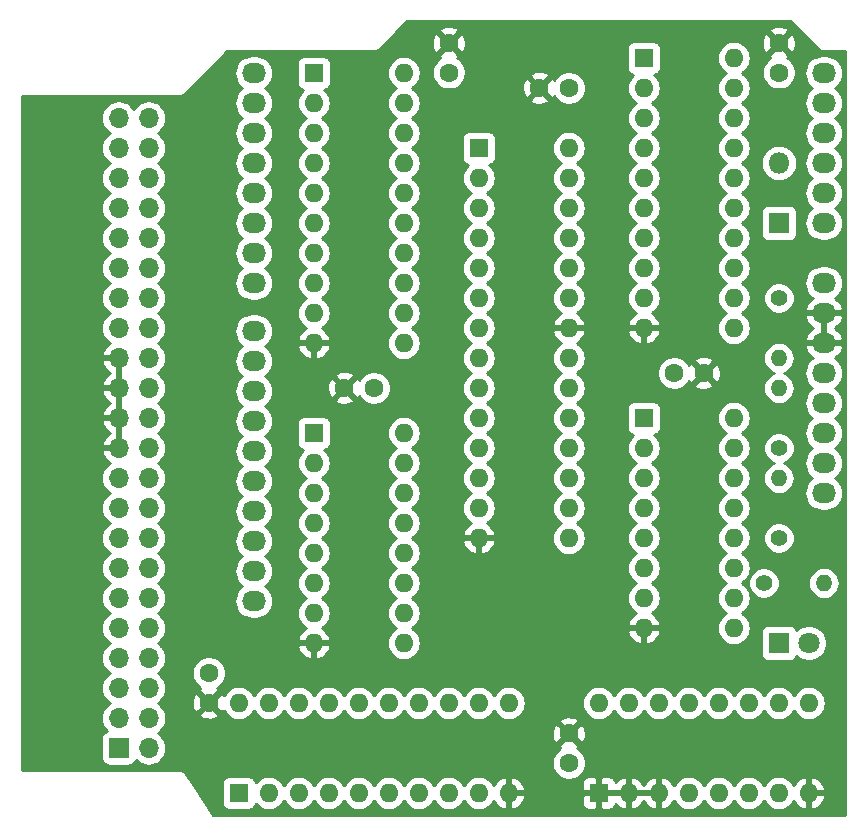
<source format=gbr>
G04 #@! TF.GenerationSoftware,KiCad,Pcbnew,(5.1.2)-2*
G04 #@! TF.CreationDate,2020-02-08T13:07:24+13:00*
G04 #@! TF.ProjectId,APEDSK-AU,41504544-534b-42d4-9155-2e6b69636164,rev?*
G04 #@! TF.SameCoordinates,Original*
G04 #@! TF.FileFunction,Copper,L4,Bot*
G04 #@! TF.FilePolarity,Positive*
%FSLAX46Y46*%
G04 Gerber Fmt 4.6, Leading zero omitted, Abs format (unit mm)*
G04 Created by KiCad (PCBNEW (5.1.2)-2) date 2020-02-08 13:07:24*
%MOMM*%
%LPD*%
G04 APERTURE LIST*
%ADD10O,1.400000X1.400000*%
%ADD11C,1.400000*%
%ADD12O,1.800000X1.800000*%
%ADD13R,1.800000X1.800000*%
%ADD14O,1.600000X1.600000*%
%ADD15R,1.600000X1.600000*%
%ADD16O,1.700000X1.700000*%
%ADD17R,1.700000X1.700000*%
%ADD18C,1.600000*%
%ADD19O,2.032000X1.727200*%
%ADD20C,1.800000*%
%ADD21C,0.254000*%
G04 APERTURE END LIST*
D10*
X171958000Y-116205000D03*
D11*
X166878000Y-116205000D03*
D10*
X168148000Y-107315000D03*
D11*
X168148000Y-112395000D03*
D10*
X168148000Y-99695000D03*
D11*
X168148000Y-104775000D03*
D10*
X168148000Y-97155000D03*
D11*
X168148000Y-92075000D03*
D12*
X168148000Y-80645000D03*
D13*
X168148000Y-85725000D03*
D14*
X152908000Y-126365000D03*
X170688000Y-133985000D03*
X155448000Y-126365000D03*
X168148000Y-133985000D03*
X157988000Y-126365000D03*
X165608000Y-133985000D03*
X160528000Y-126365000D03*
X163068000Y-133985000D03*
X163068000Y-126365000D03*
X160528000Y-133985000D03*
X165608000Y-126365000D03*
X157988000Y-133985000D03*
X168148000Y-126365000D03*
X155448000Y-133985000D03*
X170688000Y-126365000D03*
D15*
X152908000Y-133985000D03*
D16*
X114808000Y-76835000D03*
X112268000Y-76835000D03*
X114808000Y-79375000D03*
X112268000Y-79375000D03*
X114808000Y-81915000D03*
X112268000Y-81915000D03*
X114808000Y-84455000D03*
X112268000Y-84455000D03*
X114808000Y-86995000D03*
X112268000Y-86995000D03*
X114808000Y-89535000D03*
X112268000Y-89535000D03*
X114808000Y-92075000D03*
X112268000Y-92075000D03*
X114808000Y-94615000D03*
X112268000Y-94615000D03*
X114808000Y-97155000D03*
X112268000Y-97155000D03*
X114808000Y-99695000D03*
X112268000Y-99695000D03*
X114808000Y-102235000D03*
X112268000Y-102235000D03*
X114808000Y-104775000D03*
X112268000Y-104775000D03*
X114808000Y-107315000D03*
X112268000Y-107315000D03*
X114808000Y-109855000D03*
X112268000Y-109855000D03*
X114808000Y-112395000D03*
X112268000Y-112395000D03*
X114808000Y-114935000D03*
X112268000Y-114935000D03*
X114808000Y-117475000D03*
X112268000Y-117475000D03*
X114808000Y-120015000D03*
X112268000Y-120015000D03*
X114808000Y-122555000D03*
X112268000Y-122555000D03*
X114808000Y-125095000D03*
X112268000Y-125095000D03*
X114808000Y-127635000D03*
X112268000Y-127635000D03*
X114808000Y-130175000D03*
D17*
X112268000Y-130175000D03*
D14*
X122428000Y-126365000D03*
X145288000Y-133985000D03*
X124968000Y-126365000D03*
X142748000Y-133985000D03*
X127508000Y-126365000D03*
X140208000Y-133985000D03*
X130048000Y-126365000D03*
X137668000Y-133985000D03*
X132588000Y-126365000D03*
X135128000Y-133985000D03*
X135128000Y-126365000D03*
X132588000Y-133985000D03*
X137668000Y-126365000D03*
X130048000Y-133985000D03*
X140208000Y-126365000D03*
X127508000Y-133985000D03*
X142748000Y-126365000D03*
X124968000Y-133985000D03*
X145288000Y-126365000D03*
D15*
X122428000Y-133985000D03*
D18*
X119888000Y-123825000D03*
X119888000Y-126325000D03*
D14*
X136398000Y-73025000D03*
X128778000Y-95885000D03*
X136398000Y-75565000D03*
X128778000Y-93345000D03*
X136398000Y-78105000D03*
X128778000Y-90805000D03*
X136398000Y-80645000D03*
X128778000Y-88265000D03*
X136398000Y-83185000D03*
X128778000Y-85725000D03*
X136398000Y-85725000D03*
X128778000Y-83185000D03*
X136398000Y-88265000D03*
X128778000Y-80645000D03*
X136398000Y-90805000D03*
X128778000Y-78105000D03*
X136398000Y-93345000D03*
X128778000Y-75565000D03*
X136398000Y-95885000D03*
D15*
X128778000Y-73025000D03*
D14*
X136398000Y-103505000D03*
X128778000Y-121285000D03*
X136398000Y-106045000D03*
X128778000Y-118745000D03*
X136398000Y-108585000D03*
X128778000Y-116205000D03*
X136398000Y-111125000D03*
X128778000Y-113665000D03*
X136398000Y-113665000D03*
X128778000Y-111125000D03*
X136398000Y-116205000D03*
X128778000Y-108585000D03*
X136398000Y-118745000D03*
X128778000Y-106045000D03*
X136398000Y-121285000D03*
D15*
X128778000Y-103505000D03*
D19*
X123698000Y-90805000D03*
X123698000Y-88265000D03*
X123698000Y-85725000D03*
X123698000Y-83185000D03*
X123698000Y-80645000D03*
X123698000Y-78105000D03*
X123698000Y-75565000D03*
X123698000Y-73025000D03*
D14*
X150368000Y-79375000D03*
X142748000Y-112395000D03*
X150368000Y-81915000D03*
X142748000Y-109855000D03*
X150368000Y-84455000D03*
X142748000Y-107315000D03*
X150368000Y-86995000D03*
X142748000Y-104775000D03*
X150368000Y-89535000D03*
X142748000Y-102235000D03*
X150368000Y-92075000D03*
X142748000Y-99695000D03*
X150368000Y-94615000D03*
X142748000Y-97155000D03*
X150368000Y-97155000D03*
X142748000Y-94615000D03*
X150368000Y-99695000D03*
X142748000Y-92075000D03*
X150368000Y-102235000D03*
X142748000Y-89535000D03*
X150368000Y-104775000D03*
X142748000Y-86995000D03*
X150368000Y-107315000D03*
X142748000Y-84455000D03*
X150368000Y-109855000D03*
X142748000Y-81915000D03*
X150368000Y-112395000D03*
D15*
X142748000Y-79375000D03*
D14*
X164338000Y-102235000D03*
X156718000Y-120015000D03*
X164338000Y-104775000D03*
X156718000Y-117475000D03*
X164338000Y-107315000D03*
X156718000Y-114935000D03*
X164338000Y-109855000D03*
X156718000Y-112395000D03*
X164338000Y-112395000D03*
X156718000Y-109855000D03*
X164338000Y-114935000D03*
X156718000Y-107315000D03*
X164338000Y-117475000D03*
X156718000Y-104775000D03*
X164338000Y-120015000D03*
D15*
X156718000Y-102235000D03*
D14*
X164338000Y-71755000D03*
X156718000Y-94615000D03*
X164338000Y-74295000D03*
X156718000Y-92075000D03*
X164338000Y-76835000D03*
X156718000Y-89535000D03*
X164338000Y-79375000D03*
X156718000Y-86995000D03*
X164338000Y-81915000D03*
X156718000Y-84455000D03*
X164338000Y-84455000D03*
X156718000Y-81915000D03*
X164338000Y-86995000D03*
X156718000Y-79375000D03*
X164338000Y-89535000D03*
X156718000Y-76835000D03*
X164338000Y-92075000D03*
X156718000Y-74295000D03*
X164338000Y-94615000D03*
D15*
X156718000Y-71755000D03*
D20*
X170688000Y-121285000D03*
D13*
X168148000Y-121285000D03*
D18*
X150368000Y-128945000D03*
X150368000Y-131445000D03*
X161798000Y-98425000D03*
X159298000Y-98425000D03*
X168148000Y-70485000D03*
X168148000Y-72985000D03*
X147868000Y-74295000D03*
X150368000Y-74295000D03*
X140208000Y-70485000D03*
X140208000Y-72985000D03*
X131358000Y-99695000D03*
X133858000Y-99695000D03*
D19*
X171958000Y-108585000D03*
X171958000Y-106045000D03*
X171958000Y-103505000D03*
X171958000Y-100965000D03*
X171958000Y-98425000D03*
X171958000Y-95885000D03*
X171958000Y-93345000D03*
X171958000Y-90805000D03*
X171958000Y-85725000D03*
X171958000Y-83185000D03*
X171958000Y-80645000D03*
X171958000Y-78105000D03*
X171958000Y-75565000D03*
X171958000Y-73025000D03*
X123698000Y-117729000D03*
X123698000Y-115189000D03*
X123698000Y-112649000D03*
X123698000Y-110109000D03*
X123698000Y-107569000D03*
X123698000Y-105029000D03*
X123698000Y-102489000D03*
X123698000Y-99949000D03*
X123698000Y-97409000D03*
X123698000Y-94869000D03*
D21*
G36*
X171431292Y-70962384D02*
G01*
X171453525Y-70989475D01*
X171480615Y-71011707D01*
X171561635Y-71078199D01*
X171561637Y-71078200D01*
X171684980Y-71144128D01*
X171818816Y-71184727D01*
X171923123Y-71195000D01*
X171923124Y-71195000D01*
X171957999Y-71198435D01*
X171992874Y-71195000D01*
X173788001Y-71195000D01*
X173788000Y-135815000D01*
X120267980Y-135815000D01*
X118514647Y-133185000D01*
X120989928Y-133185000D01*
X120989928Y-134785000D01*
X121002188Y-134909482D01*
X121038498Y-135029180D01*
X121097463Y-135139494D01*
X121176815Y-135236185D01*
X121273506Y-135315537D01*
X121383820Y-135374502D01*
X121503518Y-135410812D01*
X121628000Y-135423072D01*
X123228000Y-135423072D01*
X123352482Y-135410812D01*
X123472180Y-135374502D01*
X123582494Y-135315537D01*
X123679185Y-135236185D01*
X123758537Y-135139494D01*
X123817502Y-135029180D01*
X123853812Y-134909482D01*
X123855581Y-134891518D01*
X123948392Y-135004608D01*
X124166899Y-135183932D01*
X124416192Y-135317182D01*
X124686691Y-135399236D01*
X124897508Y-135420000D01*
X125038492Y-135420000D01*
X125249309Y-135399236D01*
X125519808Y-135317182D01*
X125769101Y-135183932D01*
X125987608Y-135004608D01*
X126166932Y-134786101D01*
X126238000Y-134653142D01*
X126309068Y-134786101D01*
X126488392Y-135004608D01*
X126706899Y-135183932D01*
X126956192Y-135317182D01*
X127226691Y-135399236D01*
X127437508Y-135420000D01*
X127578492Y-135420000D01*
X127789309Y-135399236D01*
X128059808Y-135317182D01*
X128309101Y-135183932D01*
X128527608Y-135004608D01*
X128706932Y-134786101D01*
X128778000Y-134653142D01*
X128849068Y-134786101D01*
X129028392Y-135004608D01*
X129246899Y-135183932D01*
X129496192Y-135317182D01*
X129766691Y-135399236D01*
X129977508Y-135420000D01*
X130118492Y-135420000D01*
X130329309Y-135399236D01*
X130599808Y-135317182D01*
X130849101Y-135183932D01*
X131067608Y-135004608D01*
X131246932Y-134786101D01*
X131318000Y-134653142D01*
X131389068Y-134786101D01*
X131568392Y-135004608D01*
X131786899Y-135183932D01*
X132036192Y-135317182D01*
X132306691Y-135399236D01*
X132517508Y-135420000D01*
X132658492Y-135420000D01*
X132869309Y-135399236D01*
X133139808Y-135317182D01*
X133389101Y-135183932D01*
X133607608Y-135004608D01*
X133786932Y-134786101D01*
X133858000Y-134653142D01*
X133929068Y-134786101D01*
X134108392Y-135004608D01*
X134326899Y-135183932D01*
X134576192Y-135317182D01*
X134846691Y-135399236D01*
X135057508Y-135420000D01*
X135198492Y-135420000D01*
X135409309Y-135399236D01*
X135679808Y-135317182D01*
X135929101Y-135183932D01*
X136147608Y-135004608D01*
X136326932Y-134786101D01*
X136398000Y-134653142D01*
X136469068Y-134786101D01*
X136648392Y-135004608D01*
X136866899Y-135183932D01*
X137116192Y-135317182D01*
X137386691Y-135399236D01*
X137597508Y-135420000D01*
X137738492Y-135420000D01*
X137949309Y-135399236D01*
X138219808Y-135317182D01*
X138469101Y-135183932D01*
X138687608Y-135004608D01*
X138866932Y-134786101D01*
X138938000Y-134653142D01*
X139009068Y-134786101D01*
X139188392Y-135004608D01*
X139406899Y-135183932D01*
X139656192Y-135317182D01*
X139926691Y-135399236D01*
X140137508Y-135420000D01*
X140278492Y-135420000D01*
X140489309Y-135399236D01*
X140759808Y-135317182D01*
X141009101Y-135183932D01*
X141227608Y-135004608D01*
X141406932Y-134786101D01*
X141478000Y-134653142D01*
X141549068Y-134786101D01*
X141728392Y-135004608D01*
X141946899Y-135183932D01*
X142196192Y-135317182D01*
X142466691Y-135399236D01*
X142677508Y-135420000D01*
X142818492Y-135420000D01*
X143029309Y-135399236D01*
X143299808Y-135317182D01*
X143549101Y-135183932D01*
X143767608Y-135004608D01*
X143946932Y-134786101D01*
X144020579Y-134648318D01*
X144135615Y-134840131D01*
X144324586Y-135048519D01*
X144550580Y-135216037D01*
X144804913Y-135336246D01*
X144938961Y-135376904D01*
X145161000Y-135254915D01*
X145161000Y-134112000D01*
X145415000Y-134112000D01*
X145415000Y-135254915D01*
X145637039Y-135376904D01*
X145771087Y-135336246D01*
X146025420Y-135216037D01*
X146251414Y-135048519D01*
X146440385Y-134840131D01*
X146473448Y-134785000D01*
X151469928Y-134785000D01*
X151482188Y-134909482D01*
X151518498Y-135029180D01*
X151577463Y-135139494D01*
X151656815Y-135236185D01*
X151753506Y-135315537D01*
X151863820Y-135374502D01*
X151983518Y-135410812D01*
X152108000Y-135423072D01*
X152622250Y-135420000D01*
X152781000Y-135261250D01*
X152781000Y-134112000D01*
X153035000Y-134112000D01*
X153035000Y-135261250D01*
X153193750Y-135420000D01*
X153708000Y-135423072D01*
X153832482Y-135410812D01*
X153952180Y-135374502D01*
X154062494Y-135315537D01*
X154159185Y-135236185D01*
X154238537Y-135139494D01*
X154297502Y-135029180D01*
X154333812Y-134909482D01*
X154336231Y-134884920D01*
X154484586Y-135048519D01*
X154710580Y-135216037D01*
X154964913Y-135336246D01*
X155098961Y-135376904D01*
X155321000Y-135254915D01*
X155321000Y-134112000D01*
X155575000Y-134112000D01*
X155575000Y-135254915D01*
X155797039Y-135376904D01*
X155931087Y-135336246D01*
X156185420Y-135216037D01*
X156411414Y-135048519D01*
X156600385Y-134840131D01*
X156718000Y-134644018D01*
X156835615Y-134840131D01*
X157024586Y-135048519D01*
X157250580Y-135216037D01*
X157504913Y-135336246D01*
X157638961Y-135376904D01*
X157861000Y-135254915D01*
X157861000Y-134112000D01*
X155575000Y-134112000D01*
X155321000Y-134112000D01*
X153035000Y-134112000D01*
X152781000Y-134112000D01*
X151631750Y-134112000D01*
X151473000Y-134270750D01*
X151469928Y-134785000D01*
X146473448Y-134785000D01*
X146585070Y-134598881D01*
X146679909Y-134334040D01*
X146558624Y-134112000D01*
X145415000Y-134112000D01*
X145161000Y-134112000D01*
X145141000Y-134112000D01*
X145141000Y-133858000D01*
X145161000Y-133858000D01*
X145161000Y-132715085D01*
X145415000Y-132715085D01*
X145415000Y-133858000D01*
X146558624Y-133858000D01*
X146679909Y-133635960D01*
X146585070Y-133371119D01*
X146473449Y-133185000D01*
X151469928Y-133185000D01*
X151473000Y-133699250D01*
X151631750Y-133858000D01*
X152781000Y-133858000D01*
X152781000Y-132708750D01*
X153035000Y-132708750D01*
X153035000Y-133858000D01*
X155321000Y-133858000D01*
X155321000Y-132715085D01*
X155575000Y-132715085D01*
X155575000Y-133858000D01*
X157861000Y-133858000D01*
X157861000Y-132715085D01*
X158115000Y-132715085D01*
X158115000Y-133858000D01*
X158135000Y-133858000D01*
X158135000Y-134112000D01*
X158115000Y-134112000D01*
X158115000Y-135254915D01*
X158337039Y-135376904D01*
X158471087Y-135336246D01*
X158725420Y-135216037D01*
X158951414Y-135048519D01*
X159140385Y-134840131D01*
X159255421Y-134648318D01*
X159329068Y-134786101D01*
X159508392Y-135004608D01*
X159726899Y-135183932D01*
X159976192Y-135317182D01*
X160246691Y-135399236D01*
X160457508Y-135420000D01*
X160598492Y-135420000D01*
X160809309Y-135399236D01*
X161079808Y-135317182D01*
X161329101Y-135183932D01*
X161547608Y-135004608D01*
X161726932Y-134786101D01*
X161798000Y-134653142D01*
X161869068Y-134786101D01*
X162048392Y-135004608D01*
X162266899Y-135183932D01*
X162516192Y-135317182D01*
X162786691Y-135399236D01*
X162997508Y-135420000D01*
X163138492Y-135420000D01*
X163349309Y-135399236D01*
X163619808Y-135317182D01*
X163869101Y-135183932D01*
X164087608Y-135004608D01*
X164266932Y-134786101D01*
X164338000Y-134653142D01*
X164409068Y-134786101D01*
X164588392Y-135004608D01*
X164806899Y-135183932D01*
X165056192Y-135317182D01*
X165326691Y-135399236D01*
X165537508Y-135420000D01*
X165678492Y-135420000D01*
X165889309Y-135399236D01*
X166159808Y-135317182D01*
X166409101Y-135183932D01*
X166627608Y-135004608D01*
X166806932Y-134786101D01*
X166878000Y-134653142D01*
X166949068Y-134786101D01*
X167128392Y-135004608D01*
X167346899Y-135183932D01*
X167596192Y-135317182D01*
X167866691Y-135399236D01*
X168077508Y-135420000D01*
X168218492Y-135420000D01*
X168429309Y-135399236D01*
X168699808Y-135317182D01*
X168949101Y-135183932D01*
X169167608Y-135004608D01*
X169346932Y-134786101D01*
X169420579Y-134648318D01*
X169535615Y-134840131D01*
X169724586Y-135048519D01*
X169950580Y-135216037D01*
X170204913Y-135336246D01*
X170338961Y-135376904D01*
X170561000Y-135254915D01*
X170561000Y-134112000D01*
X170815000Y-134112000D01*
X170815000Y-135254915D01*
X171037039Y-135376904D01*
X171171087Y-135336246D01*
X171425420Y-135216037D01*
X171651414Y-135048519D01*
X171840385Y-134840131D01*
X171985070Y-134598881D01*
X172079909Y-134334040D01*
X171958624Y-134112000D01*
X170815000Y-134112000D01*
X170561000Y-134112000D01*
X170541000Y-134112000D01*
X170541000Y-133858000D01*
X170561000Y-133858000D01*
X170561000Y-132715085D01*
X170815000Y-132715085D01*
X170815000Y-133858000D01*
X171958624Y-133858000D01*
X172079909Y-133635960D01*
X171985070Y-133371119D01*
X171840385Y-133129869D01*
X171651414Y-132921481D01*
X171425420Y-132753963D01*
X171171087Y-132633754D01*
X171037039Y-132593096D01*
X170815000Y-132715085D01*
X170561000Y-132715085D01*
X170338961Y-132593096D01*
X170204913Y-132633754D01*
X169950580Y-132753963D01*
X169724586Y-132921481D01*
X169535615Y-133129869D01*
X169420579Y-133321682D01*
X169346932Y-133183899D01*
X169167608Y-132965392D01*
X168949101Y-132786068D01*
X168699808Y-132652818D01*
X168429309Y-132570764D01*
X168218492Y-132550000D01*
X168077508Y-132550000D01*
X167866691Y-132570764D01*
X167596192Y-132652818D01*
X167346899Y-132786068D01*
X167128392Y-132965392D01*
X166949068Y-133183899D01*
X166878000Y-133316858D01*
X166806932Y-133183899D01*
X166627608Y-132965392D01*
X166409101Y-132786068D01*
X166159808Y-132652818D01*
X165889309Y-132570764D01*
X165678492Y-132550000D01*
X165537508Y-132550000D01*
X165326691Y-132570764D01*
X165056192Y-132652818D01*
X164806899Y-132786068D01*
X164588392Y-132965392D01*
X164409068Y-133183899D01*
X164338000Y-133316858D01*
X164266932Y-133183899D01*
X164087608Y-132965392D01*
X163869101Y-132786068D01*
X163619808Y-132652818D01*
X163349309Y-132570764D01*
X163138492Y-132550000D01*
X162997508Y-132550000D01*
X162786691Y-132570764D01*
X162516192Y-132652818D01*
X162266899Y-132786068D01*
X162048392Y-132965392D01*
X161869068Y-133183899D01*
X161798000Y-133316858D01*
X161726932Y-133183899D01*
X161547608Y-132965392D01*
X161329101Y-132786068D01*
X161079808Y-132652818D01*
X160809309Y-132570764D01*
X160598492Y-132550000D01*
X160457508Y-132550000D01*
X160246691Y-132570764D01*
X159976192Y-132652818D01*
X159726899Y-132786068D01*
X159508392Y-132965392D01*
X159329068Y-133183899D01*
X159255421Y-133321682D01*
X159140385Y-133129869D01*
X158951414Y-132921481D01*
X158725420Y-132753963D01*
X158471087Y-132633754D01*
X158337039Y-132593096D01*
X158115000Y-132715085D01*
X157861000Y-132715085D01*
X157638961Y-132593096D01*
X157504913Y-132633754D01*
X157250580Y-132753963D01*
X157024586Y-132921481D01*
X156835615Y-133129869D01*
X156718000Y-133325982D01*
X156600385Y-133129869D01*
X156411414Y-132921481D01*
X156185420Y-132753963D01*
X155931087Y-132633754D01*
X155797039Y-132593096D01*
X155575000Y-132715085D01*
X155321000Y-132715085D01*
X155098961Y-132593096D01*
X154964913Y-132633754D01*
X154710580Y-132753963D01*
X154484586Y-132921481D01*
X154336231Y-133085080D01*
X154333812Y-133060518D01*
X154297502Y-132940820D01*
X154238537Y-132830506D01*
X154159185Y-132733815D01*
X154062494Y-132654463D01*
X153952180Y-132595498D01*
X153832482Y-132559188D01*
X153708000Y-132546928D01*
X153193750Y-132550000D01*
X153035000Y-132708750D01*
X152781000Y-132708750D01*
X152622250Y-132550000D01*
X152108000Y-132546928D01*
X151983518Y-132559188D01*
X151863820Y-132595498D01*
X151753506Y-132654463D01*
X151656815Y-132733815D01*
X151577463Y-132830506D01*
X151518498Y-132940820D01*
X151482188Y-133060518D01*
X151469928Y-133185000D01*
X146473449Y-133185000D01*
X146440385Y-133129869D01*
X146251414Y-132921481D01*
X146025420Y-132753963D01*
X145771087Y-132633754D01*
X145637039Y-132593096D01*
X145415000Y-132715085D01*
X145161000Y-132715085D01*
X144938961Y-132593096D01*
X144804913Y-132633754D01*
X144550580Y-132753963D01*
X144324586Y-132921481D01*
X144135615Y-133129869D01*
X144020579Y-133321682D01*
X143946932Y-133183899D01*
X143767608Y-132965392D01*
X143549101Y-132786068D01*
X143299808Y-132652818D01*
X143029309Y-132570764D01*
X142818492Y-132550000D01*
X142677508Y-132550000D01*
X142466691Y-132570764D01*
X142196192Y-132652818D01*
X141946899Y-132786068D01*
X141728392Y-132965392D01*
X141549068Y-133183899D01*
X141478000Y-133316858D01*
X141406932Y-133183899D01*
X141227608Y-132965392D01*
X141009101Y-132786068D01*
X140759808Y-132652818D01*
X140489309Y-132570764D01*
X140278492Y-132550000D01*
X140137508Y-132550000D01*
X139926691Y-132570764D01*
X139656192Y-132652818D01*
X139406899Y-132786068D01*
X139188392Y-132965392D01*
X139009068Y-133183899D01*
X138938000Y-133316858D01*
X138866932Y-133183899D01*
X138687608Y-132965392D01*
X138469101Y-132786068D01*
X138219808Y-132652818D01*
X137949309Y-132570764D01*
X137738492Y-132550000D01*
X137597508Y-132550000D01*
X137386691Y-132570764D01*
X137116192Y-132652818D01*
X136866899Y-132786068D01*
X136648392Y-132965392D01*
X136469068Y-133183899D01*
X136398000Y-133316858D01*
X136326932Y-133183899D01*
X136147608Y-132965392D01*
X135929101Y-132786068D01*
X135679808Y-132652818D01*
X135409309Y-132570764D01*
X135198492Y-132550000D01*
X135057508Y-132550000D01*
X134846691Y-132570764D01*
X134576192Y-132652818D01*
X134326899Y-132786068D01*
X134108392Y-132965392D01*
X133929068Y-133183899D01*
X133858000Y-133316858D01*
X133786932Y-133183899D01*
X133607608Y-132965392D01*
X133389101Y-132786068D01*
X133139808Y-132652818D01*
X132869309Y-132570764D01*
X132658492Y-132550000D01*
X132517508Y-132550000D01*
X132306691Y-132570764D01*
X132036192Y-132652818D01*
X131786899Y-132786068D01*
X131568392Y-132965392D01*
X131389068Y-133183899D01*
X131318000Y-133316858D01*
X131246932Y-133183899D01*
X131067608Y-132965392D01*
X130849101Y-132786068D01*
X130599808Y-132652818D01*
X130329309Y-132570764D01*
X130118492Y-132550000D01*
X129977508Y-132550000D01*
X129766691Y-132570764D01*
X129496192Y-132652818D01*
X129246899Y-132786068D01*
X129028392Y-132965392D01*
X128849068Y-133183899D01*
X128778000Y-133316858D01*
X128706932Y-133183899D01*
X128527608Y-132965392D01*
X128309101Y-132786068D01*
X128059808Y-132652818D01*
X127789309Y-132570764D01*
X127578492Y-132550000D01*
X127437508Y-132550000D01*
X127226691Y-132570764D01*
X126956192Y-132652818D01*
X126706899Y-132786068D01*
X126488392Y-132965392D01*
X126309068Y-133183899D01*
X126238000Y-133316858D01*
X126166932Y-133183899D01*
X125987608Y-132965392D01*
X125769101Y-132786068D01*
X125519808Y-132652818D01*
X125249309Y-132570764D01*
X125038492Y-132550000D01*
X124897508Y-132550000D01*
X124686691Y-132570764D01*
X124416192Y-132652818D01*
X124166899Y-132786068D01*
X123948392Y-132965392D01*
X123855581Y-133078482D01*
X123853812Y-133060518D01*
X123817502Y-132940820D01*
X123758537Y-132830506D01*
X123679185Y-132733815D01*
X123582494Y-132654463D01*
X123472180Y-132595498D01*
X123352482Y-132559188D01*
X123228000Y-132546928D01*
X121628000Y-132546928D01*
X121503518Y-132559188D01*
X121383820Y-132595498D01*
X121273506Y-132654463D01*
X121176815Y-132733815D01*
X121097463Y-132830506D01*
X121038498Y-132940820D01*
X121002188Y-133060518D01*
X120989928Y-133185000D01*
X118514647Y-133185000D01*
X117957900Y-132349880D01*
X117941200Y-132318637D01*
X117896529Y-132264205D01*
X117853002Y-132211054D01*
X117852716Y-132210819D01*
X117852475Y-132210525D01*
X117797942Y-132165771D01*
X117744983Y-132122216D01*
X117744657Y-132122041D01*
X117744363Y-132121800D01*
X117682486Y-132088726D01*
X117621709Y-132056158D01*
X117621351Y-132056049D01*
X117621020Y-132055872D01*
X117553958Y-132035529D01*
X117487916Y-132015420D01*
X117487548Y-132015383D01*
X117487184Y-132015273D01*
X117417148Y-132008375D01*
X117348745Y-132001566D01*
X117313502Y-132005000D01*
X104088000Y-132005000D01*
X104088000Y-102591890D01*
X110826524Y-102591890D01*
X110871175Y-102739099D01*
X110996359Y-103001920D01*
X111170412Y-103235269D01*
X111386645Y-103430178D01*
X111512255Y-103505000D01*
X111386645Y-103579822D01*
X111170412Y-103774731D01*
X110996359Y-104008080D01*
X110871175Y-104270901D01*
X110826524Y-104418110D01*
X110947845Y-104648000D01*
X112141000Y-104648000D01*
X112141000Y-102362000D01*
X110947845Y-102362000D01*
X110826524Y-102591890D01*
X104088000Y-102591890D01*
X104088000Y-100051890D01*
X110826524Y-100051890D01*
X110871175Y-100199099D01*
X110996359Y-100461920D01*
X111170412Y-100695269D01*
X111386645Y-100890178D01*
X111512255Y-100965000D01*
X111386645Y-101039822D01*
X111170412Y-101234731D01*
X110996359Y-101468080D01*
X110871175Y-101730901D01*
X110826524Y-101878110D01*
X110947845Y-102108000D01*
X112141000Y-102108000D01*
X112141000Y-99822000D01*
X110947845Y-99822000D01*
X110826524Y-100051890D01*
X104088000Y-100051890D01*
X104088000Y-97511890D01*
X110826524Y-97511890D01*
X110871175Y-97659099D01*
X110996359Y-97921920D01*
X111170412Y-98155269D01*
X111386645Y-98350178D01*
X111512255Y-98425000D01*
X111386645Y-98499822D01*
X111170412Y-98694731D01*
X110996359Y-98928080D01*
X110871175Y-99190901D01*
X110826524Y-99338110D01*
X110947845Y-99568000D01*
X112141000Y-99568000D01*
X112141000Y-97282000D01*
X110947845Y-97282000D01*
X110826524Y-97511890D01*
X104088000Y-97511890D01*
X104088000Y-76835000D01*
X110775815Y-76835000D01*
X110804487Y-77126111D01*
X110889401Y-77406034D01*
X111027294Y-77664014D01*
X111212866Y-77890134D01*
X111438986Y-78075706D01*
X111493791Y-78105000D01*
X111438986Y-78134294D01*
X111212866Y-78319866D01*
X111027294Y-78545986D01*
X110889401Y-78803966D01*
X110804487Y-79083889D01*
X110775815Y-79375000D01*
X110804487Y-79666111D01*
X110889401Y-79946034D01*
X111027294Y-80204014D01*
X111212866Y-80430134D01*
X111438986Y-80615706D01*
X111493791Y-80645000D01*
X111438986Y-80674294D01*
X111212866Y-80859866D01*
X111027294Y-81085986D01*
X110889401Y-81343966D01*
X110804487Y-81623889D01*
X110775815Y-81915000D01*
X110804487Y-82206111D01*
X110889401Y-82486034D01*
X111027294Y-82744014D01*
X111212866Y-82970134D01*
X111438986Y-83155706D01*
X111493791Y-83185000D01*
X111438986Y-83214294D01*
X111212866Y-83399866D01*
X111027294Y-83625986D01*
X110889401Y-83883966D01*
X110804487Y-84163889D01*
X110775815Y-84455000D01*
X110804487Y-84746111D01*
X110889401Y-85026034D01*
X111027294Y-85284014D01*
X111212866Y-85510134D01*
X111438986Y-85695706D01*
X111493791Y-85725000D01*
X111438986Y-85754294D01*
X111212866Y-85939866D01*
X111027294Y-86165986D01*
X110889401Y-86423966D01*
X110804487Y-86703889D01*
X110775815Y-86995000D01*
X110804487Y-87286111D01*
X110889401Y-87566034D01*
X111027294Y-87824014D01*
X111212866Y-88050134D01*
X111438986Y-88235706D01*
X111493791Y-88265000D01*
X111438986Y-88294294D01*
X111212866Y-88479866D01*
X111027294Y-88705986D01*
X110889401Y-88963966D01*
X110804487Y-89243889D01*
X110775815Y-89535000D01*
X110804487Y-89826111D01*
X110889401Y-90106034D01*
X111027294Y-90364014D01*
X111212866Y-90590134D01*
X111438986Y-90775706D01*
X111493791Y-90805000D01*
X111438986Y-90834294D01*
X111212866Y-91019866D01*
X111027294Y-91245986D01*
X110889401Y-91503966D01*
X110804487Y-91783889D01*
X110775815Y-92075000D01*
X110804487Y-92366111D01*
X110889401Y-92646034D01*
X111027294Y-92904014D01*
X111212866Y-93130134D01*
X111438986Y-93315706D01*
X111493791Y-93345000D01*
X111438986Y-93374294D01*
X111212866Y-93559866D01*
X111027294Y-93785986D01*
X110889401Y-94043966D01*
X110804487Y-94323889D01*
X110775815Y-94615000D01*
X110804487Y-94906111D01*
X110889401Y-95186034D01*
X111027294Y-95444014D01*
X111212866Y-95670134D01*
X111438986Y-95855706D01*
X111503523Y-95890201D01*
X111386645Y-95959822D01*
X111170412Y-96154731D01*
X110996359Y-96388080D01*
X110871175Y-96650901D01*
X110826524Y-96798110D01*
X110947845Y-97028000D01*
X112141000Y-97028000D01*
X112141000Y-97008000D01*
X112395000Y-97008000D01*
X112395000Y-97028000D01*
X112415000Y-97028000D01*
X112415000Y-97282000D01*
X112395000Y-97282000D01*
X112395000Y-99568000D01*
X112415000Y-99568000D01*
X112415000Y-99822000D01*
X112395000Y-99822000D01*
X112395000Y-102108000D01*
X112415000Y-102108000D01*
X112415000Y-102362000D01*
X112395000Y-102362000D01*
X112395000Y-104648000D01*
X112415000Y-104648000D01*
X112415000Y-104902000D01*
X112395000Y-104902000D01*
X112395000Y-104922000D01*
X112141000Y-104922000D01*
X112141000Y-104902000D01*
X110947845Y-104902000D01*
X110826524Y-105131890D01*
X110871175Y-105279099D01*
X110996359Y-105541920D01*
X111170412Y-105775269D01*
X111386645Y-105970178D01*
X111503523Y-106039799D01*
X111438986Y-106074294D01*
X111212866Y-106259866D01*
X111027294Y-106485986D01*
X110889401Y-106743966D01*
X110804487Y-107023889D01*
X110775815Y-107315000D01*
X110804487Y-107606111D01*
X110889401Y-107886034D01*
X111027294Y-108144014D01*
X111212866Y-108370134D01*
X111438986Y-108555706D01*
X111493791Y-108585000D01*
X111438986Y-108614294D01*
X111212866Y-108799866D01*
X111027294Y-109025986D01*
X110889401Y-109283966D01*
X110804487Y-109563889D01*
X110775815Y-109855000D01*
X110804487Y-110146111D01*
X110889401Y-110426034D01*
X111027294Y-110684014D01*
X111212866Y-110910134D01*
X111438986Y-111095706D01*
X111493791Y-111125000D01*
X111438986Y-111154294D01*
X111212866Y-111339866D01*
X111027294Y-111565986D01*
X110889401Y-111823966D01*
X110804487Y-112103889D01*
X110775815Y-112395000D01*
X110804487Y-112686111D01*
X110889401Y-112966034D01*
X111027294Y-113224014D01*
X111212866Y-113450134D01*
X111438986Y-113635706D01*
X111493791Y-113665000D01*
X111438986Y-113694294D01*
X111212866Y-113879866D01*
X111027294Y-114105986D01*
X110889401Y-114363966D01*
X110804487Y-114643889D01*
X110775815Y-114935000D01*
X110804487Y-115226111D01*
X110889401Y-115506034D01*
X111027294Y-115764014D01*
X111212866Y-115990134D01*
X111438986Y-116175706D01*
X111493791Y-116205000D01*
X111438986Y-116234294D01*
X111212866Y-116419866D01*
X111027294Y-116645986D01*
X110889401Y-116903966D01*
X110804487Y-117183889D01*
X110775815Y-117475000D01*
X110804487Y-117766111D01*
X110889401Y-118046034D01*
X111027294Y-118304014D01*
X111212866Y-118530134D01*
X111438986Y-118715706D01*
X111493791Y-118745000D01*
X111438986Y-118774294D01*
X111212866Y-118959866D01*
X111027294Y-119185986D01*
X110889401Y-119443966D01*
X110804487Y-119723889D01*
X110775815Y-120015000D01*
X110804487Y-120306111D01*
X110889401Y-120586034D01*
X111027294Y-120844014D01*
X111212866Y-121070134D01*
X111438986Y-121255706D01*
X111493791Y-121285000D01*
X111438986Y-121314294D01*
X111212866Y-121499866D01*
X111027294Y-121725986D01*
X110889401Y-121983966D01*
X110804487Y-122263889D01*
X110775815Y-122555000D01*
X110804487Y-122846111D01*
X110889401Y-123126034D01*
X111027294Y-123384014D01*
X111212866Y-123610134D01*
X111438986Y-123795706D01*
X111493791Y-123825000D01*
X111438986Y-123854294D01*
X111212866Y-124039866D01*
X111027294Y-124265986D01*
X110889401Y-124523966D01*
X110804487Y-124803889D01*
X110775815Y-125095000D01*
X110804487Y-125386111D01*
X110889401Y-125666034D01*
X111027294Y-125924014D01*
X111212866Y-126150134D01*
X111438986Y-126335706D01*
X111493791Y-126365000D01*
X111438986Y-126394294D01*
X111212866Y-126579866D01*
X111027294Y-126805986D01*
X110889401Y-127063966D01*
X110804487Y-127343889D01*
X110775815Y-127635000D01*
X110804487Y-127926111D01*
X110889401Y-128206034D01*
X111027294Y-128464014D01*
X111212866Y-128690134D01*
X111242687Y-128714607D01*
X111173820Y-128735498D01*
X111063506Y-128794463D01*
X110966815Y-128873815D01*
X110887463Y-128970506D01*
X110828498Y-129080820D01*
X110792188Y-129200518D01*
X110779928Y-129325000D01*
X110779928Y-131025000D01*
X110792188Y-131149482D01*
X110828498Y-131269180D01*
X110887463Y-131379494D01*
X110966815Y-131476185D01*
X111063506Y-131555537D01*
X111173820Y-131614502D01*
X111293518Y-131650812D01*
X111418000Y-131663072D01*
X113118000Y-131663072D01*
X113242482Y-131650812D01*
X113362180Y-131614502D01*
X113472494Y-131555537D01*
X113569185Y-131476185D01*
X113648537Y-131379494D01*
X113707502Y-131269180D01*
X113728393Y-131200313D01*
X113752866Y-131230134D01*
X113978986Y-131415706D01*
X114236966Y-131553599D01*
X114516889Y-131638513D01*
X114735050Y-131660000D01*
X114880950Y-131660000D01*
X115099111Y-131638513D01*
X115379034Y-131553599D01*
X115637014Y-131415706D01*
X115773536Y-131303665D01*
X148933000Y-131303665D01*
X148933000Y-131586335D01*
X148988147Y-131863574D01*
X149096320Y-132124727D01*
X149253363Y-132359759D01*
X149453241Y-132559637D01*
X149688273Y-132716680D01*
X149949426Y-132824853D01*
X150226665Y-132880000D01*
X150509335Y-132880000D01*
X150786574Y-132824853D01*
X151047727Y-132716680D01*
X151282759Y-132559637D01*
X151482637Y-132359759D01*
X151639680Y-132124727D01*
X151747853Y-131863574D01*
X151803000Y-131586335D01*
X151803000Y-131303665D01*
X151747853Y-131026426D01*
X151639680Y-130765273D01*
X151482637Y-130530241D01*
X151282759Y-130330363D01*
X151082131Y-130196308D01*
X151109514Y-130181671D01*
X151181097Y-129937702D01*
X150368000Y-129124605D01*
X149554903Y-129937702D01*
X149626486Y-130181671D01*
X149655341Y-130195324D01*
X149453241Y-130330363D01*
X149253363Y-130530241D01*
X149096320Y-130765273D01*
X148988147Y-131026426D01*
X148933000Y-131303665D01*
X115773536Y-131303665D01*
X115863134Y-131230134D01*
X116048706Y-131004014D01*
X116186599Y-130746034D01*
X116271513Y-130466111D01*
X116300185Y-130175000D01*
X116271513Y-129883889D01*
X116186599Y-129603966D01*
X116048706Y-129345986D01*
X115863134Y-129119866D01*
X115735979Y-129015512D01*
X148927783Y-129015512D01*
X148969213Y-129295130D01*
X149064397Y-129561292D01*
X149131329Y-129686514D01*
X149375298Y-129758097D01*
X150188395Y-128945000D01*
X150547605Y-128945000D01*
X151360702Y-129758097D01*
X151604671Y-129686514D01*
X151725571Y-129431004D01*
X151794300Y-129156816D01*
X151808217Y-128874488D01*
X151766787Y-128594870D01*
X151671603Y-128328708D01*
X151604671Y-128203486D01*
X151360702Y-128131903D01*
X150547605Y-128945000D01*
X150188395Y-128945000D01*
X149375298Y-128131903D01*
X149131329Y-128203486D01*
X149010429Y-128458996D01*
X148941700Y-128733184D01*
X148927783Y-129015512D01*
X115735979Y-129015512D01*
X115637014Y-128934294D01*
X115582209Y-128905000D01*
X115637014Y-128875706D01*
X115863134Y-128690134D01*
X116048706Y-128464014D01*
X116186599Y-128206034D01*
X116263569Y-127952298D01*
X149554903Y-127952298D01*
X150368000Y-128765395D01*
X151181097Y-127952298D01*
X151109514Y-127708329D01*
X150854004Y-127587429D01*
X150579816Y-127518700D01*
X150297488Y-127504783D01*
X150017870Y-127546213D01*
X149751708Y-127641397D01*
X149626486Y-127708329D01*
X149554903Y-127952298D01*
X116263569Y-127952298D01*
X116271513Y-127926111D01*
X116300185Y-127635000D01*
X116271513Y-127343889D01*
X116263570Y-127317702D01*
X119074903Y-127317702D01*
X119146486Y-127561671D01*
X119401996Y-127682571D01*
X119676184Y-127751300D01*
X119958512Y-127765217D01*
X120238130Y-127723787D01*
X120504292Y-127628603D01*
X120629514Y-127561671D01*
X120701097Y-127317702D01*
X119888000Y-126504605D01*
X119074903Y-127317702D01*
X116263570Y-127317702D01*
X116186599Y-127063966D01*
X116048706Y-126805986D01*
X115863134Y-126579866D01*
X115638499Y-126395512D01*
X118447783Y-126395512D01*
X118489213Y-126675130D01*
X118584397Y-126941292D01*
X118651329Y-127066514D01*
X118895298Y-127138097D01*
X119708395Y-126325000D01*
X120067605Y-126325000D01*
X120880702Y-127138097D01*
X121124671Y-127066514D01*
X121148697Y-127015738D01*
X121229068Y-127166101D01*
X121408392Y-127384608D01*
X121626899Y-127563932D01*
X121876192Y-127697182D01*
X122146691Y-127779236D01*
X122357508Y-127800000D01*
X122498492Y-127800000D01*
X122709309Y-127779236D01*
X122979808Y-127697182D01*
X123229101Y-127563932D01*
X123447608Y-127384608D01*
X123626932Y-127166101D01*
X123698000Y-127033142D01*
X123769068Y-127166101D01*
X123948392Y-127384608D01*
X124166899Y-127563932D01*
X124416192Y-127697182D01*
X124686691Y-127779236D01*
X124897508Y-127800000D01*
X125038492Y-127800000D01*
X125249309Y-127779236D01*
X125519808Y-127697182D01*
X125769101Y-127563932D01*
X125987608Y-127384608D01*
X126166932Y-127166101D01*
X126238000Y-127033142D01*
X126309068Y-127166101D01*
X126488392Y-127384608D01*
X126706899Y-127563932D01*
X126956192Y-127697182D01*
X127226691Y-127779236D01*
X127437508Y-127800000D01*
X127578492Y-127800000D01*
X127789309Y-127779236D01*
X128059808Y-127697182D01*
X128309101Y-127563932D01*
X128527608Y-127384608D01*
X128706932Y-127166101D01*
X128778000Y-127033142D01*
X128849068Y-127166101D01*
X129028392Y-127384608D01*
X129246899Y-127563932D01*
X129496192Y-127697182D01*
X129766691Y-127779236D01*
X129977508Y-127800000D01*
X130118492Y-127800000D01*
X130329309Y-127779236D01*
X130599808Y-127697182D01*
X130849101Y-127563932D01*
X131067608Y-127384608D01*
X131246932Y-127166101D01*
X131318000Y-127033142D01*
X131389068Y-127166101D01*
X131568392Y-127384608D01*
X131786899Y-127563932D01*
X132036192Y-127697182D01*
X132306691Y-127779236D01*
X132517508Y-127800000D01*
X132658492Y-127800000D01*
X132869309Y-127779236D01*
X133139808Y-127697182D01*
X133389101Y-127563932D01*
X133607608Y-127384608D01*
X133786932Y-127166101D01*
X133858000Y-127033142D01*
X133929068Y-127166101D01*
X134108392Y-127384608D01*
X134326899Y-127563932D01*
X134576192Y-127697182D01*
X134846691Y-127779236D01*
X135057508Y-127800000D01*
X135198492Y-127800000D01*
X135409309Y-127779236D01*
X135679808Y-127697182D01*
X135929101Y-127563932D01*
X136147608Y-127384608D01*
X136326932Y-127166101D01*
X136398000Y-127033142D01*
X136469068Y-127166101D01*
X136648392Y-127384608D01*
X136866899Y-127563932D01*
X137116192Y-127697182D01*
X137386691Y-127779236D01*
X137597508Y-127800000D01*
X137738492Y-127800000D01*
X137949309Y-127779236D01*
X138219808Y-127697182D01*
X138469101Y-127563932D01*
X138687608Y-127384608D01*
X138866932Y-127166101D01*
X138938000Y-127033142D01*
X139009068Y-127166101D01*
X139188392Y-127384608D01*
X139406899Y-127563932D01*
X139656192Y-127697182D01*
X139926691Y-127779236D01*
X140137508Y-127800000D01*
X140278492Y-127800000D01*
X140489309Y-127779236D01*
X140759808Y-127697182D01*
X141009101Y-127563932D01*
X141227608Y-127384608D01*
X141406932Y-127166101D01*
X141478000Y-127033142D01*
X141549068Y-127166101D01*
X141728392Y-127384608D01*
X141946899Y-127563932D01*
X142196192Y-127697182D01*
X142466691Y-127779236D01*
X142677508Y-127800000D01*
X142818492Y-127800000D01*
X143029309Y-127779236D01*
X143299808Y-127697182D01*
X143549101Y-127563932D01*
X143767608Y-127384608D01*
X143946932Y-127166101D01*
X144018000Y-127033142D01*
X144089068Y-127166101D01*
X144268392Y-127384608D01*
X144486899Y-127563932D01*
X144736192Y-127697182D01*
X145006691Y-127779236D01*
X145217508Y-127800000D01*
X145358492Y-127800000D01*
X145569309Y-127779236D01*
X145839808Y-127697182D01*
X146089101Y-127563932D01*
X146307608Y-127384608D01*
X146486932Y-127166101D01*
X146620182Y-126916808D01*
X146702236Y-126646309D01*
X146729943Y-126365000D01*
X151466057Y-126365000D01*
X151493764Y-126646309D01*
X151575818Y-126916808D01*
X151709068Y-127166101D01*
X151888392Y-127384608D01*
X152106899Y-127563932D01*
X152356192Y-127697182D01*
X152626691Y-127779236D01*
X152837508Y-127800000D01*
X152978492Y-127800000D01*
X153189309Y-127779236D01*
X153459808Y-127697182D01*
X153709101Y-127563932D01*
X153927608Y-127384608D01*
X154106932Y-127166101D01*
X154178000Y-127033142D01*
X154249068Y-127166101D01*
X154428392Y-127384608D01*
X154646899Y-127563932D01*
X154896192Y-127697182D01*
X155166691Y-127779236D01*
X155377508Y-127800000D01*
X155518492Y-127800000D01*
X155729309Y-127779236D01*
X155999808Y-127697182D01*
X156249101Y-127563932D01*
X156467608Y-127384608D01*
X156646932Y-127166101D01*
X156718000Y-127033142D01*
X156789068Y-127166101D01*
X156968392Y-127384608D01*
X157186899Y-127563932D01*
X157436192Y-127697182D01*
X157706691Y-127779236D01*
X157917508Y-127800000D01*
X158058492Y-127800000D01*
X158269309Y-127779236D01*
X158539808Y-127697182D01*
X158789101Y-127563932D01*
X159007608Y-127384608D01*
X159186932Y-127166101D01*
X159258000Y-127033142D01*
X159329068Y-127166101D01*
X159508392Y-127384608D01*
X159726899Y-127563932D01*
X159976192Y-127697182D01*
X160246691Y-127779236D01*
X160457508Y-127800000D01*
X160598492Y-127800000D01*
X160809309Y-127779236D01*
X161079808Y-127697182D01*
X161329101Y-127563932D01*
X161547608Y-127384608D01*
X161726932Y-127166101D01*
X161798000Y-127033142D01*
X161869068Y-127166101D01*
X162048392Y-127384608D01*
X162266899Y-127563932D01*
X162516192Y-127697182D01*
X162786691Y-127779236D01*
X162997508Y-127800000D01*
X163138492Y-127800000D01*
X163349309Y-127779236D01*
X163619808Y-127697182D01*
X163869101Y-127563932D01*
X164087608Y-127384608D01*
X164266932Y-127166101D01*
X164338000Y-127033142D01*
X164409068Y-127166101D01*
X164588392Y-127384608D01*
X164806899Y-127563932D01*
X165056192Y-127697182D01*
X165326691Y-127779236D01*
X165537508Y-127800000D01*
X165678492Y-127800000D01*
X165889309Y-127779236D01*
X166159808Y-127697182D01*
X166409101Y-127563932D01*
X166627608Y-127384608D01*
X166806932Y-127166101D01*
X166878000Y-127033142D01*
X166949068Y-127166101D01*
X167128392Y-127384608D01*
X167346899Y-127563932D01*
X167596192Y-127697182D01*
X167866691Y-127779236D01*
X168077508Y-127800000D01*
X168218492Y-127800000D01*
X168429309Y-127779236D01*
X168699808Y-127697182D01*
X168949101Y-127563932D01*
X169167608Y-127384608D01*
X169346932Y-127166101D01*
X169418000Y-127033142D01*
X169489068Y-127166101D01*
X169668392Y-127384608D01*
X169886899Y-127563932D01*
X170136192Y-127697182D01*
X170406691Y-127779236D01*
X170617508Y-127800000D01*
X170758492Y-127800000D01*
X170969309Y-127779236D01*
X171239808Y-127697182D01*
X171489101Y-127563932D01*
X171707608Y-127384608D01*
X171886932Y-127166101D01*
X172020182Y-126916808D01*
X172102236Y-126646309D01*
X172129943Y-126365000D01*
X172102236Y-126083691D01*
X172020182Y-125813192D01*
X171886932Y-125563899D01*
X171707608Y-125345392D01*
X171489101Y-125166068D01*
X171239808Y-125032818D01*
X170969309Y-124950764D01*
X170758492Y-124930000D01*
X170617508Y-124930000D01*
X170406691Y-124950764D01*
X170136192Y-125032818D01*
X169886899Y-125166068D01*
X169668392Y-125345392D01*
X169489068Y-125563899D01*
X169418000Y-125696858D01*
X169346932Y-125563899D01*
X169167608Y-125345392D01*
X168949101Y-125166068D01*
X168699808Y-125032818D01*
X168429309Y-124950764D01*
X168218492Y-124930000D01*
X168077508Y-124930000D01*
X167866691Y-124950764D01*
X167596192Y-125032818D01*
X167346899Y-125166068D01*
X167128392Y-125345392D01*
X166949068Y-125563899D01*
X166878000Y-125696858D01*
X166806932Y-125563899D01*
X166627608Y-125345392D01*
X166409101Y-125166068D01*
X166159808Y-125032818D01*
X165889309Y-124950764D01*
X165678492Y-124930000D01*
X165537508Y-124930000D01*
X165326691Y-124950764D01*
X165056192Y-125032818D01*
X164806899Y-125166068D01*
X164588392Y-125345392D01*
X164409068Y-125563899D01*
X164338000Y-125696858D01*
X164266932Y-125563899D01*
X164087608Y-125345392D01*
X163869101Y-125166068D01*
X163619808Y-125032818D01*
X163349309Y-124950764D01*
X163138492Y-124930000D01*
X162997508Y-124930000D01*
X162786691Y-124950764D01*
X162516192Y-125032818D01*
X162266899Y-125166068D01*
X162048392Y-125345392D01*
X161869068Y-125563899D01*
X161798000Y-125696858D01*
X161726932Y-125563899D01*
X161547608Y-125345392D01*
X161329101Y-125166068D01*
X161079808Y-125032818D01*
X160809309Y-124950764D01*
X160598492Y-124930000D01*
X160457508Y-124930000D01*
X160246691Y-124950764D01*
X159976192Y-125032818D01*
X159726899Y-125166068D01*
X159508392Y-125345392D01*
X159329068Y-125563899D01*
X159258000Y-125696858D01*
X159186932Y-125563899D01*
X159007608Y-125345392D01*
X158789101Y-125166068D01*
X158539808Y-125032818D01*
X158269309Y-124950764D01*
X158058492Y-124930000D01*
X157917508Y-124930000D01*
X157706691Y-124950764D01*
X157436192Y-125032818D01*
X157186899Y-125166068D01*
X156968392Y-125345392D01*
X156789068Y-125563899D01*
X156718000Y-125696858D01*
X156646932Y-125563899D01*
X156467608Y-125345392D01*
X156249101Y-125166068D01*
X155999808Y-125032818D01*
X155729309Y-124950764D01*
X155518492Y-124930000D01*
X155377508Y-124930000D01*
X155166691Y-124950764D01*
X154896192Y-125032818D01*
X154646899Y-125166068D01*
X154428392Y-125345392D01*
X154249068Y-125563899D01*
X154178000Y-125696858D01*
X154106932Y-125563899D01*
X153927608Y-125345392D01*
X153709101Y-125166068D01*
X153459808Y-125032818D01*
X153189309Y-124950764D01*
X152978492Y-124930000D01*
X152837508Y-124930000D01*
X152626691Y-124950764D01*
X152356192Y-125032818D01*
X152106899Y-125166068D01*
X151888392Y-125345392D01*
X151709068Y-125563899D01*
X151575818Y-125813192D01*
X151493764Y-126083691D01*
X151466057Y-126365000D01*
X146729943Y-126365000D01*
X146702236Y-126083691D01*
X146620182Y-125813192D01*
X146486932Y-125563899D01*
X146307608Y-125345392D01*
X146089101Y-125166068D01*
X145839808Y-125032818D01*
X145569309Y-124950764D01*
X145358492Y-124930000D01*
X145217508Y-124930000D01*
X145006691Y-124950764D01*
X144736192Y-125032818D01*
X144486899Y-125166068D01*
X144268392Y-125345392D01*
X144089068Y-125563899D01*
X144018000Y-125696858D01*
X143946932Y-125563899D01*
X143767608Y-125345392D01*
X143549101Y-125166068D01*
X143299808Y-125032818D01*
X143029309Y-124950764D01*
X142818492Y-124930000D01*
X142677508Y-124930000D01*
X142466691Y-124950764D01*
X142196192Y-125032818D01*
X141946899Y-125166068D01*
X141728392Y-125345392D01*
X141549068Y-125563899D01*
X141478000Y-125696858D01*
X141406932Y-125563899D01*
X141227608Y-125345392D01*
X141009101Y-125166068D01*
X140759808Y-125032818D01*
X140489309Y-124950764D01*
X140278492Y-124930000D01*
X140137508Y-124930000D01*
X139926691Y-124950764D01*
X139656192Y-125032818D01*
X139406899Y-125166068D01*
X139188392Y-125345392D01*
X139009068Y-125563899D01*
X138938000Y-125696858D01*
X138866932Y-125563899D01*
X138687608Y-125345392D01*
X138469101Y-125166068D01*
X138219808Y-125032818D01*
X137949309Y-124950764D01*
X137738492Y-124930000D01*
X137597508Y-124930000D01*
X137386691Y-124950764D01*
X137116192Y-125032818D01*
X136866899Y-125166068D01*
X136648392Y-125345392D01*
X136469068Y-125563899D01*
X136398000Y-125696858D01*
X136326932Y-125563899D01*
X136147608Y-125345392D01*
X135929101Y-125166068D01*
X135679808Y-125032818D01*
X135409309Y-124950764D01*
X135198492Y-124930000D01*
X135057508Y-124930000D01*
X134846691Y-124950764D01*
X134576192Y-125032818D01*
X134326899Y-125166068D01*
X134108392Y-125345392D01*
X133929068Y-125563899D01*
X133858000Y-125696858D01*
X133786932Y-125563899D01*
X133607608Y-125345392D01*
X133389101Y-125166068D01*
X133139808Y-125032818D01*
X132869309Y-124950764D01*
X132658492Y-124930000D01*
X132517508Y-124930000D01*
X132306691Y-124950764D01*
X132036192Y-125032818D01*
X131786899Y-125166068D01*
X131568392Y-125345392D01*
X131389068Y-125563899D01*
X131318000Y-125696858D01*
X131246932Y-125563899D01*
X131067608Y-125345392D01*
X130849101Y-125166068D01*
X130599808Y-125032818D01*
X130329309Y-124950764D01*
X130118492Y-124930000D01*
X129977508Y-124930000D01*
X129766691Y-124950764D01*
X129496192Y-125032818D01*
X129246899Y-125166068D01*
X129028392Y-125345392D01*
X128849068Y-125563899D01*
X128778000Y-125696858D01*
X128706932Y-125563899D01*
X128527608Y-125345392D01*
X128309101Y-125166068D01*
X128059808Y-125032818D01*
X127789309Y-124950764D01*
X127578492Y-124930000D01*
X127437508Y-124930000D01*
X127226691Y-124950764D01*
X126956192Y-125032818D01*
X126706899Y-125166068D01*
X126488392Y-125345392D01*
X126309068Y-125563899D01*
X126238000Y-125696858D01*
X126166932Y-125563899D01*
X125987608Y-125345392D01*
X125769101Y-125166068D01*
X125519808Y-125032818D01*
X125249309Y-124950764D01*
X125038492Y-124930000D01*
X124897508Y-124930000D01*
X124686691Y-124950764D01*
X124416192Y-125032818D01*
X124166899Y-125166068D01*
X123948392Y-125345392D01*
X123769068Y-125563899D01*
X123698000Y-125696858D01*
X123626932Y-125563899D01*
X123447608Y-125345392D01*
X123229101Y-125166068D01*
X122979808Y-125032818D01*
X122709309Y-124950764D01*
X122498492Y-124930000D01*
X122357508Y-124930000D01*
X122146691Y-124950764D01*
X121876192Y-125032818D01*
X121626899Y-125166068D01*
X121408392Y-125345392D01*
X121229068Y-125563899D01*
X121171635Y-125671349D01*
X121124671Y-125583486D01*
X120880702Y-125511903D01*
X120067605Y-126325000D01*
X119708395Y-126325000D01*
X118895298Y-125511903D01*
X118651329Y-125583486D01*
X118530429Y-125838996D01*
X118461700Y-126113184D01*
X118447783Y-126395512D01*
X115638499Y-126395512D01*
X115637014Y-126394294D01*
X115582209Y-126365000D01*
X115637014Y-126335706D01*
X115863134Y-126150134D01*
X116048706Y-125924014D01*
X116186599Y-125666034D01*
X116271513Y-125386111D01*
X116300185Y-125095000D01*
X116271513Y-124803889D01*
X116186599Y-124523966D01*
X116048706Y-124265986D01*
X115863134Y-124039866D01*
X115637014Y-123854294D01*
X115582209Y-123825000D01*
X115637014Y-123795706D01*
X115773536Y-123683665D01*
X118453000Y-123683665D01*
X118453000Y-123966335D01*
X118508147Y-124243574D01*
X118616320Y-124504727D01*
X118773363Y-124739759D01*
X118973241Y-124939637D01*
X119173869Y-125073692D01*
X119146486Y-125088329D01*
X119074903Y-125332298D01*
X119888000Y-126145395D01*
X120701097Y-125332298D01*
X120629514Y-125088329D01*
X120600659Y-125074676D01*
X120802759Y-124939637D01*
X121002637Y-124739759D01*
X121159680Y-124504727D01*
X121267853Y-124243574D01*
X121323000Y-123966335D01*
X121323000Y-123683665D01*
X121267853Y-123406426D01*
X121159680Y-123145273D01*
X121002637Y-122910241D01*
X120802759Y-122710363D01*
X120567727Y-122553320D01*
X120306574Y-122445147D01*
X120029335Y-122390000D01*
X119746665Y-122390000D01*
X119469426Y-122445147D01*
X119208273Y-122553320D01*
X118973241Y-122710363D01*
X118773363Y-122910241D01*
X118616320Y-123145273D01*
X118508147Y-123406426D01*
X118453000Y-123683665D01*
X115773536Y-123683665D01*
X115863134Y-123610134D01*
X116048706Y-123384014D01*
X116186599Y-123126034D01*
X116271513Y-122846111D01*
X116300185Y-122555000D01*
X116271513Y-122263889D01*
X116186599Y-121983966D01*
X116048706Y-121725986D01*
X115973248Y-121634039D01*
X127386096Y-121634039D01*
X127426754Y-121768087D01*
X127546963Y-122022420D01*
X127714481Y-122248414D01*
X127922869Y-122437385D01*
X128164119Y-122582070D01*
X128428960Y-122676909D01*
X128651000Y-122555624D01*
X128651000Y-121412000D01*
X128905000Y-121412000D01*
X128905000Y-122555624D01*
X129127040Y-122676909D01*
X129391881Y-122582070D01*
X129633131Y-122437385D01*
X129841519Y-122248414D01*
X130009037Y-122022420D01*
X130129246Y-121768087D01*
X130169904Y-121634039D01*
X130047915Y-121412000D01*
X128905000Y-121412000D01*
X128651000Y-121412000D01*
X127508085Y-121412000D01*
X127386096Y-121634039D01*
X115973248Y-121634039D01*
X115863134Y-121499866D01*
X115637014Y-121314294D01*
X115582209Y-121285000D01*
X115637014Y-121255706D01*
X115863134Y-121070134D01*
X116048706Y-120844014D01*
X116186599Y-120586034D01*
X116271513Y-120306111D01*
X116300185Y-120015000D01*
X116271513Y-119723889D01*
X116186599Y-119443966D01*
X116048706Y-119185986D01*
X115863134Y-118959866D01*
X115637014Y-118774294D01*
X115582209Y-118745000D01*
X115637014Y-118715706D01*
X115863134Y-118530134D01*
X116048706Y-118304014D01*
X116186599Y-118046034D01*
X116271513Y-117766111D01*
X116300185Y-117475000D01*
X116271513Y-117183889D01*
X116186599Y-116903966D01*
X116048706Y-116645986D01*
X115863134Y-116419866D01*
X115637014Y-116234294D01*
X115582209Y-116205000D01*
X115637014Y-116175706D01*
X115863134Y-115990134D01*
X116048706Y-115764014D01*
X116186599Y-115506034D01*
X116271513Y-115226111D01*
X116300185Y-114935000D01*
X116271513Y-114643889D01*
X116186599Y-114363966D01*
X116048706Y-114105986D01*
X115863134Y-113879866D01*
X115637014Y-113694294D01*
X115582209Y-113665000D01*
X115637014Y-113635706D01*
X115863134Y-113450134D01*
X116048706Y-113224014D01*
X116186599Y-112966034D01*
X116271513Y-112686111D01*
X116300185Y-112395000D01*
X116271513Y-112103889D01*
X116186599Y-111823966D01*
X116048706Y-111565986D01*
X115863134Y-111339866D01*
X115637014Y-111154294D01*
X115582209Y-111125000D01*
X115637014Y-111095706D01*
X115863134Y-110910134D01*
X116048706Y-110684014D01*
X116186599Y-110426034D01*
X116271513Y-110146111D01*
X116300185Y-109855000D01*
X116271513Y-109563889D01*
X116186599Y-109283966D01*
X116048706Y-109025986D01*
X115863134Y-108799866D01*
X115637014Y-108614294D01*
X115582209Y-108585000D01*
X115637014Y-108555706D01*
X115863134Y-108370134D01*
X116048706Y-108144014D01*
X116186599Y-107886034D01*
X116271513Y-107606111D01*
X116300185Y-107315000D01*
X116271513Y-107023889D01*
X116186599Y-106743966D01*
X116048706Y-106485986D01*
X115863134Y-106259866D01*
X115637014Y-106074294D01*
X115582209Y-106045000D01*
X115637014Y-106015706D01*
X115863134Y-105830134D01*
X116048706Y-105604014D01*
X116186599Y-105346034D01*
X116271513Y-105066111D01*
X116300185Y-104775000D01*
X116271513Y-104483889D01*
X116186599Y-104203966D01*
X116048706Y-103945986D01*
X115863134Y-103719866D01*
X115637014Y-103534294D01*
X115582209Y-103505000D01*
X115637014Y-103475706D01*
X115863134Y-103290134D01*
X116048706Y-103064014D01*
X116186599Y-102806034D01*
X116271513Y-102526111D01*
X116300185Y-102235000D01*
X116271513Y-101943889D01*
X116186599Y-101663966D01*
X116048706Y-101405986D01*
X115863134Y-101179866D01*
X115637014Y-100994294D01*
X115582209Y-100965000D01*
X115637014Y-100935706D01*
X115863134Y-100750134D01*
X116048706Y-100524014D01*
X116186599Y-100266034D01*
X116271513Y-99986111D01*
X116300185Y-99695000D01*
X116271513Y-99403889D01*
X116186599Y-99123966D01*
X116048706Y-98865986D01*
X115863134Y-98639866D01*
X115637014Y-98454294D01*
X115582209Y-98425000D01*
X115637014Y-98395706D01*
X115863134Y-98210134D01*
X116048706Y-97984014D01*
X116186599Y-97726034D01*
X116271513Y-97446111D01*
X116300185Y-97155000D01*
X116271513Y-96863889D01*
X116186599Y-96583966D01*
X116048706Y-96325986D01*
X115863134Y-96099866D01*
X115637014Y-95914294D01*
X115582209Y-95885000D01*
X115637014Y-95855706D01*
X115863134Y-95670134D01*
X116048706Y-95444014D01*
X116186599Y-95186034D01*
X116271513Y-94906111D01*
X116275168Y-94869000D01*
X122039749Y-94869000D01*
X122068684Y-95162777D01*
X122154375Y-95445264D01*
X122293531Y-95705606D01*
X122480803Y-95933797D01*
X122708994Y-96121069D01*
X122742540Y-96139000D01*
X122708994Y-96156931D01*
X122480803Y-96344203D01*
X122293531Y-96572394D01*
X122154375Y-96832736D01*
X122068684Y-97115223D01*
X122039749Y-97409000D01*
X122068684Y-97702777D01*
X122154375Y-97985264D01*
X122293531Y-98245606D01*
X122480803Y-98473797D01*
X122708994Y-98661069D01*
X122742540Y-98679000D01*
X122708994Y-98696931D01*
X122480803Y-98884203D01*
X122293531Y-99112394D01*
X122154375Y-99372736D01*
X122068684Y-99655223D01*
X122039749Y-99949000D01*
X122068684Y-100242777D01*
X122154375Y-100525264D01*
X122293531Y-100785606D01*
X122480803Y-101013797D01*
X122708994Y-101201069D01*
X122742540Y-101219000D01*
X122708994Y-101236931D01*
X122480803Y-101424203D01*
X122293531Y-101652394D01*
X122154375Y-101912736D01*
X122068684Y-102195223D01*
X122039749Y-102489000D01*
X122068684Y-102782777D01*
X122154375Y-103065264D01*
X122293531Y-103325606D01*
X122480803Y-103553797D01*
X122708994Y-103741069D01*
X122742540Y-103759000D01*
X122708994Y-103776931D01*
X122480803Y-103964203D01*
X122293531Y-104192394D01*
X122154375Y-104452736D01*
X122068684Y-104735223D01*
X122039749Y-105029000D01*
X122068684Y-105322777D01*
X122154375Y-105605264D01*
X122293531Y-105865606D01*
X122480803Y-106093797D01*
X122708994Y-106281069D01*
X122742540Y-106299000D01*
X122708994Y-106316931D01*
X122480803Y-106504203D01*
X122293531Y-106732394D01*
X122154375Y-106992736D01*
X122068684Y-107275223D01*
X122039749Y-107569000D01*
X122068684Y-107862777D01*
X122154375Y-108145264D01*
X122293531Y-108405606D01*
X122480803Y-108633797D01*
X122708994Y-108821069D01*
X122742540Y-108839000D01*
X122708994Y-108856931D01*
X122480803Y-109044203D01*
X122293531Y-109272394D01*
X122154375Y-109532736D01*
X122068684Y-109815223D01*
X122039749Y-110109000D01*
X122068684Y-110402777D01*
X122154375Y-110685264D01*
X122293531Y-110945606D01*
X122480803Y-111173797D01*
X122708994Y-111361069D01*
X122742540Y-111379000D01*
X122708994Y-111396931D01*
X122480803Y-111584203D01*
X122293531Y-111812394D01*
X122154375Y-112072736D01*
X122068684Y-112355223D01*
X122039749Y-112649000D01*
X122068684Y-112942777D01*
X122154375Y-113225264D01*
X122293531Y-113485606D01*
X122480803Y-113713797D01*
X122708994Y-113901069D01*
X122742540Y-113919000D01*
X122708994Y-113936931D01*
X122480803Y-114124203D01*
X122293531Y-114352394D01*
X122154375Y-114612736D01*
X122068684Y-114895223D01*
X122039749Y-115189000D01*
X122068684Y-115482777D01*
X122154375Y-115765264D01*
X122293531Y-116025606D01*
X122480803Y-116253797D01*
X122708994Y-116441069D01*
X122742540Y-116459000D01*
X122708994Y-116476931D01*
X122480803Y-116664203D01*
X122293531Y-116892394D01*
X122154375Y-117152736D01*
X122068684Y-117435223D01*
X122039749Y-117729000D01*
X122068684Y-118022777D01*
X122154375Y-118305264D01*
X122293531Y-118565606D01*
X122480803Y-118793797D01*
X122708994Y-118981069D01*
X122969336Y-119120225D01*
X123251823Y-119205916D01*
X123471981Y-119227600D01*
X123924019Y-119227600D01*
X124144177Y-119205916D01*
X124426664Y-119120225D01*
X124687006Y-118981069D01*
X124915197Y-118793797D01*
X125102469Y-118565606D01*
X125241625Y-118305264D01*
X125327316Y-118022777D01*
X125356251Y-117729000D01*
X125327316Y-117435223D01*
X125241625Y-117152736D01*
X125102469Y-116892394D01*
X124915197Y-116664203D01*
X124687006Y-116476931D01*
X124653460Y-116459000D01*
X124687006Y-116441069D01*
X124915197Y-116253797D01*
X125102469Y-116025606D01*
X125241625Y-115765264D01*
X125327316Y-115482777D01*
X125356251Y-115189000D01*
X125327316Y-114895223D01*
X125241625Y-114612736D01*
X125102469Y-114352394D01*
X124915197Y-114124203D01*
X124687006Y-113936931D01*
X124653460Y-113919000D01*
X124687006Y-113901069D01*
X124915197Y-113713797D01*
X125102469Y-113485606D01*
X125241625Y-113225264D01*
X125327316Y-112942777D01*
X125356251Y-112649000D01*
X125327316Y-112355223D01*
X125241625Y-112072736D01*
X125102469Y-111812394D01*
X124915197Y-111584203D01*
X124687006Y-111396931D01*
X124653460Y-111379000D01*
X124687006Y-111361069D01*
X124915197Y-111173797D01*
X125102469Y-110945606D01*
X125241625Y-110685264D01*
X125327316Y-110402777D01*
X125356251Y-110109000D01*
X125327316Y-109815223D01*
X125241625Y-109532736D01*
X125102469Y-109272394D01*
X124915197Y-109044203D01*
X124687006Y-108856931D01*
X124653460Y-108839000D01*
X124687006Y-108821069D01*
X124915197Y-108633797D01*
X125102469Y-108405606D01*
X125241625Y-108145264D01*
X125327316Y-107862777D01*
X125356251Y-107569000D01*
X125327316Y-107275223D01*
X125241625Y-106992736D01*
X125102469Y-106732394D01*
X124915197Y-106504203D01*
X124687006Y-106316931D01*
X124653460Y-106299000D01*
X124687006Y-106281069D01*
X124915197Y-106093797D01*
X124955243Y-106045000D01*
X127336057Y-106045000D01*
X127363764Y-106326309D01*
X127445818Y-106596808D01*
X127579068Y-106846101D01*
X127758392Y-107064608D01*
X127976899Y-107243932D01*
X128109858Y-107315000D01*
X127976899Y-107386068D01*
X127758392Y-107565392D01*
X127579068Y-107783899D01*
X127445818Y-108033192D01*
X127363764Y-108303691D01*
X127336057Y-108585000D01*
X127363764Y-108866309D01*
X127445818Y-109136808D01*
X127579068Y-109386101D01*
X127758392Y-109604608D01*
X127976899Y-109783932D01*
X128109858Y-109855000D01*
X127976899Y-109926068D01*
X127758392Y-110105392D01*
X127579068Y-110323899D01*
X127445818Y-110573192D01*
X127363764Y-110843691D01*
X127336057Y-111125000D01*
X127363764Y-111406309D01*
X127445818Y-111676808D01*
X127579068Y-111926101D01*
X127758392Y-112144608D01*
X127976899Y-112323932D01*
X128109858Y-112395000D01*
X127976899Y-112466068D01*
X127758392Y-112645392D01*
X127579068Y-112863899D01*
X127445818Y-113113192D01*
X127363764Y-113383691D01*
X127336057Y-113665000D01*
X127363764Y-113946309D01*
X127445818Y-114216808D01*
X127579068Y-114466101D01*
X127758392Y-114684608D01*
X127976899Y-114863932D01*
X128109858Y-114935000D01*
X127976899Y-115006068D01*
X127758392Y-115185392D01*
X127579068Y-115403899D01*
X127445818Y-115653192D01*
X127363764Y-115923691D01*
X127336057Y-116205000D01*
X127363764Y-116486309D01*
X127445818Y-116756808D01*
X127579068Y-117006101D01*
X127758392Y-117224608D01*
X127976899Y-117403932D01*
X128109858Y-117475000D01*
X127976899Y-117546068D01*
X127758392Y-117725392D01*
X127579068Y-117943899D01*
X127445818Y-118193192D01*
X127363764Y-118463691D01*
X127336057Y-118745000D01*
X127363764Y-119026309D01*
X127445818Y-119296808D01*
X127579068Y-119546101D01*
X127758392Y-119764608D01*
X127976899Y-119943932D01*
X128114682Y-120017579D01*
X127922869Y-120132615D01*
X127714481Y-120321586D01*
X127546963Y-120547580D01*
X127426754Y-120801913D01*
X127386096Y-120935961D01*
X127508085Y-121158000D01*
X128651000Y-121158000D01*
X128651000Y-121138000D01*
X128905000Y-121138000D01*
X128905000Y-121158000D01*
X130047915Y-121158000D01*
X130169904Y-120935961D01*
X130129246Y-120801913D01*
X130009037Y-120547580D01*
X129841519Y-120321586D01*
X129633131Y-120132615D01*
X129441318Y-120017579D01*
X129579101Y-119943932D01*
X129797608Y-119764608D01*
X129976932Y-119546101D01*
X130110182Y-119296808D01*
X130192236Y-119026309D01*
X130219943Y-118745000D01*
X130192236Y-118463691D01*
X130110182Y-118193192D01*
X129976932Y-117943899D01*
X129797608Y-117725392D01*
X129579101Y-117546068D01*
X129446142Y-117475000D01*
X129579101Y-117403932D01*
X129797608Y-117224608D01*
X129976932Y-117006101D01*
X130110182Y-116756808D01*
X130192236Y-116486309D01*
X130219943Y-116205000D01*
X130192236Y-115923691D01*
X130110182Y-115653192D01*
X129976932Y-115403899D01*
X129797608Y-115185392D01*
X129579101Y-115006068D01*
X129446142Y-114935000D01*
X129579101Y-114863932D01*
X129797608Y-114684608D01*
X129976932Y-114466101D01*
X130110182Y-114216808D01*
X130192236Y-113946309D01*
X130219943Y-113665000D01*
X130192236Y-113383691D01*
X130110182Y-113113192D01*
X129976932Y-112863899D01*
X129797608Y-112645392D01*
X129579101Y-112466068D01*
X129446142Y-112395000D01*
X129579101Y-112323932D01*
X129797608Y-112144608D01*
X129976932Y-111926101D01*
X130110182Y-111676808D01*
X130192236Y-111406309D01*
X130219943Y-111125000D01*
X130192236Y-110843691D01*
X130110182Y-110573192D01*
X129976932Y-110323899D01*
X129797608Y-110105392D01*
X129579101Y-109926068D01*
X129446142Y-109855000D01*
X129579101Y-109783932D01*
X129797608Y-109604608D01*
X129976932Y-109386101D01*
X130110182Y-109136808D01*
X130192236Y-108866309D01*
X130219943Y-108585000D01*
X130192236Y-108303691D01*
X130110182Y-108033192D01*
X129976932Y-107783899D01*
X129797608Y-107565392D01*
X129579101Y-107386068D01*
X129446142Y-107315000D01*
X129579101Y-107243932D01*
X129797608Y-107064608D01*
X129976932Y-106846101D01*
X130110182Y-106596808D01*
X130192236Y-106326309D01*
X130219943Y-106045000D01*
X130192236Y-105763691D01*
X130110182Y-105493192D01*
X129976932Y-105243899D01*
X129797608Y-105025392D01*
X129684518Y-104932581D01*
X129702482Y-104930812D01*
X129822180Y-104894502D01*
X129932494Y-104835537D01*
X130029185Y-104756185D01*
X130108537Y-104659494D01*
X130167502Y-104549180D01*
X130203812Y-104429482D01*
X130216072Y-104305000D01*
X130216072Y-103505000D01*
X134956057Y-103505000D01*
X134983764Y-103786309D01*
X135065818Y-104056808D01*
X135199068Y-104306101D01*
X135378392Y-104524608D01*
X135596899Y-104703932D01*
X135729858Y-104775000D01*
X135596899Y-104846068D01*
X135378392Y-105025392D01*
X135199068Y-105243899D01*
X135065818Y-105493192D01*
X134983764Y-105763691D01*
X134956057Y-106045000D01*
X134983764Y-106326309D01*
X135065818Y-106596808D01*
X135199068Y-106846101D01*
X135378392Y-107064608D01*
X135596899Y-107243932D01*
X135729858Y-107315000D01*
X135596899Y-107386068D01*
X135378392Y-107565392D01*
X135199068Y-107783899D01*
X135065818Y-108033192D01*
X134983764Y-108303691D01*
X134956057Y-108585000D01*
X134983764Y-108866309D01*
X135065818Y-109136808D01*
X135199068Y-109386101D01*
X135378392Y-109604608D01*
X135596899Y-109783932D01*
X135729858Y-109855000D01*
X135596899Y-109926068D01*
X135378392Y-110105392D01*
X135199068Y-110323899D01*
X135065818Y-110573192D01*
X134983764Y-110843691D01*
X134956057Y-111125000D01*
X134983764Y-111406309D01*
X135065818Y-111676808D01*
X135199068Y-111926101D01*
X135378392Y-112144608D01*
X135596899Y-112323932D01*
X135729858Y-112395000D01*
X135596899Y-112466068D01*
X135378392Y-112645392D01*
X135199068Y-112863899D01*
X135065818Y-113113192D01*
X134983764Y-113383691D01*
X134956057Y-113665000D01*
X134983764Y-113946309D01*
X135065818Y-114216808D01*
X135199068Y-114466101D01*
X135378392Y-114684608D01*
X135596899Y-114863932D01*
X135729858Y-114935000D01*
X135596899Y-115006068D01*
X135378392Y-115185392D01*
X135199068Y-115403899D01*
X135065818Y-115653192D01*
X134983764Y-115923691D01*
X134956057Y-116205000D01*
X134983764Y-116486309D01*
X135065818Y-116756808D01*
X135199068Y-117006101D01*
X135378392Y-117224608D01*
X135596899Y-117403932D01*
X135729858Y-117475000D01*
X135596899Y-117546068D01*
X135378392Y-117725392D01*
X135199068Y-117943899D01*
X135065818Y-118193192D01*
X134983764Y-118463691D01*
X134956057Y-118745000D01*
X134983764Y-119026309D01*
X135065818Y-119296808D01*
X135199068Y-119546101D01*
X135378392Y-119764608D01*
X135596899Y-119943932D01*
X135729858Y-120015000D01*
X135596899Y-120086068D01*
X135378392Y-120265392D01*
X135199068Y-120483899D01*
X135065818Y-120733192D01*
X134983764Y-121003691D01*
X134956057Y-121285000D01*
X134983764Y-121566309D01*
X135065818Y-121836808D01*
X135199068Y-122086101D01*
X135378392Y-122304608D01*
X135596899Y-122483932D01*
X135846192Y-122617182D01*
X136116691Y-122699236D01*
X136327508Y-122720000D01*
X136468492Y-122720000D01*
X136679309Y-122699236D01*
X136949808Y-122617182D01*
X137199101Y-122483932D01*
X137417608Y-122304608D01*
X137596932Y-122086101D01*
X137730182Y-121836808D01*
X137812236Y-121566309D01*
X137839943Y-121285000D01*
X137812236Y-121003691D01*
X137730182Y-120733192D01*
X137596932Y-120483899D01*
X137498566Y-120364039D01*
X155326096Y-120364039D01*
X155366754Y-120498087D01*
X155486963Y-120752420D01*
X155654481Y-120978414D01*
X155862869Y-121167385D01*
X156104119Y-121312070D01*
X156368960Y-121406909D01*
X156591000Y-121285624D01*
X156591000Y-120142000D01*
X156845000Y-120142000D01*
X156845000Y-121285624D01*
X157067040Y-121406909D01*
X157331881Y-121312070D01*
X157573131Y-121167385D01*
X157781519Y-120978414D01*
X157949037Y-120752420D01*
X158069246Y-120498087D01*
X158109904Y-120364039D01*
X157987915Y-120142000D01*
X156845000Y-120142000D01*
X156591000Y-120142000D01*
X155448085Y-120142000D01*
X155326096Y-120364039D01*
X137498566Y-120364039D01*
X137417608Y-120265392D01*
X137199101Y-120086068D01*
X137066142Y-120015000D01*
X137199101Y-119943932D01*
X137417608Y-119764608D01*
X137596932Y-119546101D01*
X137730182Y-119296808D01*
X137812236Y-119026309D01*
X137839943Y-118745000D01*
X137812236Y-118463691D01*
X137730182Y-118193192D01*
X137596932Y-117943899D01*
X137417608Y-117725392D01*
X137199101Y-117546068D01*
X137066142Y-117475000D01*
X137199101Y-117403932D01*
X137417608Y-117224608D01*
X137596932Y-117006101D01*
X137730182Y-116756808D01*
X137812236Y-116486309D01*
X137839943Y-116205000D01*
X137812236Y-115923691D01*
X137730182Y-115653192D01*
X137596932Y-115403899D01*
X137417608Y-115185392D01*
X137199101Y-115006068D01*
X137066142Y-114935000D01*
X137199101Y-114863932D01*
X137417608Y-114684608D01*
X137596932Y-114466101D01*
X137730182Y-114216808D01*
X137812236Y-113946309D01*
X137839943Y-113665000D01*
X137812236Y-113383691D01*
X137730182Y-113113192D01*
X137596932Y-112863899D01*
X137498566Y-112744039D01*
X141356096Y-112744039D01*
X141396754Y-112878087D01*
X141516963Y-113132420D01*
X141684481Y-113358414D01*
X141892869Y-113547385D01*
X142134119Y-113692070D01*
X142398960Y-113786909D01*
X142621000Y-113665624D01*
X142621000Y-112522000D01*
X142875000Y-112522000D01*
X142875000Y-113665624D01*
X143097040Y-113786909D01*
X143361881Y-113692070D01*
X143603131Y-113547385D01*
X143811519Y-113358414D01*
X143979037Y-113132420D01*
X144099246Y-112878087D01*
X144139904Y-112744039D01*
X144017915Y-112522000D01*
X142875000Y-112522000D01*
X142621000Y-112522000D01*
X141478085Y-112522000D01*
X141356096Y-112744039D01*
X137498566Y-112744039D01*
X137417608Y-112645392D01*
X137199101Y-112466068D01*
X137066142Y-112395000D01*
X137199101Y-112323932D01*
X137417608Y-112144608D01*
X137596932Y-111926101D01*
X137730182Y-111676808D01*
X137812236Y-111406309D01*
X137839943Y-111125000D01*
X137812236Y-110843691D01*
X137730182Y-110573192D01*
X137596932Y-110323899D01*
X137417608Y-110105392D01*
X137199101Y-109926068D01*
X137066142Y-109855000D01*
X137199101Y-109783932D01*
X137417608Y-109604608D01*
X137596932Y-109386101D01*
X137730182Y-109136808D01*
X137812236Y-108866309D01*
X137839943Y-108585000D01*
X137812236Y-108303691D01*
X137730182Y-108033192D01*
X137596932Y-107783899D01*
X137417608Y-107565392D01*
X137199101Y-107386068D01*
X137066142Y-107315000D01*
X137199101Y-107243932D01*
X137417608Y-107064608D01*
X137596932Y-106846101D01*
X137730182Y-106596808D01*
X137812236Y-106326309D01*
X137839943Y-106045000D01*
X137812236Y-105763691D01*
X137730182Y-105493192D01*
X137596932Y-105243899D01*
X137417608Y-105025392D01*
X137199101Y-104846068D01*
X137066142Y-104775000D01*
X137199101Y-104703932D01*
X137417608Y-104524608D01*
X137596932Y-104306101D01*
X137730182Y-104056808D01*
X137812236Y-103786309D01*
X137839943Y-103505000D01*
X137812236Y-103223691D01*
X137730182Y-102953192D01*
X137596932Y-102703899D01*
X137417608Y-102485392D01*
X137199101Y-102306068D01*
X136949808Y-102172818D01*
X136679309Y-102090764D01*
X136468492Y-102070000D01*
X136327508Y-102070000D01*
X136116691Y-102090764D01*
X135846192Y-102172818D01*
X135596899Y-102306068D01*
X135378392Y-102485392D01*
X135199068Y-102703899D01*
X135065818Y-102953192D01*
X134983764Y-103223691D01*
X134956057Y-103505000D01*
X130216072Y-103505000D01*
X130216072Y-102705000D01*
X130203812Y-102580518D01*
X130167502Y-102460820D01*
X130108537Y-102350506D01*
X130029185Y-102253815D01*
X129932494Y-102174463D01*
X129822180Y-102115498D01*
X129702482Y-102079188D01*
X129578000Y-102066928D01*
X127978000Y-102066928D01*
X127853518Y-102079188D01*
X127733820Y-102115498D01*
X127623506Y-102174463D01*
X127526815Y-102253815D01*
X127447463Y-102350506D01*
X127388498Y-102460820D01*
X127352188Y-102580518D01*
X127339928Y-102705000D01*
X127339928Y-104305000D01*
X127352188Y-104429482D01*
X127388498Y-104549180D01*
X127447463Y-104659494D01*
X127526815Y-104756185D01*
X127623506Y-104835537D01*
X127733820Y-104894502D01*
X127853518Y-104930812D01*
X127871482Y-104932581D01*
X127758392Y-105025392D01*
X127579068Y-105243899D01*
X127445818Y-105493192D01*
X127363764Y-105763691D01*
X127336057Y-106045000D01*
X124955243Y-106045000D01*
X125102469Y-105865606D01*
X125241625Y-105605264D01*
X125327316Y-105322777D01*
X125356251Y-105029000D01*
X125327316Y-104735223D01*
X125241625Y-104452736D01*
X125102469Y-104192394D01*
X124915197Y-103964203D01*
X124687006Y-103776931D01*
X124653460Y-103759000D01*
X124687006Y-103741069D01*
X124915197Y-103553797D01*
X125102469Y-103325606D01*
X125241625Y-103065264D01*
X125327316Y-102782777D01*
X125356251Y-102489000D01*
X125327316Y-102195223D01*
X125241625Y-101912736D01*
X125102469Y-101652394D01*
X124915197Y-101424203D01*
X124687006Y-101236931D01*
X124653460Y-101219000D01*
X124687006Y-101201069D01*
X124915197Y-101013797D01*
X125102469Y-100785606D01*
X125154799Y-100687702D01*
X130544903Y-100687702D01*
X130616486Y-100931671D01*
X130871996Y-101052571D01*
X131146184Y-101121300D01*
X131428512Y-101135217D01*
X131708130Y-101093787D01*
X131974292Y-100998603D01*
X132099514Y-100931671D01*
X132171097Y-100687702D01*
X131358000Y-99874605D01*
X130544903Y-100687702D01*
X125154799Y-100687702D01*
X125241625Y-100525264D01*
X125327316Y-100242777D01*
X125356251Y-99949000D01*
X125338179Y-99765512D01*
X129917783Y-99765512D01*
X129959213Y-100045130D01*
X130054397Y-100311292D01*
X130121329Y-100436514D01*
X130365298Y-100508097D01*
X131178395Y-99695000D01*
X131537605Y-99695000D01*
X132350702Y-100508097D01*
X132594671Y-100436514D01*
X132608324Y-100407659D01*
X132743363Y-100609759D01*
X132943241Y-100809637D01*
X133178273Y-100966680D01*
X133439426Y-101074853D01*
X133716665Y-101130000D01*
X133999335Y-101130000D01*
X134276574Y-101074853D01*
X134537727Y-100966680D01*
X134772759Y-100809637D01*
X134972637Y-100609759D01*
X135129680Y-100374727D01*
X135237853Y-100113574D01*
X135293000Y-99836335D01*
X135293000Y-99553665D01*
X135237853Y-99276426D01*
X135129680Y-99015273D01*
X134972637Y-98780241D01*
X134772759Y-98580363D01*
X134537727Y-98423320D01*
X134276574Y-98315147D01*
X133999335Y-98260000D01*
X133716665Y-98260000D01*
X133439426Y-98315147D01*
X133178273Y-98423320D01*
X132943241Y-98580363D01*
X132743363Y-98780241D01*
X132609308Y-98980869D01*
X132594671Y-98953486D01*
X132350702Y-98881903D01*
X131537605Y-99695000D01*
X131178395Y-99695000D01*
X130365298Y-98881903D01*
X130121329Y-98953486D01*
X130000429Y-99208996D01*
X129931700Y-99483184D01*
X129917783Y-99765512D01*
X125338179Y-99765512D01*
X125327316Y-99655223D01*
X125241625Y-99372736D01*
X125102469Y-99112394D01*
X124915197Y-98884203D01*
X124693546Y-98702298D01*
X130544903Y-98702298D01*
X131358000Y-99515395D01*
X132171097Y-98702298D01*
X132099514Y-98458329D01*
X131844004Y-98337429D01*
X131569816Y-98268700D01*
X131287488Y-98254783D01*
X131007870Y-98296213D01*
X130741708Y-98391397D01*
X130616486Y-98458329D01*
X130544903Y-98702298D01*
X124693546Y-98702298D01*
X124687006Y-98696931D01*
X124653460Y-98679000D01*
X124687006Y-98661069D01*
X124915197Y-98473797D01*
X125102469Y-98245606D01*
X125241625Y-97985264D01*
X125327316Y-97702777D01*
X125356251Y-97409000D01*
X125327316Y-97115223D01*
X125241625Y-96832736D01*
X125102469Y-96572394D01*
X124915197Y-96344203D01*
X124780963Y-96234039D01*
X127386096Y-96234039D01*
X127426754Y-96368087D01*
X127546963Y-96622420D01*
X127714481Y-96848414D01*
X127922869Y-97037385D01*
X128164119Y-97182070D01*
X128428960Y-97276909D01*
X128651000Y-97155624D01*
X128651000Y-96012000D01*
X128905000Y-96012000D01*
X128905000Y-97155624D01*
X129127040Y-97276909D01*
X129391881Y-97182070D01*
X129633131Y-97037385D01*
X129841519Y-96848414D01*
X130009037Y-96622420D01*
X130129246Y-96368087D01*
X130169904Y-96234039D01*
X130047915Y-96012000D01*
X128905000Y-96012000D01*
X128651000Y-96012000D01*
X127508085Y-96012000D01*
X127386096Y-96234039D01*
X124780963Y-96234039D01*
X124687006Y-96156931D01*
X124653460Y-96139000D01*
X124687006Y-96121069D01*
X124915197Y-95933797D01*
X125102469Y-95705606D01*
X125241625Y-95445264D01*
X125327316Y-95162777D01*
X125356251Y-94869000D01*
X125327316Y-94575223D01*
X125241625Y-94292736D01*
X125102469Y-94032394D01*
X124915197Y-93804203D01*
X124687006Y-93616931D01*
X124426664Y-93477775D01*
X124144177Y-93392084D01*
X123924019Y-93370400D01*
X123471981Y-93370400D01*
X123251823Y-93392084D01*
X122969336Y-93477775D01*
X122708994Y-93616931D01*
X122480803Y-93804203D01*
X122293531Y-94032394D01*
X122154375Y-94292736D01*
X122068684Y-94575223D01*
X122039749Y-94869000D01*
X116275168Y-94869000D01*
X116300185Y-94615000D01*
X116271513Y-94323889D01*
X116186599Y-94043966D01*
X116048706Y-93785986D01*
X115863134Y-93559866D01*
X115637014Y-93374294D01*
X115582209Y-93345000D01*
X115637014Y-93315706D01*
X115863134Y-93130134D01*
X116048706Y-92904014D01*
X116186599Y-92646034D01*
X116271513Y-92366111D01*
X116300185Y-92075000D01*
X116271513Y-91783889D01*
X116186599Y-91503966D01*
X116048706Y-91245986D01*
X115863134Y-91019866D01*
X115637014Y-90834294D01*
X115582209Y-90805000D01*
X115637014Y-90775706D01*
X115863134Y-90590134D01*
X116048706Y-90364014D01*
X116186599Y-90106034D01*
X116271513Y-89826111D01*
X116300185Y-89535000D01*
X116271513Y-89243889D01*
X116186599Y-88963966D01*
X116048706Y-88705986D01*
X115863134Y-88479866D01*
X115637014Y-88294294D01*
X115582209Y-88265000D01*
X115637014Y-88235706D01*
X115863134Y-88050134D01*
X116048706Y-87824014D01*
X116186599Y-87566034D01*
X116271513Y-87286111D01*
X116300185Y-86995000D01*
X116271513Y-86703889D01*
X116186599Y-86423966D01*
X116048706Y-86165986D01*
X115863134Y-85939866D01*
X115637014Y-85754294D01*
X115582209Y-85725000D01*
X115637014Y-85695706D01*
X115863134Y-85510134D01*
X116048706Y-85284014D01*
X116186599Y-85026034D01*
X116271513Y-84746111D01*
X116300185Y-84455000D01*
X116271513Y-84163889D01*
X116186599Y-83883966D01*
X116048706Y-83625986D01*
X115863134Y-83399866D01*
X115637014Y-83214294D01*
X115582209Y-83185000D01*
X115637014Y-83155706D01*
X115863134Y-82970134D01*
X116048706Y-82744014D01*
X116186599Y-82486034D01*
X116271513Y-82206111D01*
X116300185Y-81915000D01*
X116271513Y-81623889D01*
X116186599Y-81343966D01*
X116048706Y-81085986D01*
X115863134Y-80859866D01*
X115637014Y-80674294D01*
X115582209Y-80645000D01*
X115637014Y-80615706D01*
X115863134Y-80430134D01*
X116048706Y-80204014D01*
X116186599Y-79946034D01*
X116271513Y-79666111D01*
X116300185Y-79375000D01*
X116271513Y-79083889D01*
X116186599Y-78803966D01*
X116048706Y-78545986D01*
X115863134Y-78319866D01*
X115637014Y-78134294D01*
X115582209Y-78105000D01*
X115637014Y-78075706D01*
X115863134Y-77890134D01*
X116048706Y-77664014D01*
X116186599Y-77406034D01*
X116271513Y-77126111D01*
X116300185Y-76835000D01*
X116271513Y-76543889D01*
X116186599Y-76263966D01*
X116048706Y-76005986D01*
X115863134Y-75779866D01*
X115637014Y-75594294D01*
X115379034Y-75456401D01*
X115099111Y-75371487D01*
X114880950Y-75350000D01*
X114735050Y-75350000D01*
X114516889Y-75371487D01*
X114236966Y-75456401D01*
X113978986Y-75594294D01*
X113752866Y-75779866D01*
X113567294Y-76005986D01*
X113538000Y-76060791D01*
X113508706Y-76005986D01*
X113323134Y-75779866D01*
X113097014Y-75594294D01*
X112839034Y-75456401D01*
X112559111Y-75371487D01*
X112340950Y-75350000D01*
X112195050Y-75350000D01*
X111976889Y-75371487D01*
X111696966Y-75456401D01*
X111438986Y-75594294D01*
X111212866Y-75779866D01*
X111027294Y-76005986D01*
X110889401Y-76263966D01*
X110804487Y-76543889D01*
X110775815Y-76835000D01*
X104088000Y-76835000D01*
X104088000Y-75005000D01*
X117313125Y-75005000D01*
X117348000Y-75008435D01*
X117382875Y-75005000D01*
X117382877Y-75005000D01*
X117487184Y-74994727D01*
X117621020Y-74954128D01*
X117744363Y-74888200D01*
X117852475Y-74799475D01*
X117874712Y-74772379D01*
X119622091Y-73025000D01*
X122039749Y-73025000D01*
X122068684Y-73318777D01*
X122154375Y-73601264D01*
X122293531Y-73861606D01*
X122480803Y-74089797D01*
X122708994Y-74277069D01*
X122742540Y-74295000D01*
X122708994Y-74312931D01*
X122480803Y-74500203D01*
X122293531Y-74728394D01*
X122154375Y-74988736D01*
X122068684Y-75271223D01*
X122039749Y-75565000D01*
X122068684Y-75858777D01*
X122154375Y-76141264D01*
X122293531Y-76401606D01*
X122480803Y-76629797D01*
X122708994Y-76817069D01*
X122742540Y-76835000D01*
X122708994Y-76852931D01*
X122480803Y-77040203D01*
X122293531Y-77268394D01*
X122154375Y-77528736D01*
X122068684Y-77811223D01*
X122039749Y-78105000D01*
X122068684Y-78398777D01*
X122154375Y-78681264D01*
X122293531Y-78941606D01*
X122480803Y-79169797D01*
X122708994Y-79357069D01*
X122742540Y-79375000D01*
X122708994Y-79392931D01*
X122480803Y-79580203D01*
X122293531Y-79808394D01*
X122154375Y-80068736D01*
X122068684Y-80351223D01*
X122039749Y-80645000D01*
X122068684Y-80938777D01*
X122154375Y-81221264D01*
X122293531Y-81481606D01*
X122480803Y-81709797D01*
X122708994Y-81897069D01*
X122742540Y-81915000D01*
X122708994Y-81932931D01*
X122480803Y-82120203D01*
X122293531Y-82348394D01*
X122154375Y-82608736D01*
X122068684Y-82891223D01*
X122039749Y-83185000D01*
X122068684Y-83478777D01*
X122154375Y-83761264D01*
X122293531Y-84021606D01*
X122480803Y-84249797D01*
X122708994Y-84437069D01*
X122742540Y-84455000D01*
X122708994Y-84472931D01*
X122480803Y-84660203D01*
X122293531Y-84888394D01*
X122154375Y-85148736D01*
X122068684Y-85431223D01*
X122039749Y-85725000D01*
X122068684Y-86018777D01*
X122154375Y-86301264D01*
X122293531Y-86561606D01*
X122480803Y-86789797D01*
X122708994Y-86977069D01*
X122742540Y-86995000D01*
X122708994Y-87012931D01*
X122480803Y-87200203D01*
X122293531Y-87428394D01*
X122154375Y-87688736D01*
X122068684Y-87971223D01*
X122039749Y-88265000D01*
X122068684Y-88558777D01*
X122154375Y-88841264D01*
X122293531Y-89101606D01*
X122480803Y-89329797D01*
X122708994Y-89517069D01*
X122742540Y-89535000D01*
X122708994Y-89552931D01*
X122480803Y-89740203D01*
X122293531Y-89968394D01*
X122154375Y-90228736D01*
X122068684Y-90511223D01*
X122039749Y-90805000D01*
X122068684Y-91098777D01*
X122154375Y-91381264D01*
X122293531Y-91641606D01*
X122480803Y-91869797D01*
X122708994Y-92057069D01*
X122969336Y-92196225D01*
X123251823Y-92281916D01*
X123471981Y-92303600D01*
X123924019Y-92303600D01*
X124144177Y-92281916D01*
X124426664Y-92196225D01*
X124687006Y-92057069D01*
X124915197Y-91869797D01*
X125102469Y-91641606D01*
X125241625Y-91381264D01*
X125327316Y-91098777D01*
X125356251Y-90805000D01*
X125327316Y-90511223D01*
X125241625Y-90228736D01*
X125102469Y-89968394D01*
X124915197Y-89740203D01*
X124687006Y-89552931D01*
X124653460Y-89535000D01*
X124687006Y-89517069D01*
X124915197Y-89329797D01*
X125102469Y-89101606D01*
X125241625Y-88841264D01*
X125327316Y-88558777D01*
X125356251Y-88265000D01*
X125327316Y-87971223D01*
X125241625Y-87688736D01*
X125102469Y-87428394D01*
X124915197Y-87200203D01*
X124687006Y-87012931D01*
X124653460Y-86995000D01*
X124687006Y-86977069D01*
X124915197Y-86789797D01*
X125102469Y-86561606D01*
X125241625Y-86301264D01*
X125327316Y-86018777D01*
X125356251Y-85725000D01*
X125327316Y-85431223D01*
X125241625Y-85148736D01*
X125102469Y-84888394D01*
X124915197Y-84660203D01*
X124687006Y-84472931D01*
X124653460Y-84455000D01*
X124687006Y-84437069D01*
X124915197Y-84249797D01*
X125102469Y-84021606D01*
X125241625Y-83761264D01*
X125327316Y-83478777D01*
X125356251Y-83185000D01*
X125327316Y-82891223D01*
X125241625Y-82608736D01*
X125102469Y-82348394D01*
X124915197Y-82120203D01*
X124687006Y-81932931D01*
X124653460Y-81915000D01*
X124687006Y-81897069D01*
X124915197Y-81709797D01*
X125102469Y-81481606D01*
X125241625Y-81221264D01*
X125327316Y-80938777D01*
X125356251Y-80645000D01*
X125327316Y-80351223D01*
X125241625Y-80068736D01*
X125102469Y-79808394D01*
X124915197Y-79580203D01*
X124687006Y-79392931D01*
X124653460Y-79375000D01*
X124687006Y-79357069D01*
X124915197Y-79169797D01*
X125102469Y-78941606D01*
X125241625Y-78681264D01*
X125327316Y-78398777D01*
X125356251Y-78105000D01*
X125327316Y-77811223D01*
X125241625Y-77528736D01*
X125102469Y-77268394D01*
X124915197Y-77040203D01*
X124687006Y-76852931D01*
X124653460Y-76835000D01*
X124687006Y-76817069D01*
X124915197Y-76629797D01*
X125102469Y-76401606D01*
X125241625Y-76141264D01*
X125327316Y-75858777D01*
X125356251Y-75565000D01*
X127336057Y-75565000D01*
X127363764Y-75846309D01*
X127445818Y-76116808D01*
X127579068Y-76366101D01*
X127758392Y-76584608D01*
X127976899Y-76763932D01*
X128109858Y-76835000D01*
X127976899Y-76906068D01*
X127758392Y-77085392D01*
X127579068Y-77303899D01*
X127445818Y-77553192D01*
X127363764Y-77823691D01*
X127336057Y-78105000D01*
X127363764Y-78386309D01*
X127445818Y-78656808D01*
X127579068Y-78906101D01*
X127758392Y-79124608D01*
X127976899Y-79303932D01*
X128109858Y-79375000D01*
X127976899Y-79446068D01*
X127758392Y-79625392D01*
X127579068Y-79843899D01*
X127445818Y-80093192D01*
X127363764Y-80363691D01*
X127336057Y-80645000D01*
X127363764Y-80926309D01*
X127445818Y-81196808D01*
X127579068Y-81446101D01*
X127758392Y-81664608D01*
X127976899Y-81843932D01*
X128109858Y-81915000D01*
X127976899Y-81986068D01*
X127758392Y-82165392D01*
X127579068Y-82383899D01*
X127445818Y-82633192D01*
X127363764Y-82903691D01*
X127336057Y-83185000D01*
X127363764Y-83466309D01*
X127445818Y-83736808D01*
X127579068Y-83986101D01*
X127758392Y-84204608D01*
X127976899Y-84383932D01*
X128109858Y-84455000D01*
X127976899Y-84526068D01*
X127758392Y-84705392D01*
X127579068Y-84923899D01*
X127445818Y-85173192D01*
X127363764Y-85443691D01*
X127336057Y-85725000D01*
X127363764Y-86006309D01*
X127445818Y-86276808D01*
X127579068Y-86526101D01*
X127758392Y-86744608D01*
X127976899Y-86923932D01*
X128109858Y-86995000D01*
X127976899Y-87066068D01*
X127758392Y-87245392D01*
X127579068Y-87463899D01*
X127445818Y-87713192D01*
X127363764Y-87983691D01*
X127336057Y-88265000D01*
X127363764Y-88546309D01*
X127445818Y-88816808D01*
X127579068Y-89066101D01*
X127758392Y-89284608D01*
X127976899Y-89463932D01*
X128109858Y-89535000D01*
X127976899Y-89606068D01*
X127758392Y-89785392D01*
X127579068Y-90003899D01*
X127445818Y-90253192D01*
X127363764Y-90523691D01*
X127336057Y-90805000D01*
X127363764Y-91086309D01*
X127445818Y-91356808D01*
X127579068Y-91606101D01*
X127758392Y-91824608D01*
X127976899Y-92003932D01*
X128109858Y-92075000D01*
X127976899Y-92146068D01*
X127758392Y-92325392D01*
X127579068Y-92543899D01*
X127445818Y-92793192D01*
X127363764Y-93063691D01*
X127336057Y-93345000D01*
X127363764Y-93626309D01*
X127445818Y-93896808D01*
X127579068Y-94146101D01*
X127758392Y-94364608D01*
X127976899Y-94543932D01*
X128114682Y-94617579D01*
X127922869Y-94732615D01*
X127714481Y-94921586D01*
X127546963Y-95147580D01*
X127426754Y-95401913D01*
X127386096Y-95535961D01*
X127508085Y-95758000D01*
X128651000Y-95758000D01*
X128651000Y-95738000D01*
X128905000Y-95738000D01*
X128905000Y-95758000D01*
X130047915Y-95758000D01*
X130169904Y-95535961D01*
X130129246Y-95401913D01*
X130009037Y-95147580D01*
X129841519Y-94921586D01*
X129633131Y-94732615D01*
X129441318Y-94617579D01*
X129579101Y-94543932D01*
X129797608Y-94364608D01*
X129976932Y-94146101D01*
X130110182Y-93896808D01*
X130192236Y-93626309D01*
X130219943Y-93345000D01*
X130192236Y-93063691D01*
X130110182Y-92793192D01*
X129976932Y-92543899D01*
X129797608Y-92325392D01*
X129579101Y-92146068D01*
X129446142Y-92075000D01*
X129579101Y-92003932D01*
X129797608Y-91824608D01*
X129976932Y-91606101D01*
X130110182Y-91356808D01*
X130192236Y-91086309D01*
X130219943Y-90805000D01*
X130192236Y-90523691D01*
X130110182Y-90253192D01*
X129976932Y-90003899D01*
X129797608Y-89785392D01*
X129579101Y-89606068D01*
X129446142Y-89535000D01*
X129579101Y-89463932D01*
X129797608Y-89284608D01*
X129976932Y-89066101D01*
X130110182Y-88816808D01*
X130192236Y-88546309D01*
X130219943Y-88265000D01*
X130192236Y-87983691D01*
X130110182Y-87713192D01*
X129976932Y-87463899D01*
X129797608Y-87245392D01*
X129579101Y-87066068D01*
X129446142Y-86995000D01*
X129579101Y-86923932D01*
X129797608Y-86744608D01*
X129976932Y-86526101D01*
X130110182Y-86276808D01*
X130192236Y-86006309D01*
X130219943Y-85725000D01*
X130192236Y-85443691D01*
X130110182Y-85173192D01*
X129976932Y-84923899D01*
X129797608Y-84705392D01*
X129579101Y-84526068D01*
X129446142Y-84455000D01*
X129579101Y-84383932D01*
X129797608Y-84204608D01*
X129976932Y-83986101D01*
X130110182Y-83736808D01*
X130192236Y-83466309D01*
X130219943Y-83185000D01*
X130192236Y-82903691D01*
X130110182Y-82633192D01*
X129976932Y-82383899D01*
X129797608Y-82165392D01*
X129579101Y-81986068D01*
X129446142Y-81915000D01*
X129579101Y-81843932D01*
X129797608Y-81664608D01*
X129976932Y-81446101D01*
X130110182Y-81196808D01*
X130192236Y-80926309D01*
X130219943Y-80645000D01*
X130192236Y-80363691D01*
X130110182Y-80093192D01*
X129976932Y-79843899D01*
X129797608Y-79625392D01*
X129579101Y-79446068D01*
X129446142Y-79375000D01*
X129579101Y-79303932D01*
X129797608Y-79124608D01*
X129976932Y-78906101D01*
X130110182Y-78656808D01*
X130192236Y-78386309D01*
X130219943Y-78105000D01*
X130192236Y-77823691D01*
X130110182Y-77553192D01*
X129976932Y-77303899D01*
X129797608Y-77085392D01*
X129579101Y-76906068D01*
X129446142Y-76835000D01*
X129579101Y-76763932D01*
X129797608Y-76584608D01*
X129976932Y-76366101D01*
X130110182Y-76116808D01*
X130192236Y-75846309D01*
X130219943Y-75565000D01*
X130192236Y-75283691D01*
X130110182Y-75013192D01*
X129976932Y-74763899D01*
X129797608Y-74545392D01*
X129684518Y-74452581D01*
X129702482Y-74450812D01*
X129822180Y-74414502D01*
X129932494Y-74355537D01*
X130029185Y-74276185D01*
X130108537Y-74179494D01*
X130167502Y-74069180D01*
X130203812Y-73949482D01*
X130216072Y-73825000D01*
X130216072Y-73025000D01*
X134956057Y-73025000D01*
X134983764Y-73306309D01*
X135065818Y-73576808D01*
X135199068Y-73826101D01*
X135378392Y-74044608D01*
X135596899Y-74223932D01*
X135729858Y-74295000D01*
X135596899Y-74366068D01*
X135378392Y-74545392D01*
X135199068Y-74763899D01*
X135065818Y-75013192D01*
X134983764Y-75283691D01*
X134956057Y-75565000D01*
X134983764Y-75846309D01*
X135065818Y-76116808D01*
X135199068Y-76366101D01*
X135378392Y-76584608D01*
X135596899Y-76763932D01*
X135729858Y-76835000D01*
X135596899Y-76906068D01*
X135378392Y-77085392D01*
X135199068Y-77303899D01*
X135065818Y-77553192D01*
X134983764Y-77823691D01*
X134956057Y-78105000D01*
X134983764Y-78386309D01*
X135065818Y-78656808D01*
X135199068Y-78906101D01*
X135378392Y-79124608D01*
X135596899Y-79303932D01*
X135729858Y-79375000D01*
X135596899Y-79446068D01*
X135378392Y-79625392D01*
X135199068Y-79843899D01*
X135065818Y-80093192D01*
X134983764Y-80363691D01*
X134956057Y-80645000D01*
X134983764Y-80926309D01*
X135065818Y-81196808D01*
X135199068Y-81446101D01*
X135378392Y-81664608D01*
X135596899Y-81843932D01*
X135729858Y-81915000D01*
X135596899Y-81986068D01*
X135378392Y-82165392D01*
X135199068Y-82383899D01*
X135065818Y-82633192D01*
X134983764Y-82903691D01*
X134956057Y-83185000D01*
X134983764Y-83466309D01*
X135065818Y-83736808D01*
X135199068Y-83986101D01*
X135378392Y-84204608D01*
X135596899Y-84383932D01*
X135729858Y-84455000D01*
X135596899Y-84526068D01*
X135378392Y-84705392D01*
X135199068Y-84923899D01*
X135065818Y-85173192D01*
X134983764Y-85443691D01*
X134956057Y-85725000D01*
X134983764Y-86006309D01*
X135065818Y-86276808D01*
X135199068Y-86526101D01*
X135378392Y-86744608D01*
X135596899Y-86923932D01*
X135729858Y-86995000D01*
X135596899Y-87066068D01*
X135378392Y-87245392D01*
X135199068Y-87463899D01*
X135065818Y-87713192D01*
X134983764Y-87983691D01*
X134956057Y-88265000D01*
X134983764Y-88546309D01*
X135065818Y-88816808D01*
X135199068Y-89066101D01*
X135378392Y-89284608D01*
X135596899Y-89463932D01*
X135729858Y-89535000D01*
X135596899Y-89606068D01*
X135378392Y-89785392D01*
X135199068Y-90003899D01*
X135065818Y-90253192D01*
X134983764Y-90523691D01*
X134956057Y-90805000D01*
X134983764Y-91086309D01*
X135065818Y-91356808D01*
X135199068Y-91606101D01*
X135378392Y-91824608D01*
X135596899Y-92003932D01*
X135729858Y-92075000D01*
X135596899Y-92146068D01*
X135378392Y-92325392D01*
X135199068Y-92543899D01*
X135065818Y-92793192D01*
X134983764Y-93063691D01*
X134956057Y-93345000D01*
X134983764Y-93626309D01*
X135065818Y-93896808D01*
X135199068Y-94146101D01*
X135378392Y-94364608D01*
X135596899Y-94543932D01*
X135729858Y-94615000D01*
X135596899Y-94686068D01*
X135378392Y-94865392D01*
X135199068Y-95083899D01*
X135065818Y-95333192D01*
X134983764Y-95603691D01*
X134956057Y-95885000D01*
X134983764Y-96166309D01*
X135065818Y-96436808D01*
X135199068Y-96686101D01*
X135378392Y-96904608D01*
X135596899Y-97083932D01*
X135846192Y-97217182D01*
X136116691Y-97299236D01*
X136327508Y-97320000D01*
X136468492Y-97320000D01*
X136679309Y-97299236D01*
X136949808Y-97217182D01*
X137199101Y-97083932D01*
X137417608Y-96904608D01*
X137596932Y-96686101D01*
X137730182Y-96436808D01*
X137812236Y-96166309D01*
X137839943Y-95885000D01*
X137812236Y-95603691D01*
X137730182Y-95333192D01*
X137596932Y-95083899D01*
X137417608Y-94865392D01*
X137199101Y-94686068D01*
X137066142Y-94615000D01*
X137199101Y-94543932D01*
X137417608Y-94364608D01*
X137596932Y-94146101D01*
X137730182Y-93896808D01*
X137812236Y-93626309D01*
X137839943Y-93345000D01*
X137812236Y-93063691D01*
X137730182Y-92793192D01*
X137596932Y-92543899D01*
X137417608Y-92325392D01*
X137199101Y-92146068D01*
X137066142Y-92075000D01*
X137199101Y-92003932D01*
X137417608Y-91824608D01*
X137596932Y-91606101D01*
X137730182Y-91356808D01*
X137812236Y-91086309D01*
X137839943Y-90805000D01*
X137812236Y-90523691D01*
X137730182Y-90253192D01*
X137596932Y-90003899D01*
X137417608Y-89785392D01*
X137199101Y-89606068D01*
X137066142Y-89535000D01*
X137199101Y-89463932D01*
X137417608Y-89284608D01*
X137596932Y-89066101D01*
X137730182Y-88816808D01*
X137812236Y-88546309D01*
X137839943Y-88265000D01*
X137812236Y-87983691D01*
X137730182Y-87713192D01*
X137596932Y-87463899D01*
X137417608Y-87245392D01*
X137199101Y-87066068D01*
X137066142Y-86995000D01*
X137199101Y-86923932D01*
X137417608Y-86744608D01*
X137596932Y-86526101D01*
X137730182Y-86276808D01*
X137812236Y-86006309D01*
X137839943Y-85725000D01*
X137812236Y-85443691D01*
X137730182Y-85173192D01*
X137596932Y-84923899D01*
X137417608Y-84705392D01*
X137199101Y-84526068D01*
X137066142Y-84455000D01*
X137199101Y-84383932D01*
X137417608Y-84204608D01*
X137596932Y-83986101D01*
X137730182Y-83736808D01*
X137812236Y-83466309D01*
X137839943Y-83185000D01*
X137812236Y-82903691D01*
X137730182Y-82633192D01*
X137596932Y-82383899D01*
X137417608Y-82165392D01*
X137199101Y-81986068D01*
X137066142Y-81915000D01*
X141306057Y-81915000D01*
X141333764Y-82196309D01*
X141415818Y-82466808D01*
X141549068Y-82716101D01*
X141728392Y-82934608D01*
X141946899Y-83113932D01*
X142079858Y-83185000D01*
X141946899Y-83256068D01*
X141728392Y-83435392D01*
X141549068Y-83653899D01*
X141415818Y-83903192D01*
X141333764Y-84173691D01*
X141306057Y-84455000D01*
X141333764Y-84736309D01*
X141415818Y-85006808D01*
X141549068Y-85256101D01*
X141728392Y-85474608D01*
X141946899Y-85653932D01*
X142079858Y-85725000D01*
X141946899Y-85796068D01*
X141728392Y-85975392D01*
X141549068Y-86193899D01*
X141415818Y-86443192D01*
X141333764Y-86713691D01*
X141306057Y-86995000D01*
X141333764Y-87276309D01*
X141415818Y-87546808D01*
X141549068Y-87796101D01*
X141728392Y-88014608D01*
X141946899Y-88193932D01*
X142079858Y-88265000D01*
X141946899Y-88336068D01*
X141728392Y-88515392D01*
X141549068Y-88733899D01*
X141415818Y-88983192D01*
X141333764Y-89253691D01*
X141306057Y-89535000D01*
X141333764Y-89816309D01*
X141415818Y-90086808D01*
X141549068Y-90336101D01*
X141728392Y-90554608D01*
X141946899Y-90733932D01*
X142079858Y-90805000D01*
X141946899Y-90876068D01*
X141728392Y-91055392D01*
X141549068Y-91273899D01*
X141415818Y-91523192D01*
X141333764Y-91793691D01*
X141306057Y-92075000D01*
X141333764Y-92356309D01*
X141415818Y-92626808D01*
X141549068Y-92876101D01*
X141728392Y-93094608D01*
X141946899Y-93273932D01*
X142079858Y-93345000D01*
X141946899Y-93416068D01*
X141728392Y-93595392D01*
X141549068Y-93813899D01*
X141415818Y-94063192D01*
X141333764Y-94333691D01*
X141306057Y-94615000D01*
X141333764Y-94896309D01*
X141415818Y-95166808D01*
X141549068Y-95416101D01*
X141728392Y-95634608D01*
X141946899Y-95813932D01*
X142079858Y-95885000D01*
X141946899Y-95956068D01*
X141728392Y-96135392D01*
X141549068Y-96353899D01*
X141415818Y-96603192D01*
X141333764Y-96873691D01*
X141306057Y-97155000D01*
X141333764Y-97436309D01*
X141415818Y-97706808D01*
X141549068Y-97956101D01*
X141728392Y-98174608D01*
X141946899Y-98353932D01*
X142079858Y-98425000D01*
X141946899Y-98496068D01*
X141728392Y-98675392D01*
X141549068Y-98893899D01*
X141415818Y-99143192D01*
X141333764Y-99413691D01*
X141306057Y-99695000D01*
X141333764Y-99976309D01*
X141415818Y-100246808D01*
X141549068Y-100496101D01*
X141728392Y-100714608D01*
X141946899Y-100893932D01*
X142079858Y-100965000D01*
X141946899Y-101036068D01*
X141728392Y-101215392D01*
X141549068Y-101433899D01*
X141415818Y-101683192D01*
X141333764Y-101953691D01*
X141306057Y-102235000D01*
X141333764Y-102516309D01*
X141415818Y-102786808D01*
X141549068Y-103036101D01*
X141728392Y-103254608D01*
X141946899Y-103433932D01*
X142079858Y-103505000D01*
X141946899Y-103576068D01*
X141728392Y-103755392D01*
X141549068Y-103973899D01*
X141415818Y-104223192D01*
X141333764Y-104493691D01*
X141306057Y-104775000D01*
X141333764Y-105056309D01*
X141415818Y-105326808D01*
X141549068Y-105576101D01*
X141728392Y-105794608D01*
X141946899Y-105973932D01*
X142079858Y-106045000D01*
X141946899Y-106116068D01*
X141728392Y-106295392D01*
X141549068Y-106513899D01*
X141415818Y-106763192D01*
X141333764Y-107033691D01*
X141306057Y-107315000D01*
X141333764Y-107596309D01*
X141415818Y-107866808D01*
X141549068Y-108116101D01*
X141728392Y-108334608D01*
X141946899Y-108513932D01*
X142079858Y-108585000D01*
X141946899Y-108656068D01*
X141728392Y-108835392D01*
X141549068Y-109053899D01*
X141415818Y-109303192D01*
X141333764Y-109573691D01*
X141306057Y-109855000D01*
X141333764Y-110136309D01*
X141415818Y-110406808D01*
X141549068Y-110656101D01*
X141728392Y-110874608D01*
X141946899Y-111053932D01*
X142084682Y-111127579D01*
X141892869Y-111242615D01*
X141684481Y-111431586D01*
X141516963Y-111657580D01*
X141396754Y-111911913D01*
X141356096Y-112045961D01*
X141478085Y-112268000D01*
X142621000Y-112268000D01*
X142621000Y-112248000D01*
X142875000Y-112248000D01*
X142875000Y-112268000D01*
X144017915Y-112268000D01*
X144139904Y-112045961D01*
X144099246Y-111911913D01*
X143979037Y-111657580D01*
X143811519Y-111431586D01*
X143603131Y-111242615D01*
X143411318Y-111127579D01*
X143549101Y-111053932D01*
X143767608Y-110874608D01*
X143946932Y-110656101D01*
X144080182Y-110406808D01*
X144162236Y-110136309D01*
X144189943Y-109855000D01*
X144162236Y-109573691D01*
X144080182Y-109303192D01*
X143946932Y-109053899D01*
X143767608Y-108835392D01*
X143549101Y-108656068D01*
X143416142Y-108585000D01*
X143549101Y-108513932D01*
X143767608Y-108334608D01*
X143946932Y-108116101D01*
X144080182Y-107866808D01*
X144162236Y-107596309D01*
X144189943Y-107315000D01*
X144162236Y-107033691D01*
X144080182Y-106763192D01*
X143946932Y-106513899D01*
X143767608Y-106295392D01*
X143549101Y-106116068D01*
X143416142Y-106045000D01*
X143549101Y-105973932D01*
X143767608Y-105794608D01*
X143946932Y-105576101D01*
X144080182Y-105326808D01*
X144162236Y-105056309D01*
X144189943Y-104775000D01*
X144162236Y-104493691D01*
X144080182Y-104223192D01*
X143946932Y-103973899D01*
X143767608Y-103755392D01*
X143549101Y-103576068D01*
X143416142Y-103505000D01*
X143549101Y-103433932D01*
X143767608Y-103254608D01*
X143946932Y-103036101D01*
X144080182Y-102786808D01*
X144162236Y-102516309D01*
X144189943Y-102235000D01*
X144162236Y-101953691D01*
X144080182Y-101683192D01*
X143946932Y-101433899D01*
X143767608Y-101215392D01*
X143549101Y-101036068D01*
X143416142Y-100965000D01*
X143549101Y-100893932D01*
X143767608Y-100714608D01*
X143946932Y-100496101D01*
X144080182Y-100246808D01*
X144162236Y-99976309D01*
X144189943Y-99695000D01*
X144162236Y-99413691D01*
X144080182Y-99143192D01*
X143946932Y-98893899D01*
X143767608Y-98675392D01*
X143549101Y-98496068D01*
X143416142Y-98425000D01*
X143549101Y-98353932D01*
X143767608Y-98174608D01*
X143946932Y-97956101D01*
X144080182Y-97706808D01*
X144162236Y-97436309D01*
X144189943Y-97155000D01*
X148926057Y-97155000D01*
X148953764Y-97436309D01*
X149035818Y-97706808D01*
X149169068Y-97956101D01*
X149348392Y-98174608D01*
X149566899Y-98353932D01*
X149699858Y-98425000D01*
X149566899Y-98496068D01*
X149348392Y-98675392D01*
X149169068Y-98893899D01*
X149035818Y-99143192D01*
X148953764Y-99413691D01*
X148926057Y-99695000D01*
X148953764Y-99976309D01*
X149035818Y-100246808D01*
X149169068Y-100496101D01*
X149348392Y-100714608D01*
X149566899Y-100893932D01*
X149699858Y-100965000D01*
X149566899Y-101036068D01*
X149348392Y-101215392D01*
X149169068Y-101433899D01*
X149035818Y-101683192D01*
X148953764Y-101953691D01*
X148926057Y-102235000D01*
X148953764Y-102516309D01*
X149035818Y-102786808D01*
X149169068Y-103036101D01*
X149348392Y-103254608D01*
X149566899Y-103433932D01*
X149699858Y-103505000D01*
X149566899Y-103576068D01*
X149348392Y-103755392D01*
X149169068Y-103973899D01*
X149035818Y-104223192D01*
X148953764Y-104493691D01*
X148926057Y-104775000D01*
X148953764Y-105056309D01*
X149035818Y-105326808D01*
X149169068Y-105576101D01*
X149348392Y-105794608D01*
X149566899Y-105973932D01*
X149699858Y-106045000D01*
X149566899Y-106116068D01*
X149348392Y-106295392D01*
X149169068Y-106513899D01*
X149035818Y-106763192D01*
X148953764Y-107033691D01*
X148926057Y-107315000D01*
X148953764Y-107596309D01*
X149035818Y-107866808D01*
X149169068Y-108116101D01*
X149348392Y-108334608D01*
X149566899Y-108513932D01*
X149699858Y-108585000D01*
X149566899Y-108656068D01*
X149348392Y-108835392D01*
X149169068Y-109053899D01*
X149035818Y-109303192D01*
X148953764Y-109573691D01*
X148926057Y-109855000D01*
X148953764Y-110136309D01*
X149035818Y-110406808D01*
X149169068Y-110656101D01*
X149348392Y-110874608D01*
X149566899Y-111053932D01*
X149699858Y-111125000D01*
X149566899Y-111196068D01*
X149348392Y-111375392D01*
X149169068Y-111593899D01*
X149035818Y-111843192D01*
X148953764Y-112113691D01*
X148926057Y-112395000D01*
X148953764Y-112676309D01*
X149035818Y-112946808D01*
X149169068Y-113196101D01*
X149348392Y-113414608D01*
X149566899Y-113593932D01*
X149816192Y-113727182D01*
X150086691Y-113809236D01*
X150297508Y-113830000D01*
X150438492Y-113830000D01*
X150649309Y-113809236D01*
X150919808Y-113727182D01*
X151169101Y-113593932D01*
X151387608Y-113414608D01*
X151566932Y-113196101D01*
X151700182Y-112946808D01*
X151782236Y-112676309D01*
X151809943Y-112395000D01*
X151782236Y-112113691D01*
X151700182Y-111843192D01*
X151566932Y-111593899D01*
X151387608Y-111375392D01*
X151169101Y-111196068D01*
X151036142Y-111125000D01*
X151169101Y-111053932D01*
X151387608Y-110874608D01*
X151566932Y-110656101D01*
X151700182Y-110406808D01*
X151782236Y-110136309D01*
X151809943Y-109855000D01*
X151782236Y-109573691D01*
X151700182Y-109303192D01*
X151566932Y-109053899D01*
X151387608Y-108835392D01*
X151169101Y-108656068D01*
X151036142Y-108585000D01*
X151169101Y-108513932D01*
X151387608Y-108334608D01*
X151566932Y-108116101D01*
X151700182Y-107866808D01*
X151782236Y-107596309D01*
X151809943Y-107315000D01*
X151782236Y-107033691D01*
X151700182Y-106763192D01*
X151566932Y-106513899D01*
X151387608Y-106295392D01*
X151169101Y-106116068D01*
X151036142Y-106045000D01*
X151169101Y-105973932D01*
X151387608Y-105794608D01*
X151566932Y-105576101D01*
X151700182Y-105326808D01*
X151782236Y-105056309D01*
X151809943Y-104775000D01*
X155276057Y-104775000D01*
X155303764Y-105056309D01*
X155385818Y-105326808D01*
X155519068Y-105576101D01*
X155698392Y-105794608D01*
X155916899Y-105973932D01*
X156049858Y-106045000D01*
X155916899Y-106116068D01*
X155698392Y-106295392D01*
X155519068Y-106513899D01*
X155385818Y-106763192D01*
X155303764Y-107033691D01*
X155276057Y-107315000D01*
X155303764Y-107596309D01*
X155385818Y-107866808D01*
X155519068Y-108116101D01*
X155698392Y-108334608D01*
X155916899Y-108513932D01*
X156049858Y-108585000D01*
X155916899Y-108656068D01*
X155698392Y-108835392D01*
X155519068Y-109053899D01*
X155385818Y-109303192D01*
X155303764Y-109573691D01*
X155276057Y-109855000D01*
X155303764Y-110136309D01*
X155385818Y-110406808D01*
X155519068Y-110656101D01*
X155698392Y-110874608D01*
X155916899Y-111053932D01*
X156049858Y-111125000D01*
X155916899Y-111196068D01*
X155698392Y-111375392D01*
X155519068Y-111593899D01*
X155385818Y-111843192D01*
X155303764Y-112113691D01*
X155276057Y-112395000D01*
X155303764Y-112676309D01*
X155385818Y-112946808D01*
X155519068Y-113196101D01*
X155698392Y-113414608D01*
X155916899Y-113593932D01*
X156049858Y-113665000D01*
X155916899Y-113736068D01*
X155698392Y-113915392D01*
X155519068Y-114133899D01*
X155385818Y-114383192D01*
X155303764Y-114653691D01*
X155276057Y-114935000D01*
X155303764Y-115216309D01*
X155385818Y-115486808D01*
X155519068Y-115736101D01*
X155698392Y-115954608D01*
X155916899Y-116133932D01*
X156049858Y-116205000D01*
X155916899Y-116276068D01*
X155698392Y-116455392D01*
X155519068Y-116673899D01*
X155385818Y-116923192D01*
X155303764Y-117193691D01*
X155276057Y-117475000D01*
X155303764Y-117756309D01*
X155385818Y-118026808D01*
X155519068Y-118276101D01*
X155698392Y-118494608D01*
X155916899Y-118673932D01*
X156054682Y-118747579D01*
X155862869Y-118862615D01*
X155654481Y-119051586D01*
X155486963Y-119277580D01*
X155366754Y-119531913D01*
X155326096Y-119665961D01*
X155448085Y-119888000D01*
X156591000Y-119888000D01*
X156591000Y-119868000D01*
X156845000Y-119868000D01*
X156845000Y-119888000D01*
X157987915Y-119888000D01*
X158109904Y-119665961D01*
X158069246Y-119531913D01*
X157949037Y-119277580D01*
X157781519Y-119051586D01*
X157573131Y-118862615D01*
X157381318Y-118747579D01*
X157519101Y-118673932D01*
X157737608Y-118494608D01*
X157916932Y-118276101D01*
X158050182Y-118026808D01*
X158132236Y-117756309D01*
X158159943Y-117475000D01*
X158132236Y-117193691D01*
X158050182Y-116923192D01*
X157916932Y-116673899D01*
X157737608Y-116455392D01*
X157519101Y-116276068D01*
X157386142Y-116205000D01*
X157519101Y-116133932D01*
X157737608Y-115954608D01*
X157916932Y-115736101D01*
X158050182Y-115486808D01*
X158132236Y-115216309D01*
X158159943Y-114935000D01*
X158132236Y-114653691D01*
X158050182Y-114383192D01*
X157916932Y-114133899D01*
X157737608Y-113915392D01*
X157519101Y-113736068D01*
X157386142Y-113665000D01*
X157519101Y-113593932D01*
X157737608Y-113414608D01*
X157916932Y-113196101D01*
X158050182Y-112946808D01*
X158132236Y-112676309D01*
X158159943Y-112395000D01*
X158132236Y-112113691D01*
X158050182Y-111843192D01*
X157916932Y-111593899D01*
X157737608Y-111375392D01*
X157519101Y-111196068D01*
X157386142Y-111125000D01*
X157519101Y-111053932D01*
X157737608Y-110874608D01*
X157916932Y-110656101D01*
X158050182Y-110406808D01*
X158132236Y-110136309D01*
X158159943Y-109855000D01*
X158132236Y-109573691D01*
X158050182Y-109303192D01*
X157916932Y-109053899D01*
X157737608Y-108835392D01*
X157519101Y-108656068D01*
X157386142Y-108585000D01*
X157519101Y-108513932D01*
X157737608Y-108334608D01*
X157916932Y-108116101D01*
X158050182Y-107866808D01*
X158132236Y-107596309D01*
X158159943Y-107315000D01*
X158132236Y-107033691D01*
X158050182Y-106763192D01*
X157916932Y-106513899D01*
X157737608Y-106295392D01*
X157519101Y-106116068D01*
X157386142Y-106045000D01*
X157519101Y-105973932D01*
X157737608Y-105794608D01*
X157916932Y-105576101D01*
X158050182Y-105326808D01*
X158132236Y-105056309D01*
X158159943Y-104775000D01*
X158132236Y-104493691D01*
X158050182Y-104223192D01*
X157916932Y-103973899D01*
X157737608Y-103755392D01*
X157624518Y-103662581D01*
X157642482Y-103660812D01*
X157762180Y-103624502D01*
X157872494Y-103565537D01*
X157969185Y-103486185D01*
X158048537Y-103389494D01*
X158107502Y-103279180D01*
X158143812Y-103159482D01*
X158156072Y-103035000D01*
X158156072Y-102235000D01*
X162896057Y-102235000D01*
X162923764Y-102516309D01*
X163005818Y-102786808D01*
X163139068Y-103036101D01*
X163318392Y-103254608D01*
X163536899Y-103433932D01*
X163669858Y-103505000D01*
X163536899Y-103576068D01*
X163318392Y-103755392D01*
X163139068Y-103973899D01*
X163005818Y-104223192D01*
X162923764Y-104493691D01*
X162896057Y-104775000D01*
X162923764Y-105056309D01*
X163005818Y-105326808D01*
X163139068Y-105576101D01*
X163318392Y-105794608D01*
X163536899Y-105973932D01*
X163669858Y-106045000D01*
X163536899Y-106116068D01*
X163318392Y-106295392D01*
X163139068Y-106513899D01*
X163005818Y-106763192D01*
X162923764Y-107033691D01*
X162896057Y-107315000D01*
X162923764Y-107596309D01*
X163005818Y-107866808D01*
X163139068Y-108116101D01*
X163318392Y-108334608D01*
X163536899Y-108513932D01*
X163669858Y-108585000D01*
X163536899Y-108656068D01*
X163318392Y-108835392D01*
X163139068Y-109053899D01*
X163005818Y-109303192D01*
X162923764Y-109573691D01*
X162896057Y-109855000D01*
X162923764Y-110136309D01*
X163005818Y-110406808D01*
X163139068Y-110656101D01*
X163318392Y-110874608D01*
X163536899Y-111053932D01*
X163669858Y-111125000D01*
X163536899Y-111196068D01*
X163318392Y-111375392D01*
X163139068Y-111593899D01*
X163005818Y-111843192D01*
X162923764Y-112113691D01*
X162896057Y-112395000D01*
X162923764Y-112676309D01*
X163005818Y-112946808D01*
X163139068Y-113196101D01*
X163318392Y-113414608D01*
X163536899Y-113593932D01*
X163669858Y-113665000D01*
X163536899Y-113736068D01*
X163318392Y-113915392D01*
X163139068Y-114133899D01*
X163005818Y-114383192D01*
X162923764Y-114653691D01*
X162896057Y-114935000D01*
X162923764Y-115216309D01*
X163005818Y-115486808D01*
X163139068Y-115736101D01*
X163318392Y-115954608D01*
X163536899Y-116133932D01*
X163669858Y-116205000D01*
X163536899Y-116276068D01*
X163318392Y-116455392D01*
X163139068Y-116673899D01*
X163005818Y-116923192D01*
X162923764Y-117193691D01*
X162896057Y-117475000D01*
X162923764Y-117756309D01*
X163005818Y-118026808D01*
X163139068Y-118276101D01*
X163318392Y-118494608D01*
X163536899Y-118673932D01*
X163669858Y-118745000D01*
X163536899Y-118816068D01*
X163318392Y-118995392D01*
X163139068Y-119213899D01*
X163005818Y-119463192D01*
X162923764Y-119733691D01*
X162896057Y-120015000D01*
X162923764Y-120296309D01*
X163005818Y-120566808D01*
X163139068Y-120816101D01*
X163318392Y-121034608D01*
X163536899Y-121213932D01*
X163786192Y-121347182D01*
X164056691Y-121429236D01*
X164267508Y-121450000D01*
X164408492Y-121450000D01*
X164619309Y-121429236D01*
X164889808Y-121347182D01*
X165139101Y-121213932D01*
X165357608Y-121034608D01*
X165536932Y-120816101D01*
X165670182Y-120566808D01*
X165725332Y-120385000D01*
X166609928Y-120385000D01*
X166609928Y-122185000D01*
X166622188Y-122309482D01*
X166658498Y-122429180D01*
X166717463Y-122539494D01*
X166796815Y-122636185D01*
X166893506Y-122715537D01*
X167003820Y-122774502D01*
X167123518Y-122810812D01*
X167248000Y-122823072D01*
X169048000Y-122823072D01*
X169172482Y-122810812D01*
X169292180Y-122774502D01*
X169402494Y-122715537D01*
X169499185Y-122636185D01*
X169578537Y-122539494D01*
X169637502Y-122429180D01*
X169643056Y-122410873D01*
X169709495Y-122477312D01*
X169960905Y-122645299D01*
X170240257Y-122761011D01*
X170536816Y-122820000D01*
X170839184Y-122820000D01*
X171135743Y-122761011D01*
X171415095Y-122645299D01*
X171666505Y-122477312D01*
X171880312Y-122263505D01*
X172048299Y-122012095D01*
X172164011Y-121732743D01*
X172223000Y-121436184D01*
X172223000Y-121133816D01*
X172164011Y-120837257D01*
X172048299Y-120557905D01*
X171880312Y-120306495D01*
X171666505Y-120092688D01*
X171415095Y-119924701D01*
X171135743Y-119808989D01*
X170839184Y-119750000D01*
X170536816Y-119750000D01*
X170240257Y-119808989D01*
X169960905Y-119924701D01*
X169709495Y-120092688D01*
X169643056Y-120159127D01*
X169637502Y-120140820D01*
X169578537Y-120030506D01*
X169499185Y-119933815D01*
X169402494Y-119854463D01*
X169292180Y-119795498D01*
X169172482Y-119759188D01*
X169048000Y-119746928D01*
X167248000Y-119746928D01*
X167123518Y-119759188D01*
X167003820Y-119795498D01*
X166893506Y-119854463D01*
X166796815Y-119933815D01*
X166717463Y-120030506D01*
X166658498Y-120140820D01*
X166622188Y-120260518D01*
X166609928Y-120385000D01*
X165725332Y-120385000D01*
X165752236Y-120296309D01*
X165779943Y-120015000D01*
X165752236Y-119733691D01*
X165670182Y-119463192D01*
X165536932Y-119213899D01*
X165357608Y-118995392D01*
X165139101Y-118816068D01*
X165006142Y-118745000D01*
X165139101Y-118673932D01*
X165357608Y-118494608D01*
X165536932Y-118276101D01*
X165670182Y-118026808D01*
X165752236Y-117756309D01*
X165779943Y-117475000D01*
X165752236Y-117193691D01*
X165670182Y-116923192D01*
X165536932Y-116673899D01*
X165357608Y-116455392D01*
X165139101Y-116276068D01*
X165006142Y-116205000D01*
X165139101Y-116133932D01*
X165212720Y-116073514D01*
X165543000Y-116073514D01*
X165543000Y-116336486D01*
X165594304Y-116594405D01*
X165694939Y-116837359D01*
X165841038Y-117056013D01*
X166026987Y-117241962D01*
X166245641Y-117388061D01*
X166488595Y-117488696D01*
X166746514Y-117540000D01*
X167009486Y-117540000D01*
X167267405Y-117488696D01*
X167510359Y-117388061D01*
X167729013Y-117241962D01*
X167914962Y-117056013D01*
X168061061Y-116837359D01*
X168161696Y-116594405D01*
X168213000Y-116336486D01*
X168213000Y-116205000D01*
X170616541Y-116205000D01*
X170642317Y-116466706D01*
X170718653Y-116718354D01*
X170842618Y-116950275D01*
X171009445Y-117153555D01*
X171212725Y-117320382D01*
X171444646Y-117444347D01*
X171696294Y-117520683D01*
X171892421Y-117540000D01*
X172023579Y-117540000D01*
X172219706Y-117520683D01*
X172471354Y-117444347D01*
X172703275Y-117320382D01*
X172906555Y-117153555D01*
X173073382Y-116950275D01*
X173197347Y-116718354D01*
X173273683Y-116466706D01*
X173299459Y-116205000D01*
X173273683Y-115943294D01*
X173197347Y-115691646D01*
X173073382Y-115459725D01*
X172906555Y-115256445D01*
X172703275Y-115089618D01*
X172471354Y-114965653D01*
X172219706Y-114889317D01*
X172023579Y-114870000D01*
X171892421Y-114870000D01*
X171696294Y-114889317D01*
X171444646Y-114965653D01*
X171212725Y-115089618D01*
X171009445Y-115256445D01*
X170842618Y-115459725D01*
X170718653Y-115691646D01*
X170642317Y-115943294D01*
X170616541Y-116205000D01*
X168213000Y-116205000D01*
X168213000Y-116073514D01*
X168161696Y-115815595D01*
X168061061Y-115572641D01*
X167914962Y-115353987D01*
X167729013Y-115168038D01*
X167510359Y-115021939D01*
X167267405Y-114921304D01*
X167009486Y-114870000D01*
X166746514Y-114870000D01*
X166488595Y-114921304D01*
X166245641Y-115021939D01*
X166026987Y-115168038D01*
X165841038Y-115353987D01*
X165694939Y-115572641D01*
X165594304Y-115815595D01*
X165543000Y-116073514D01*
X165212720Y-116073514D01*
X165357608Y-115954608D01*
X165536932Y-115736101D01*
X165670182Y-115486808D01*
X165752236Y-115216309D01*
X165779943Y-114935000D01*
X165752236Y-114653691D01*
X165670182Y-114383192D01*
X165536932Y-114133899D01*
X165357608Y-113915392D01*
X165139101Y-113736068D01*
X165006142Y-113665000D01*
X165139101Y-113593932D01*
X165357608Y-113414608D01*
X165536932Y-113196101D01*
X165670182Y-112946808D01*
X165752236Y-112676309D01*
X165779943Y-112395000D01*
X165766993Y-112263514D01*
X166813000Y-112263514D01*
X166813000Y-112526486D01*
X166864304Y-112784405D01*
X166964939Y-113027359D01*
X167111038Y-113246013D01*
X167296987Y-113431962D01*
X167515641Y-113578061D01*
X167758595Y-113678696D01*
X168016514Y-113730000D01*
X168279486Y-113730000D01*
X168537405Y-113678696D01*
X168780359Y-113578061D01*
X168999013Y-113431962D01*
X169184962Y-113246013D01*
X169331061Y-113027359D01*
X169431696Y-112784405D01*
X169483000Y-112526486D01*
X169483000Y-112263514D01*
X169431696Y-112005595D01*
X169331061Y-111762641D01*
X169184962Y-111543987D01*
X168999013Y-111358038D01*
X168780359Y-111211939D01*
X168537405Y-111111304D01*
X168279486Y-111060000D01*
X168016514Y-111060000D01*
X167758595Y-111111304D01*
X167515641Y-111211939D01*
X167296987Y-111358038D01*
X167111038Y-111543987D01*
X166964939Y-111762641D01*
X166864304Y-112005595D01*
X166813000Y-112263514D01*
X165766993Y-112263514D01*
X165752236Y-112113691D01*
X165670182Y-111843192D01*
X165536932Y-111593899D01*
X165357608Y-111375392D01*
X165139101Y-111196068D01*
X165006142Y-111125000D01*
X165139101Y-111053932D01*
X165357608Y-110874608D01*
X165536932Y-110656101D01*
X165670182Y-110406808D01*
X165752236Y-110136309D01*
X165779943Y-109855000D01*
X165752236Y-109573691D01*
X165670182Y-109303192D01*
X165536932Y-109053899D01*
X165357608Y-108835392D01*
X165139101Y-108656068D01*
X165006142Y-108585000D01*
X165139101Y-108513932D01*
X165357608Y-108334608D01*
X165536932Y-108116101D01*
X165670182Y-107866808D01*
X165752236Y-107596309D01*
X165779943Y-107315000D01*
X166806541Y-107315000D01*
X166832317Y-107576706D01*
X166908653Y-107828354D01*
X167032618Y-108060275D01*
X167199445Y-108263555D01*
X167402725Y-108430382D01*
X167634646Y-108554347D01*
X167886294Y-108630683D01*
X168082421Y-108650000D01*
X168213579Y-108650000D01*
X168409706Y-108630683D01*
X168661354Y-108554347D01*
X168893275Y-108430382D01*
X169096555Y-108263555D01*
X169263382Y-108060275D01*
X169387347Y-107828354D01*
X169463683Y-107576706D01*
X169489459Y-107315000D01*
X169463683Y-107053294D01*
X169387347Y-106801646D01*
X169263382Y-106569725D01*
X169096555Y-106366445D01*
X168893275Y-106199618D01*
X168661354Y-106075653D01*
X168566172Y-106046780D01*
X168780359Y-105958061D01*
X168999013Y-105811962D01*
X169184962Y-105626013D01*
X169331061Y-105407359D01*
X169431696Y-105164405D01*
X169483000Y-104906486D01*
X169483000Y-104643514D01*
X169431696Y-104385595D01*
X169331061Y-104142641D01*
X169184962Y-103923987D01*
X168999013Y-103738038D01*
X168780359Y-103591939D01*
X168537405Y-103491304D01*
X168279486Y-103440000D01*
X168016514Y-103440000D01*
X167758595Y-103491304D01*
X167515641Y-103591939D01*
X167296987Y-103738038D01*
X167111038Y-103923987D01*
X166964939Y-104142641D01*
X166864304Y-104385595D01*
X166813000Y-104643514D01*
X166813000Y-104906486D01*
X166864304Y-105164405D01*
X166964939Y-105407359D01*
X167111038Y-105626013D01*
X167296987Y-105811962D01*
X167515641Y-105958061D01*
X167729828Y-106046780D01*
X167634646Y-106075653D01*
X167402725Y-106199618D01*
X167199445Y-106366445D01*
X167032618Y-106569725D01*
X166908653Y-106801646D01*
X166832317Y-107053294D01*
X166806541Y-107315000D01*
X165779943Y-107315000D01*
X165752236Y-107033691D01*
X165670182Y-106763192D01*
X165536932Y-106513899D01*
X165357608Y-106295392D01*
X165139101Y-106116068D01*
X165006142Y-106045000D01*
X165139101Y-105973932D01*
X165357608Y-105794608D01*
X165536932Y-105576101D01*
X165670182Y-105326808D01*
X165752236Y-105056309D01*
X165779943Y-104775000D01*
X165752236Y-104493691D01*
X165670182Y-104223192D01*
X165536932Y-103973899D01*
X165357608Y-103755392D01*
X165139101Y-103576068D01*
X165006142Y-103505000D01*
X165139101Y-103433932D01*
X165357608Y-103254608D01*
X165536932Y-103036101D01*
X165670182Y-102786808D01*
X165752236Y-102516309D01*
X165779943Y-102235000D01*
X165752236Y-101953691D01*
X165670182Y-101683192D01*
X165536932Y-101433899D01*
X165357608Y-101215392D01*
X165139101Y-101036068D01*
X164889808Y-100902818D01*
X164619309Y-100820764D01*
X164408492Y-100800000D01*
X164267508Y-100800000D01*
X164056691Y-100820764D01*
X163786192Y-100902818D01*
X163536899Y-101036068D01*
X163318392Y-101215392D01*
X163139068Y-101433899D01*
X163005818Y-101683192D01*
X162923764Y-101953691D01*
X162896057Y-102235000D01*
X158156072Y-102235000D01*
X158156072Y-101435000D01*
X158143812Y-101310518D01*
X158107502Y-101190820D01*
X158048537Y-101080506D01*
X157969185Y-100983815D01*
X157872494Y-100904463D01*
X157762180Y-100845498D01*
X157642482Y-100809188D01*
X157518000Y-100796928D01*
X155918000Y-100796928D01*
X155793518Y-100809188D01*
X155673820Y-100845498D01*
X155563506Y-100904463D01*
X155466815Y-100983815D01*
X155387463Y-101080506D01*
X155328498Y-101190820D01*
X155292188Y-101310518D01*
X155279928Y-101435000D01*
X155279928Y-103035000D01*
X155292188Y-103159482D01*
X155328498Y-103279180D01*
X155387463Y-103389494D01*
X155466815Y-103486185D01*
X155563506Y-103565537D01*
X155673820Y-103624502D01*
X155793518Y-103660812D01*
X155811482Y-103662581D01*
X155698392Y-103755392D01*
X155519068Y-103973899D01*
X155385818Y-104223192D01*
X155303764Y-104493691D01*
X155276057Y-104775000D01*
X151809943Y-104775000D01*
X151782236Y-104493691D01*
X151700182Y-104223192D01*
X151566932Y-103973899D01*
X151387608Y-103755392D01*
X151169101Y-103576068D01*
X151036142Y-103505000D01*
X151169101Y-103433932D01*
X151387608Y-103254608D01*
X151566932Y-103036101D01*
X151700182Y-102786808D01*
X151782236Y-102516309D01*
X151809943Y-102235000D01*
X151782236Y-101953691D01*
X151700182Y-101683192D01*
X151566932Y-101433899D01*
X151387608Y-101215392D01*
X151169101Y-101036068D01*
X151036142Y-100965000D01*
X151169101Y-100893932D01*
X151387608Y-100714608D01*
X151566932Y-100496101D01*
X151700182Y-100246808D01*
X151782236Y-99976309D01*
X151809943Y-99695000D01*
X151782236Y-99413691D01*
X151700182Y-99143192D01*
X151566932Y-98893899D01*
X151387608Y-98675392D01*
X151169101Y-98496068D01*
X151036142Y-98425000D01*
X151169101Y-98353932D01*
X151254721Y-98283665D01*
X157863000Y-98283665D01*
X157863000Y-98566335D01*
X157918147Y-98843574D01*
X158026320Y-99104727D01*
X158183363Y-99339759D01*
X158383241Y-99539637D01*
X158618273Y-99696680D01*
X158879426Y-99804853D01*
X159156665Y-99860000D01*
X159439335Y-99860000D01*
X159716574Y-99804853D01*
X159977727Y-99696680D01*
X160212759Y-99539637D01*
X160334694Y-99417702D01*
X160984903Y-99417702D01*
X161056486Y-99661671D01*
X161311996Y-99782571D01*
X161586184Y-99851300D01*
X161868512Y-99865217D01*
X162148130Y-99823787D01*
X162414292Y-99728603D01*
X162539514Y-99661671D01*
X162611097Y-99417702D01*
X161798000Y-98604605D01*
X160984903Y-99417702D01*
X160334694Y-99417702D01*
X160412637Y-99339759D01*
X160546692Y-99139131D01*
X160561329Y-99166514D01*
X160805298Y-99238097D01*
X161618395Y-98425000D01*
X161977605Y-98425000D01*
X162790702Y-99238097D01*
X163034671Y-99166514D01*
X163155571Y-98911004D01*
X163224300Y-98636816D01*
X163238217Y-98354488D01*
X163196787Y-98074870D01*
X163101603Y-97808708D01*
X163034671Y-97683486D01*
X162790702Y-97611903D01*
X161977605Y-98425000D01*
X161618395Y-98425000D01*
X160805298Y-97611903D01*
X160561329Y-97683486D01*
X160547676Y-97712341D01*
X160412637Y-97510241D01*
X160334694Y-97432298D01*
X160984903Y-97432298D01*
X161798000Y-98245395D01*
X162611097Y-97432298D01*
X162539514Y-97188329D01*
X162469077Y-97155000D01*
X166806541Y-97155000D01*
X166832317Y-97416706D01*
X166908653Y-97668354D01*
X167032618Y-97900275D01*
X167199445Y-98103555D01*
X167402725Y-98270382D01*
X167634646Y-98394347D01*
X167735696Y-98425000D01*
X167634646Y-98455653D01*
X167402725Y-98579618D01*
X167199445Y-98746445D01*
X167032618Y-98949725D01*
X166908653Y-99181646D01*
X166832317Y-99433294D01*
X166806541Y-99695000D01*
X166832317Y-99956706D01*
X166908653Y-100208354D01*
X167032618Y-100440275D01*
X167199445Y-100643555D01*
X167402725Y-100810382D01*
X167634646Y-100934347D01*
X167886294Y-101010683D01*
X168082421Y-101030000D01*
X168213579Y-101030000D01*
X168409706Y-101010683D01*
X168661354Y-100934347D01*
X168893275Y-100810382D01*
X169096555Y-100643555D01*
X169263382Y-100440275D01*
X169387347Y-100208354D01*
X169463683Y-99956706D01*
X169489459Y-99695000D01*
X169463683Y-99433294D01*
X169387347Y-99181646D01*
X169263382Y-98949725D01*
X169096555Y-98746445D01*
X168893275Y-98579618D01*
X168661354Y-98455653D01*
X168560304Y-98425000D01*
X170299749Y-98425000D01*
X170328684Y-98718777D01*
X170414375Y-99001264D01*
X170553531Y-99261606D01*
X170740803Y-99489797D01*
X170968994Y-99677069D01*
X171002540Y-99695000D01*
X170968994Y-99712931D01*
X170740803Y-99900203D01*
X170553531Y-100128394D01*
X170414375Y-100388736D01*
X170328684Y-100671223D01*
X170299749Y-100965000D01*
X170328684Y-101258777D01*
X170414375Y-101541264D01*
X170553531Y-101801606D01*
X170740803Y-102029797D01*
X170968994Y-102217069D01*
X171002540Y-102235000D01*
X170968994Y-102252931D01*
X170740803Y-102440203D01*
X170553531Y-102668394D01*
X170414375Y-102928736D01*
X170328684Y-103211223D01*
X170299749Y-103505000D01*
X170328684Y-103798777D01*
X170414375Y-104081264D01*
X170553531Y-104341606D01*
X170740803Y-104569797D01*
X170968994Y-104757069D01*
X171002540Y-104775000D01*
X170968994Y-104792931D01*
X170740803Y-104980203D01*
X170553531Y-105208394D01*
X170414375Y-105468736D01*
X170328684Y-105751223D01*
X170299749Y-106045000D01*
X170328684Y-106338777D01*
X170414375Y-106621264D01*
X170553531Y-106881606D01*
X170740803Y-107109797D01*
X170968994Y-107297069D01*
X171002540Y-107315000D01*
X170968994Y-107332931D01*
X170740803Y-107520203D01*
X170553531Y-107748394D01*
X170414375Y-108008736D01*
X170328684Y-108291223D01*
X170299749Y-108585000D01*
X170328684Y-108878777D01*
X170414375Y-109161264D01*
X170553531Y-109421606D01*
X170740803Y-109649797D01*
X170968994Y-109837069D01*
X171229336Y-109976225D01*
X171511823Y-110061916D01*
X171731981Y-110083600D01*
X172184019Y-110083600D01*
X172404177Y-110061916D01*
X172686664Y-109976225D01*
X172947006Y-109837069D01*
X173175197Y-109649797D01*
X173362469Y-109421606D01*
X173501625Y-109161264D01*
X173587316Y-108878777D01*
X173616251Y-108585000D01*
X173587316Y-108291223D01*
X173501625Y-108008736D01*
X173362469Y-107748394D01*
X173175197Y-107520203D01*
X172947006Y-107332931D01*
X172913460Y-107315000D01*
X172947006Y-107297069D01*
X173175197Y-107109797D01*
X173362469Y-106881606D01*
X173501625Y-106621264D01*
X173587316Y-106338777D01*
X173616251Y-106045000D01*
X173587316Y-105751223D01*
X173501625Y-105468736D01*
X173362469Y-105208394D01*
X173175197Y-104980203D01*
X172947006Y-104792931D01*
X172913460Y-104775000D01*
X172947006Y-104757069D01*
X173175197Y-104569797D01*
X173362469Y-104341606D01*
X173501625Y-104081264D01*
X173587316Y-103798777D01*
X173616251Y-103505000D01*
X173587316Y-103211223D01*
X173501625Y-102928736D01*
X173362469Y-102668394D01*
X173175197Y-102440203D01*
X172947006Y-102252931D01*
X172913460Y-102235000D01*
X172947006Y-102217069D01*
X173175197Y-102029797D01*
X173362469Y-101801606D01*
X173501625Y-101541264D01*
X173587316Y-101258777D01*
X173616251Y-100965000D01*
X173587316Y-100671223D01*
X173501625Y-100388736D01*
X173362469Y-100128394D01*
X173175197Y-99900203D01*
X172947006Y-99712931D01*
X172913460Y-99695000D01*
X172947006Y-99677069D01*
X173175197Y-99489797D01*
X173362469Y-99261606D01*
X173501625Y-99001264D01*
X173587316Y-98718777D01*
X173616251Y-98425000D01*
X173587316Y-98131223D01*
X173501625Y-97848736D01*
X173362469Y-97588394D01*
X173175197Y-97360203D01*
X172947006Y-97172931D01*
X172907053Y-97151576D01*
X173109729Y-97003486D01*
X173308733Y-96787035D01*
X173461686Y-96535919D01*
X173562709Y-96259789D01*
X173565358Y-96244026D01*
X173444217Y-96012000D01*
X172085000Y-96012000D01*
X172085000Y-96032000D01*
X171831000Y-96032000D01*
X171831000Y-96012000D01*
X170471783Y-96012000D01*
X170350642Y-96244026D01*
X170353291Y-96259789D01*
X170454314Y-96535919D01*
X170607267Y-96787035D01*
X170806271Y-97003486D01*
X171008947Y-97151576D01*
X170968994Y-97172931D01*
X170740803Y-97360203D01*
X170553531Y-97588394D01*
X170414375Y-97848736D01*
X170328684Y-98131223D01*
X170299749Y-98425000D01*
X168560304Y-98425000D01*
X168661354Y-98394347D01*
X168893275Y-98270382D01*
X169096555Y-98103555D01*
X169263382Y-97900275D01*
X169387347Y-97668354D01*
X169463683Y-97416706D01*
X169489459Y-97155000D01*
X169463683Y-96893294D01*
X169387347Y-96641646D01*
X169263382Y-96409725D01*
X169096555Y-96206445D01*
X168893275Y-96039618D01*
X168661354Y-95915653D01*
X168409706Y-95839317D01*
X168213579Y-95820000D01*
X168082421Y-95820000D01*
X167886294Y-95839317D01*
X167634646Y-95915653D01*
X167402725Y-96039618D01*
X167199445Y-96206445D01*
X167032618Y-96409725D01*
X166908653Y-96641646D01*
X166832317Y-96893294D01*
X166806541Y-97155000D01*
X162469077Y-97155000D01*
X162284004Y-97067429D01*
X162009816Y-96998700D01*
X161727488Y-96984783D01*
X161447870Y-97026213D01*
X161181708Y-97121397D01*
X161056486Y-97188329D01*
X160984903Y-97432298D01*
X160334694Y-97432298D01*
X160212759Y-97310363D01*
X159977727Y-97153320D01*
X159716574Y-97045147D01*
X159439335Y-96990000D01*
X159156665Y-96990000D01*
X158879426Y-97045147D01*
X158618273Y-97153320D01*
X158383241Y-97310363D01*
X158183363Y-97510241D01*
X158026320Y-97745273D01*
X157918147Y-98006426D01*
X157863000Y-98283665D01*
X151254721Y-98283665D01*
X151387608Y-98174608D01*
X151566932Y-97956101D01*
X151700182Y-97706808D01*
X151782236Y-97436309D01*
X151809943Y-97155000D01*
X151782236Y-96873691D01*
X151700182Y-96603192D01*
X151566932Y-96353899D01*
X151387608Y-96135392D01*
X151169101Y-95956068D01*
X151031318Y-95882421D01*
X151223131Y-95767385D01*
X151431519Y-95578414D01*
X151599037Y-95352420D01*
X151719246Y-95098087D01*
X151759904Y-94964039D01*
X155326096Y-94964039D01*
X155366754Y-95098087D01*
X155486963Y-95352420D01*
X155654481Y-95578414D01*
X155862869Y-95767385D01*
X156104119Y-95912070D01*
X156368960Y-96006909D01*
X156591000Y-95885624D01*
X156591000Y-94742000D01*
X156845000Y-94742000D01*
X156845000Y-95885624D01*
X157067040Y-96006909D01*
X157331881Y-95912070D01*
X157573131Y-95767385D01*
X157781519Y-95578414D01*
X157949037Y-95352420D01*
X158069246Y-95098087D01*
X158109904Y-94964039D01*
X157987915Y-94742000D01*
X156845000Y-94742000D01*
X156591000Y-94742000D01*
X155448085Y-94742000D01*
X155326096Y-94964039D01*
X151759904Y-94964039D01*
X151637915Y-94742000D01*
X150495000Y-94742000D01*
X150495000Y-94762000D01*
X150241000Y-94762000D01*
X150241000Y-94742000D01*
X149098085Y-94742000D01*
X148976096Y-94964039D01*
X149016754Y-95098087D01*
X149136963Y-95352420D01*
X149304481Y-95578414D01*
X149512869Y-95767385D01*
X149704682Y-95882421D01*
X149566899Y-95956068D01*
X149348392Y-96135392D01*
X149169068Y-96353899D01*
X149035818Y-96603192D01*
X148953764Y-96873691D01*
X148926057Y-97155000D01*
X144189943Y-97155000D01*
X144162236Y-96873691D01*
X144080182Y-96603192D01*
X143946932Y-96353899D01*
X143767608Y-96135392D01*
X143549101Y-95956068D01*
X143416142Y-95885000D01*
X143549101Y-95813932D01*
X143767608Y-95634608D01*
X143946932Y-95416101D01*
X144080182Y-95166808D01*
X144162236Y-94896309D01*
X144189943Y-94615000D01*
X144162236Y-94333691D01*
X144080182Y-94063192D01*
X143946932Y-93813899D01*
X143767608Y-93595392D01*
X143549101Y-93416068D01*
X143416142Y-93345000D01*
X143549101Y-93273932D01*
X143767608Y-93094608D01*
X143946932Y-92876101D01*
X144080182Y-92626808D01*
X144162236Y-92356309D01*
X144189943Y-92075000D01*
X144162236Y-91793691D01*
X144080182Y-91523192D01*
X143946932Y-91273899D01*
X143767608Y-91055392D01*
X143549101Y-90876068D01*
X143416142Y-90805000D01*
X143549101Y-90733932D01*
X143767608Y-90554608D01*
X143946932Y-90336101D01*
X144080182Y-90086808D01*
X144162236Y-89816309D01*
X144189943Y-89535000D01*
X144162236Y-89253691D01*
X144080182Y-88983192D01*
X143946932Y-88733899D01*
X143767608Y-88515392D01*
X143549101Y-88336068D01*
X143416142Y-88265000D01*
X143549101Y-88193932D01*
X143767608Y-88014608D01*
X143946932Y-87796101D01*
X144080182Y-87546808D01*
X144162236Y-87276309D01*
X144189943Y-86995000D01*
X144162236Y-86713691D01*
X144080182Y-86443192D01*
X143946932Y-86193899D01*
X143767608Y-85975392D01*
X143549101Y-85796068D01*
X143416142Y-85725000D01*
X143549101Y-85653932D01*
X143767608Y-85474608D01*
X143946932Y-85256101D01*
X144080182Y-85006808D01*
X144162236Y-84736309D01*
X144189943Y-84455000D01*
X144162236Y-84173691D01*
X144080182Y-83903192D01*
X143946932Y-83653899D01*
X143767608Y-83435392D01*
X143549101Y-83256068D01*
X143416142Y-83185000D01*
X143549101Y-83113932D01*
X143767608Y-82934608D01*
X143946932Y-82716101D01*
X144080182Y-82466808D01*
X144162236Y-82196309D01*
X144189943Y-81915000D01*
X144162236Y-81633691D01*
X144080182Y-81363192D01*
X143946932Y-81113899D01*
X143767608Y-80895392D01*
X143654518Y-80802581D01*
X143672482Y-80800812D01*
X143792180Y-80764502D01*
X143902494Y-80705537D01*
X143999185Y-80626185D01*
X144078537Y-80529494D01*
X144137502Y-80419180D01*
X144173812Y-80299482D01*
X144186072Y-80175000D01*
X144186072Y-79375000D01*
X148926057Y-79375000D01*
X148953764Y-79656309D01*
X149035818Y-79926808D01*
X149169068Y-80176101D01*
X149348392Y-80394608D01*
X149566899Y-80573932D01*
X149699858Y-80645000D01*
X149566899Y-80716068D01*
X149348392Y-80895392D01*
X149169068Y-81113899D01*
X149035818Y-81363192D01*
X148953764Y-81633691D01*
X148926057Y-81915000D01*
X148953764Y-82196309D01*
X149035818Y-82466808D01*
X149169068Y-82716101D01*
X149348392Y-82934608D01*
X149566899Y-83113932D01*
X149699858Y-83185000D01*
X149566899Y-83256068D01*
X149348392Y-83435392D01*
X149169068Y-83653899D01*
X149035818Y-83903192D01*
X148953764Y-84173691D01*
X148926057Y-84455000D01*
X148953764Y-84736309D01*
X149035818Y-85006808D01*
X149169068Y-85256101D01*
X149348392Y-85474608D01*
X149566899Y-85653932D01*
X149699858Y-85725000D01*
X149566899Y-85796068D01*
X149348392Y-85975392D01*
X149169068Y-86193899D01*
X149035818Y-86443192D01*
X148953764Y-86713691D01*
X148926057Y-86995000D01*
X148953764Y-87276309D01*
X149035818Y-87546808D01*
X149169068Y-87796101D01*
X149348392Y-88014608D01*
X149566899Y-88193932D01*
X149699858Y-88265000D01*
X149566899Y-88336068D01*
X149348392Y-88515392D01*
X149169068Y-88733899D01*
X149035818Y-88983192D01*
X148953764Y-89253691D01*
X148926057Y-89535000D01*
X148953764Y-89816309D01*
X149035818Y-90086808D01*
X149169068Y-90336101D01*
X149348392Y-90554608D01*
X149566899Y-90733932D01*
X149699858Y-90805000D01*
X149566899Y-90876068D01*
X149348392Y-91055392D01*
X149169068Y-91273899D01*
X149035818Y-91523192D01*
X148953764Y-91793691D01*
X148926057Y-92075000D01*
X148953764Y-92356309D01*
X149035818Y-92626808D01*
X149169068Y-92876101D01*
X149348392Y-93094608D01*
X149566899Y-93273932D01*
X149704682Y-93347579D01*
X149512869Y-93462615D01*
X149304481Y-93651586D01*
X149136963Y-93877580D01*
X149016754Y-94131913D01*
X148976096Y-94265961D01*
X149098085Y-94488000D01*
X150241000Y-94488000D01*
X150241000Y-94468000D01*
X150495000Y-94468000D01*
X150495000Y-94488000D01*
X151637915Y-94488000D01*
X151759904Y-94265961D01*
X151719246Y-94131913D01*
X151599037Y-93877580D01*
X151431519Y-93651586D01*
X151223131Y-93462615D01*
X151031318Y-93347579D01*
X151169101Y-93273932D01*
X151387608Y-93094608D01*
X151566932Y-92876101D01*
X151700182Y-92626808D01*
X151782236Y-92356309D01*
X151809943Y-92075000D01*
X151782236Y-91793691D01*
X151700182Y-91523192D01*
X151566932Y-91273899D01*
X151387608Y-91055392D01*
X151169101Y-90876068D01*
X151036142Y-90805000D01*
X151169101Y-90733932D01*
X151387608Y-90554608D01*
X151566932Y-90336101D01*
X151700182Y-90086808D01*
X151782236Y-89816309D01*
X151809943Y-89535000D01*
X151782236Y-89253691D01*
X151700182Y-88983192D01*
X151566932Y-88733899D01*
X151387608Y-88515392D01*
X151169101Y-88336068D01*
X151036142Y-88265000D01*
X151169101Y-88193932D01*
X151387608Y-88014608D01*
X151566932Y-87796101D01*
X151700182Y-87546808D01*
X151782236Y-87276309D01*
X151809943Y-86995000D01*
X151782236Y-86713691D01*
X151700182Y-86443192D01*
X151566932Y-86193899D01*
X151387608Y-85975392D01*
X151169101Y-85796068D01*
X151036142Y-85725000D01*
X151169101Y-85653932D01*
X151387608Y-85474608D01*
X151566932Y-85256101D01*
X151700182Y-85006808D01*
X151782236Y-84736309D01*
X151809943Y-84455000D01*
X151782236Y-84173691D01*
X151700182Y-83903192D01*
X151566932Y-83653899D01*
X151387608Y-83435392D01*
X151169101Y-83256068D01*
X151036142Y-83185000D01*
X151169101Y-83113932D01*
X151387608Y-82934608D01*
X151566932Y-82716101D01*
X151700182Y-82466808D01*
X151782236Y-82196309D01*
X151809943Y-81915000D01*
X151782236Y-81633691D01*
X151700182Y-81363192D01*
X151566932Y-81113899D01*
X151387608Y-80895392D01*
X151169101Y-80716068D01*
X151036142Y-80645000D01*
X151169101Y-80573932D01*
X151387608Y-80394608D01*
X151566932Y-80176101D01*
X151700182Y-79926808D01*
X151782236Y-79656309D01*
X151809943Y-79375000D01*
X151782236Y-79093691D01*
X151700182Y-78823192D01*
X151566932Y-78573899D01*
X151387608Y-78355392D01*
X151169101Y-78176068D01*
X150919808Y-78042818D01*
X150649309Y-77960764D01*
X150438492Y-77940000D01*
X150297508Y-77940000D01*
X150086691Y-77960764D01*
X149816192Y-78042818D01*
X149566899Y-78176068D01*
X149348392Y-78355392D01*
X149169068Y-78573899D01*
X149035818Y-78823192D01*
X148953764Y-79093691D01*
X148926057Y-79375000D01*
X144186072Y-79375000D01*
X144186072Y-78575000D01*
X144173812Y-78450518D01*
X144137502Y-78330820D01*
X144078537Y-78220506D01*
X143999185Y-78123815D01*
X143902494Y-78044463D01*
X143792180Y-77985498D01*
X143672482Y-77949188D01*
X143548000Y-77936928D01*
X141948000Y-77936928D01*
X141823518Y-77949188D01*
X141703820Y-77985498D01*
X141593506Y-78044463D01*
X141496815Y-78123815D01*
X141417463Y-78220506D01*
X141358498Y-78330820D01*
X141322188Y-78450518D01*
X141309928Y-78575000D01*
X141309928Y-80175000D01*
X141322188Y-80299482D01*
X141358498Y-80419180D01*
X141417463Y-80529494D01*
X141496815Y-80626185D01*
X141593506Y-80705537D01*
X141703820Y-80764502D01*
X141823518Y-80800812D01*
X141841482Y-80802581D01*
X141728392Y-80895392D01*
X141549068Y-81113899D01*
X141415818Y-81363192D01*
X141333764Y-81633691D01*
X141306057Y-81915000D01*
X137066142Y-81915000D01*
X137199101Y-81843932D01*
X137417608Y-81664608D01*
X137596932Y-81446101D01*
X137730182Y-81196808D01*
X137812236Y-80926309D01*
X137839943Y-80645000D01*
X137812236Y-80363691D01*
X137730182Y-80093192D01*
X137596932Y-79843899D01*
X137417608Y-79625392D01*
X137199101Y-79446068D01*
X137066142Y-79375000D01*
X137199101Y-79303932D01*
X137417608Y-79124608D01*
X137596932Y-78906101D01*
X137730182Y-78656808D01*
X137812236Y-78386309D01*
X137839943Y-78105000D01*
X137812236Y-77823691D01*
X137730182Y-77553192D01*
X137596932Y-77303899D01*
X137417608Y-77085392D01*
X137199101Y-76906068D01*
X137066142Y-76835000D01*
X137199101Y-76763932D01*
X137417608Y-76584608D01*
X137596932Y-76366101D01*
X137730182Y-76116808D01*
X137812236Y-75846309D01*
X137839943Y-75565000D01*
X137812632Y-75287702D01*
X147054903Y-75287702D01*
X147126486Y-75531671D01*
X147381996Y-75652571D01*
X147656184Y-75721300D01*
X147938512Y-75735217D01*
X148218130Y-75693787D01*
X148484292Y-75598603D01*
X148609514Y-75531671D01*
X148681097Y-75287702D01*
X147868000Y-74474605D01*
X147054903Y-75287702D01*
X137812632Y-75287702D01*
X137812236Y-75283691D01*
X137730182Y-75013192D01*
X137596932Y-74763899D01*
X137417608Y-74545392D01*
X137199101Y-74366068D01*
X137066142Y-74295000D01*
X137199101Y-74223932D01*
X137417608Y-74044608D01*
X137596932Y-73826101D01*
X137730182Y-73576808D01*
X137812236Y-73306309D01*
X137839943Y-73025000D01*
X137822083Y-72843665D01*
X138773000Y-72843665D01*
X138773000Y-73126335D01*
X138828147Y-73403574D01*
X138936320Y-73664727D01*
X139093363Y-73899759D01*
X139293241Y-74099637D01*
X139528273Y-74256680D01*
X139789426Y-74364853D01*
X140066665Y-74420000D01*
X140349335Y-74420000D01*
X140623261Y-74365512D01*
X146427783Y-74365512D01*
X146469213Y-74645130D01*
X146564397Y-74911292D01*
X146631329Y-75036514D01*
X146875298Y-75108097D01*
X147688395Y-74295000D01*
X148047605Y-74295000D01*
X148860702Y-75108097D01*
X149104671Y-75036514D01*
X149118324Y-75007659D01*
X149253363Y-75209759D01*
X149453241Y-75409637D01*
X149688273Y-75566680D01*
X149949426Y-75674853D01*
X150226665Y-75730000D01*
X150509335Y-75730000D01*
X150786574Y-75674853D01*
X151047727Y-75566680D01*
X151282759Y-75409637D01*
X151482637Y-75209759D01*
X151639680Y-74974727D01*
X151747853Y-74713574D01*
X151803000Y-74436335D01*
X151803000Y-74295000D01*
X155276057Y-74295000D01*
X155303764Y-74576309D01*
X155385818Y-74846808D01*
X155519068Y-75096101D01*
X155698392Y-75314608D01*
X155916899Y-75493932D01*
X156049858Y-75565000D01*
X155916899Y-75636068D01*
X155698392Y-75815392D01*
X155519068Y-76033899D01*
X155385818Y-76283192D01*
X155303764Y-76553691D01*
X155276057Y-76835000D01*
X155303764Y-77116309D01*
X155385818Y-77386808D01*
X155519068Y-77636101D01*
X155698392Y-77854608D01*
X155916899Y-78033932D01*
X156049858Y-78105000D01*
X155916899Y-78176068D01*
X155698392Y-78355392D01*
X155519068Y-78573899D01*
X155385818Y-78823192D01*
X155303764Y-79093691D01*
X155276057Y-79375000D01*
X155303764Y-79656309D01*
X155385818Y-79926808D01*
X155519068Y-80176101D01*
X155698392Y-80394608D01*
X155916899Y-80573932D01*
X156049858Y-80645000D01*
X155916899Y-80716068D01*
X155698392Y-80895392D01*
X155519068Y-81113899D01*
X155385818Y-81363192D01*
X155303764Y-81633691D01*
X155276057Y-81915000D01*
X155303764Y-82196309D01*
X155385818Y-82466808D01*
X155519068Y-82716101D01*
X155698392Y-82934608D01*
X155916899Y-83113932D01*
X156049858Y-83185000D01*
X155916899Y-83256068D01*
X155698392Y-83435392D01*
X155519068Y-83653899D01*
X155385818Y-83903192D01*
X155303764Y-84173691D01*
X155276057Y-84455000D01*
X155303764Y-84736309D01*
X155385818Y-85006808D01*
X155519068Y-85256101D01*
X155698392Y-85474608D01*
X155916899Y-85653932D01*
X156049858Y-85725000D01*
X155916899Y-85796068D01*
X155698392Y-85975392D01*
X155519068Y-86193899D01*
X155385818Y-86443192D01*
X155303764Y-86713691D01*
X155276057Y-86995000D01*
X155303764Y-87276309D01*
X155385818Y-87546808D01*
X155519068Y-87796101D01*
X155698392Y-88014608D01*
X155916899Y-88193932D01*
X156049858Y-88265000D01*
X155916899Y-88336068D01*
X155698392Y-88515392D01*
X155519068Y-88733899D01*
X155385818Y-88983192D01*
X155303764Y-89253691D01*
X155276057Y-89535000D01*
X155303764Y-89816309D01*
X155385818Y-90086808D01*
X155519068Y-90336101D01*
X155698392Y-90554608D01*
X155916899Y-90733932D01*
X156049858Y-90805000D01*
X155916899Y-90876068D01*
X155698392Y-91055392D01*
X155519068Y-91273899D01*
X155385818Y-91523192D01*
X155303764Y-91793691D01*
X155276057Y-92075000D01*
X155303764Y-92356309D01*
X155385818Y-92626808D01*
X155519068Y-92876101D01*
X155698392Y-93094608D01*
X155916899Y-93273932D01*
X156054682Y-93347579D01*
X155862869Y-93462615D01*
X155654481Y-93651586D01*
X155486963Y-93877580D01*
X155366754Y-94131913D01*
X155326096Y-94265961D01*
X155448085Y-94488000D01*
X156591000Y-94488000D01*
X156591000Y-94468000D01*
X156845000Y-94468000D01*
X156845000Y-94488000D01*
X157987915Y-94488000D01*
X158109904Y-94265961D01*
X158069246Y-94131913D01*
X157949037Y-93877580D01*
X157781519Y-93651586D01*
X157573131Y-93462615D01*
X157381318Y-93347579D01*
X157519101Y-93273932D01*
X157737608Y-93094608D01*
X157916932Y-92876101D01*
X158050182Y-92626808D01*
X158132236Y-92356309D01*
X158159943Y-92075000D01*
X158132236Y-91793691D01*
X158050182Y-91523192D01*
X157916932Y-91273899D01*
X157737608Y-91055392D01*
X157519101Y-90876068D01*
X157386142Y-90805000D01*
X157519101Y-90733932D01*
X157737608Y-90554608D01*
X157916932Y-90336101D01*
X158050182Y-90086808D01*
X158132236Y-89816309D01*
X158159943Y-89535000D01*
X158132236Y-89253691D01*
X158050182Y-88983192D01*
X157916932Y-88733899D01*
X157737608Y-88515392D01*
X157519101Y-88336068D01*
X157386142Y-88265000D01*
X157519101Y-88193932D01*
X157737608Y-88014608D01*
X157916932Y-87796101D01*
X158050182Y-87546808D01*
X158132236Y-87276309D01*
X158159943Y-86995000D01*
X158132236Y-86713691D01*
X158050182Y-86443192D01*
X157916932Y-86193899D01*
X157737608Y-85975392D01*
X157519101Y-85796068D01*
X157386142Y-85725000D01*
X157519101Y-85653932D01*
X157737608Y-85474608D01*
X157916932Y-85256101D01*
X158050182Y-85006808D01*
X158132236Y-84736309D01*
X158159943Y-84455000D01*
X158132236Y-84173691D01*
X158050182Y-83903192D01*
X157916932Y-83653899D01*
X157737608Y-83435392D01*
X157519101Y-83256068D01*
X157386142Y-83185000D01*
X157519101Y-83113932D01*
X157737608Y-82934608D01*
X157916932Y-82716101D01*
X158050182Y-82466808D01*
X158132236Y-82196309D01*
X158159943Y-81915000D01*
X158132236Y-81633691D01*
X158050182Y-81363192D01*
X157916932Y-81113899D01*
X157737608Y-80895392D01*
X157519101Y-80716068D01*
X157386142Y-80645000D01*
X157519101Y-80573932D01*
X157737608Y-80394608D01*
X157916932Y-80176101D01*
X158050182Y-79926808D01*
X158132236Y-79656309D01*
X158159943Y-79375000D01*
X158132236Y-79093691D01*
X158050182Y-78823192D01*
X157916932Y-78573899D01*
X157737608Y-78355392D01*
X157519101Y-78176068D01*
X157386142Y-78105000D01*
X157519101Y-78033932D01*
X157737608Y-77854608D01*
X157916932Y-77636101D01*
X158050182Y-77386808D01*
X158132236Y-77116309D01*
X158159943Y-76835000D01*
X158132236Y-76553691D01*
X158050182Y-76283192D01*
X157916932Y-76033899D01*
X157737608Y-75815392D01*
X157519101Y-75636068D01*
X157386142Y-75565000D01*
X157519101Y-75493932D01*
X157737608Y-75314608D01*
X157916932Y-75096101D01*
X158050182Y-74846808D01*
X158132236Y-74576309D01*
X158159943Y-74295000D01*
X158132236Y-74013691D01*
X158050182Y-73743192D01*
X157916932Y-73493899D01*
X157737608Y-73275392D01*
X157624518Y-73182581D01*
X157642482Y-73180812D01*
X157762180Y-73144502D01*
X157872494Y-73085537D01*
X157969185Y-73006185D01*
X158048537Y-72909494D01*
X158107502Y-72799180D01*
X158143812Y-72679482D01*
X158156072Y-72555000D01*
X158156072Y-71755000D01*
X162896057Y-71755000D01*
X162923764Y-72036309D01*
X163005818Y-72306808D01*
X163139068Y-72556101D01*
X163318392Y-72774608D01*
X163536899Y-72953932D01*
X163669858Y-73025000D01*
X163536899Y-73096068D01*
X163318392Y-73275392D01*
X163139068Y-73493899D01*
X163005818Y-73743192D01*
X162923764Y-74013691D01*
X162896057Y-74295000D01*
X162923764Y-74576309D01*
X163005818Y-74846808D01*
X163139068Y-75096101D01*
X163318392Y-75314608D01*
X163536899Y-75493932D01*
X163669858Y-75565000D01*
X163536899Y-75636068D01*
X163318392Y-75815392D01*
X163139068Y-76033899D01*
X163005818Y-76283192D01*
X162923764Y-76553691D01*
X162896057Y-76835000D01*
X162923764Y-77116309D01*
X163005818Y-77386808D01*
X163139068Y-77636101D01*
X163318392Y-77854608D01*
X163536899Y-78033932D01*
X163669858Y-78105000D01*
X163536899Y-78176068D01*
X163318392Y-78355392D01*
X163139068Y-78573899D01*
X163005818Y-78823192D01*
X162923764Y-79093691D01*
X162896057Y-79375000D01*
X162923764Y-79656309D01*
X163005818Y-79926808D01*
X163139068Y-80176101D01*
X163318392Y-80394608D01*
X163536899Y-80573932D01*
X163669858Y-80645000D01*
X163536899Y-80716068D01*
X163318392Y-80895392D01*
X163139068Y-81113899D01*
X163005818Y-81363192D01*
X162923764Y-81633691D01*
X162896057Y-81915000D01*
X162923764Y-82196309D01*
X163005818Y-82466808D01*
X163139068Y-82716101D01*
X163318392Y-82934608D01*
X163536899Y-83113932D01*
X163669858Y-83185000D01*
X163536899Y-83256068D01*
X163318392Y-83435392D01*
X163139068Y-83653899D01*
X163005818Y-83903192D01*
X162923764Y-84173691D01*
X162896057Y-84455000D01*
X162923764Y-84736309D01*
X163005818Y-85006808D01*
X163139068Y-85256101D01*
X163318392Y-85474608D01*
X163536899Y-85653932D01*
X163669858Y-85725000D01*
X163536899Y-85796068D01*
X163318392Y-85975392D01*
X163139068Y-86193899D01*
X163005818Y-86443192D01*
X162923764Y-86713691D01*
X162896057Y-86995000D01*
X162923764Y-87276309D01*
X163005818Y-87546808D01*
X163139068Y-87796101D01*
X163318392Y-88014608D01*
X163536899Y-88193932D01*
X163669858Y-88265000D01*
X163536899Y-88336068D01*
X163318392Y-88515392D01*
X163139068Y-88733899D01*
X163005818Y-88983192D01*
X162923764Y-89253691D01*
X162896057Y-89535000D01*
X162923764Y-89816309D01*
X163005818Y-90086808D01*
X163139068Y-90336101D01*
X163318392Y-90554608D01*
X163536899Y-90733932D01*
X163669858Y-90805000D01*
X163536899Y-90876068D01*
X163318392Y-91055392D01*
X163139068Y-91273899D01*
X163005818Y-91523192D01*
X162923764Y-91793691D01*
X162896057Y-92075000D01*
X162923764Y-92356309D01*
X163005818Y-92626808D01*
X163139068Y-92876101D01*
X163318392Y-93094608D01*
X163536899Y-93273932D01*
X163669858Y-93345000D01*
X163536899Y-93416068D01*
X163318392Y-93595392D01*
X163139068Y-93813899D01*
X163005818Y-94063192D01*
X162923764Y-94333691D01*
X162896057Y-94615000D01*
X162923764Y-94896309D01*
X163005818Y-95166808D01*
X163139068Y-95416101D01*
X163318392Y-95634608D01*
X163536899Y-95813932D01*
X163786192Y-95947182D01*
X164056691Y-96029236D01*
X164267508Y-96050000D01*
X164408492Y-96050000D01*
X164619309Y-96029236D01*
X164889808Y-95947182D01*
X165139101Y-95813932D01*
X165357608Y-95634608D01*
X165536932Y-95416101D01*
X165670182Y-95166808D01*
X165752236Y-94896309D01*
X165779943Y-94615000D01*
X165752236Y-94333691D01*
X165670182Y-94063192D01*
X165536932Y-93813899D01*
X165446762Y-93704026D01*
X170350642Y-93704026D01*
X170353291Y-93719789D01*
X170454314Y-93995919D01*
X170607267Y-94247035D01*
X170806271Y-94463486D01*
X171013633Y-94615000D01*
X170806271Y-94766514D01*
X170607267Y-94982965D01*
X170454314Y-95234081D01*
X170353291Y-95510211D01*
X170350642Y-95525974D01*
X170471783Y-95758000D01*
X171831000Y-95758000D01*
X171831000Y-93472000D01*
X172085000Y-93472000D01*
X172085000Y-95758000D01*
X173444217Y-95758000D01*
X173565358Y-95525974D01*
X173562709Y-95510211D01*
X173461686Y-95234081D01*
X173308733Y-94982965D01*
X173109729Y-94766514D01*
X172902367Y-94615000D01*
X173109729Y-94463486D01*
X173308733Y-94247035D01*
X173461686Y-93995919D01*
X173562709Y-93719789D01*
X173565358Y-93704026D01*
X173444217Y-93472000D01*
X172085000Y-93472000D01*
X171831000Y-93472000D01*
X170471783Y-93472000D01*
X170350642Y-93704026D01*
X165446762Y-93704026D01*
X165357608Y-93595392D01*
X165139101Y-93416068D01*
X165006142Y-93345000D01*
X165139101Y-93273932D01*
X165357608Y-93094608D01*
X165536932Y-92876101D01*
X165670182Y-92626808D01*
X165752236Y-92356309D01*
X165779943Y-92075000D01*
X165766993Y-91943514D01*
X166813000Y-91943514D01*
X166813000Y-92206486D01*
X166864304Y-92464405D01*
X166964939Y-92707359D01*
X167111038Y-92926013D01*
X167296987Y-93111962D01*
X167515641Y-93258061D01*
X167758595Y-93358696D01*
X168016514Y-93410000D01*
X168279486Y-93410000D01*
X168537405Y-93358696D01*
X168780359Y-93258061D01*
X168999013Y-93111962D01*
X169184962Y-92926013D01*
X169331061Y-92707359D01*
X169431696Y-92464405D01*
X169483000Y-92206486D01*
X169483000Y-91943514D01*
X169431696Y-91685595D01*
X169331061Y-91442641D01*
X169184962Y-91223987D01*
X168999013Y-91038038D01*
X168780359Y-90891939D01*
X168570471Y-90805000D01*
X170299749Y-90805000D01*
X170328684Y-91098777D01*
X170414375Y-91381264D01*
X170553531Y-91641606D01*
X170740803Y-91869797D01*
X170968994Y-92057069D01*
X171008947Y-92078424D01*
X170806271Y-92226514D01*
X170607267Y-92442965D01*
X170454314Y-92694081D01*
X170353291Y-92970211D01*
X170350642Y-92985974D01*
X170471783Y-93218000D01*
X171831000Y-93218000D01*
X171831000Y-93198000D01*
X172085000Y-93198000D01*
X172085000Y-93218000D01*
X173444217Y-93218000D01*
X173565358Y-92985974D01*
X173562709Y-92970211D01*
X173461686Y-92694081D01*
X173308733Y-92442965D01*
X173109729Y-92226514D01*
X172907053Y-92078424D01*
X172947006Y-92057069D01*
X173175197Y-91869797D01*
X173362469Y-91641606D01*
X173501625Y-91381264D01*
X173587316Y-91098777D01*
X173616251Y-90805000D01*
X173587316Y-90511223D01*
X173501625Y-90228736D01*
X173362469Y-89968394D01*
X173175197Y-89740203D01*
X172947006Y-89552931D01*
X172686664Y-89413775D01*
X172404177Y-89328084D01*
X172184019Y-89306400D01*
X171731981Y-89306400D01*
X171511823Y-89328084D01*
X171229336Y-89413775D01*
X170968994Y-89552931D01*
X170740803Y-89740203D01*
X170553531Y-89968394D01*
X170414375Y-90228736D01*
X170328684Y-90511223D01*
X170299749Y-90805000D01*
X168570471Y-90805000D01*
X168537405Y-90791304D01*
X168279486Y-90740000D01*
X168016514Y-90740000D01*
X167758595Y-90791304D01*
X167515641Y-90891939D01*
X167296987Y-91038038D01*
X167111038Y-91223987D01*
X166964939Y-91442641D01*
X166864304Y-91685595D01*
X166813000Y-91943514D01*
X165766993Y-91943514D01*
X165752236Y-91793691D01*
X165670182Y-91523192D01*
X165536932Y-91273899D01*
X165357608Y-91055392D01*
X165139101Y-90876068D01*
X165006142Y-90805000D01*
X165139101Y-90733932D01*
X165357608Y-90554608D01*
X165536932Y-90336101D01*
X165670182Y-90086808D01*
X165752236Y-89816309D01*
X165779943Y-89535000D01*
X165752236Y-89253691D01*
X165670182Y-88983192D01*
X165536932Y-88733899D01*
X165357608Y-88515392D01*
X165139101Y-88336068D01*
X165006142Y-88265000D01*
X165139101Y-88193932D01*
X165357608Y-88014608D01*
X165536932Y-87796101D01*
X165670182Y-87546808D01*
X165752236Y-87276309D01*
X165779943Y-86995000D01*
X165752236Y-86713691D01*
X165670182Y-86443192D01*
X165536932Y-86193899D01*
X165357608Y-85975392D01*
X165139101Y-85796068D01*
X165006142Y-85725000D01*
X165139101Y-85653932D01*
X165357608Y-85474608D01*
X165536932Y-85256101D01*
X165670182Y-85006808D01*
X165725332Y-84825000D01*
X166609928Y-84825000D01*
X166609928Y-86625000D01*
X166622188Y-86749482D01*
X166658498Y-86869180D01*
X166717463Y-86979494D01*
X166796815Y-87076185D01*
X166893506Y-87155537D01*
X167003820Y-87214502D01*
X167123518Y-87250812D01*
X167248000Y-87263072D01*
X169048000Y-87263072D01*
X169172482Y-87250812D01*
X169292180Y-87214502D01*
X169402494Y-87155537D01*
X169499185Y-87076185D01*
X169578537Y-86979494D01*
X169637502Y-86869180D01*
X169673812Y-86749482D01*
X169686072Y-86625000D01*
X169686072Y-84825000D01*
X169673812Y-84700518D01*
X169637502Y-84580820D01*
X169578537Y-84470506D01*
X169499185Y-84373815D01*
X169402494Y-84294463D01*
X169292180Y-84235498D01*
X169172482Y-84199188D01*
X169048000Y-84186928D01*
X167248000Y-84186928D01*
X167123518Y-84199188D01*
X167003820Y-84235498D01*
X166893506Y-84294463D01*
X166796815Y-84373815D01*
X166717463Y-84470506D01*
X166658498Y-84580820D01*
X166622188Y-84700518D01*
X166609928Y-84825000D01*
X165725332Y-84825000D01*
X165752236Y-84736309D01*
X165779943Y-84455000D01*
X165752236Y-84173691D01*
X165670182Y-83903192D01*
X165536932Y-83653899D01*
X165357608Y-83435392D01*
X165139101Y-83256068D01*
X165006142Y-83185000D01*
X165139101Y-83113932D01*
X165357608Y-82934608D01*
X165536932Y-82716101D01*
X165670182Y-82466808D01*
X165752236Y-82196309D01*
X165779943Y-81915000D01*
X165752236Y-81633691D01*
X165670182Y-81363192D01*
X165536932Y-81113899D01*
X165357608Y-80895392D01*
X165139101Y-80716068D01*
X165006142Y-80645000D01*
X166605573Y-80645000D01*
X166635210Y-80945913D01*
X166722983Y-81235261D01*
X166865519Y-81501927D01*
X167057339Y-81735661D01*
X167291073Y-81927481D01*
X167557739Y-82070017D01*
X167847087Y-82157790D01*
X168072592Y-82180000D01*
X168223408Y-82180000D01*
X168448913Y-82157790D01*
X168738261Y-82070017D01*
X169004927Y-81927481D01*
X169238661Y-81735661D01*
X169430481Y-81501927D01*
X169573017Y-81235261D01*
X169660790Y-80945913D01*
X169690427Y-80645000D01*
X169660790Y-80344087D01*
X169573017Y-80054739D01*
X169430481Y-79788073D01*
X169238661Y-79554339D01*
X169004927Y-79362519D01*
X168738261Y-79219983D01*
X168448913Y-79132210D01*
X168223408Y-79110000D01*
X168072592Y-79110000D01*
X167847087Y-79132210D01*
X167557739Y-79219983D01*
X167291073Y-79362519D01*
X167057339Y-79554339D01*
X166865519Y-79788073D01*
X166722983Y-80054739D01*
X166635210Y-80344087D01*
X166605573Y-80645000D01*
X165006142Y-80645000D01*
X165139101Y-80573932D01*
X165357608Y-80394608D01*
X165536932Y-80176101D01*
X165670182Y-79926808D01*
X165752236Y-79656309D01*
X165779943Y-79375000D01*
X165752236Y-79093691D01*
X165670182Y-78823192D01*
X165536932Y-78573899D01*
X165357608Y-78355392D01*
X165139101Y-78176068D01*
X165006142Y-78105000D01*
X165139101Y-78033932D01*
X165357608Y-77854608D01*
X165536932Y-77636101D01*
X165670182Y-77386808D01*
X165752236Y-77116309D01*
X165779943Y-76835000D01*
X165752236Y-76553691D01*
X165670182Y-76283192D01*
X165536932Y-76033899D01*
X165357608Y-75815392D01*
X165139101Y-75636068D01*
X165006142Y-75565000D01*
X165139101Y-75493932D01*
X165357608Y-75314608D01*
X165536932Y-75096101D01*
X165670182Y-74846808D01*
X165752236Y-74576309D01*
X165779943Y-74295000D01*
X165752236Y-74013691D01*
X165670182Y-73743192D01*
X165536932Y-73493899D01*
X165357608Y-73275392D01*
X165139101Y-73096068D01*
X165006142Y-73025000D01*
X165139101Y-72953932D01*
X165273461Y-72843665D01*
X166713000Y-72843665D01*
X166713000Y-73126335D01*
X166768147Y-73403574D01*
X166876320Y-73664727D01*
X167033363Y-73899759D01*
X167233241Y-74099637D01*
X167468273Y-74256680D01*
X167729426Y-74364853D01*
X168006665Y-74420000D01*
X168289335Y-74420000D01*
X168566574Y-74364853D01*
X168827727Y-74256680D01*
X169062759Y-74099637D01*
X169262637Y-73899759D01*
X169419680Y-73664727D01*
X169527853Y-73403574D01*
X169583000Y-73126335D01*
X169583000Y-73025000D01*
X170299749Y-73025000D01*
X170328684Y-73318777D01*
X170414375Y-73601264D01*
X170553531Y-73861606D01*
X170740803Y-74089797D01*
X170968994Y-74277069D01*
X171002540Y-74295000D01*
X170968994Y-74312931D01*
X170740803Y-74500203D01*
X170553531Y-74728394D01*
X170414375Y-74988736D01*
X170328684Y-75271223D01*
X170299749Y-75565000D01*
X170328684Y-75858777D01*
X170414375Y-76141264D01*
X170553531Y-76401606D01*
X170740803Y-76629797D01*
X170968994Y-76817069D01*
X171002540Y-76835000D01*
X170968994Y-76852931D01*
X170740803Y-77040203D01*
X170553531Y-77268394D01*
X170414375Y-77528736D01*
X170328684Y-77811223D01*
X170299749Y-78105000D01*
X170328684Y-78398777D01*
X170414375Y-78681264D01*
X170553531Y-78941606D01*
X170740803Y-79169797D01*
X170968994Y-79357069D01*
X171002540Y-79375000D01*
X170968994Y-79392931D01*
X170740803Y-79580203D01*
X170553531Y-79808394D01*
X170414375Y-80068736D01*
X170328684Y-80351223D01*
X170299749Y-80645000D01*
X170328684Y-80938777D01*
X170414375Y-81221264D01*
X170553531Y-81481606D01*
X170740803Y-81709797D01*
X170968994Y-81897069D01*
X171002540Y-81915000D01*
X170968994Y-81932931D01*
X170740803Y-82120203D01*
X170553531Y-82348394D01*
X170414375Y-82608736D01*
X170328684Y-82891223D01*
X170299749Y-83185000D01*
X170328684Y-83478777D01*
X170414375Y-83761264D01*
X170553531Y-84021606D01*
X170740803Y-84249797D01*
X170968994Y-84437069D01*
X171002540Y-84455000D01*
X170968994Y-84472931D01*
X170740803Y-84660203D01*
X170553531Y-84888394D01*
X170414375Y-85148736D01*
X170328684Y-85431223D01*
X170299749Y-85725000D01*
X170328684Y-86018777D01*
X170414375Y-86301264D01*
X170553531Y-86561606D01*
X170740803Y-86789797D01*
X170968994Y-86977069D01*
X171229336Y-87116225D01*
X171511823Y-87201916D01*
X171731981Y-87223600D01*
X172184019Y-87223600D01*
X172404177Y-87201916D01*
X172686664Y-87116225D01*
X172947006Y-86977069D01*
X173175197Y-86789797D01*
X173362469Y-86561606D01*
X173501625Y-86301264D01*
X173587316Y-86018777D01*
X173616251Y-85725000D01*
X173587316Y-85431223D01*
X173501625Y-85148736D01*
X173362469Y-84888394D01*
X173175197Y-84660203D01*
X172947006Y-84472931D01*
X172913460Y-84455000D01*
X172947006Y-84437069D01*
X173175197Y-84249797D01*
X173362469Y-84021606D01*
X173501625Y-83761264D01*
X173587316Y-83478777D01*
X173616251Y-83185000D01*
X173587316Y-82891223D01*
X173501625Y-82608736D01*
X173362469Y-82348394D01*
X173175197Y-82120203D01*
X172947006Y-81932931D01*
X172913460Y-81915000D01*
X172947006Y-81897069D01*
X173175197Y-81709797D01*
X173362469Y-81481606D01*
X173501625Y-81221264D01*
X173587316Y-80938777D01*
X173616251Y-80645000D01*
X173587316Y-80351223D01*
X173501625Y-80068736D01*
X173362469Y-79808394D01*
X173175197Y-79580203D01*
X172947006Y-79392931D01*
X172913460Y-79375000D01*
X172947006Y-79357069D01*
X173175197Y-79169797D01*
X173362469Y-78941606D01*
X173501625Y-78681264D01*
X173587316Y-78398777D01*
X173616251Y-78105000D01*
X173587316Y-77811223D01*
X173501625Y-77528736D01*
X173362469Y-77268394D01*
X173175197Y-77040203D01*
X172947006Y-76852931D01*
X172913460Y-76835000D01*
X172947006Y-76817069D01*
X173175197Y-76629797D01*
X173362469Y-76401606D01*
X173501625Y-76141264D01*
X173587316Y-75858777D01*
X173616251Y-75565000D01*
X173587316Y-75271223D01*
X173501625Y-74988736D01*
X173362469Y-74728394D01*
X173175197Y-74500203D01*
X172947006Y-74312931D01*
X172913460Y-74295000D01*
X172947006Y-74277069D01*
X173175197Y-74089797D01*
X173362469Y-73861606D01*
X173501625Y-73601264D01*
X173587316Y-73318777D01*
X173616251Y-73025000D01*
X173587316Y-72731223D01*
X173501625Y-72448736D01*
X173362469Y-72188394D01*
X173175197Y-71960203D01*
X172947006Y-71772931D01*
X172686664Y-71633775D01*
X172404177Y-71548084D01*
X172184019Y-71526400D01*
X171731981Y-71526400D01*
X171511823Y-71548084D01*
X171229336Y-71633775D01*
X170968994Y-71772931D01*
X170740803Y-71960203D01*
X170553531Y-72188394D01*
X170414375Y-72448736D01*
X170328684Y-72731223D01*
X170299749Y-73025000D01*
X169583000Y-73025000D01*
X169583000Y-72843665D01*
X169527853Y-72566426D01*
X169419680Y-72305273D01*
X169262637Y-72070241D01*
X169062759Y-71870363D01*
X168862131Y-71736308D01*
X168889514Y-71721671D01*
X168961097Y-71477702D01*
X168148000Y-70664605D01*
X167334903Y-71477702D01*
X167406486Y-71721671D01*
X167435341Y-71735324D01*
X167233241Y-71870363D01*
X167033363Y-72070241D01*
X166876320Y-72305273D01*
X166768147Y-72566426D01*
X166713000Y-72843665D01*
X165273461Y-72843665D01*
X165357608Y-72774608D01*
X165536932Y-72556101D01*
X165670182Y-72306808D01*
X165752236Y-72036309D01*
X165779943Y-71755000D01*
X165752236Y-71473691D01*
X165670182Y-71203192D01*
X165536932Y-70953899D01*
X165357608Y-70735392D01*
X165139101Y-70556068D01*
X165138061Y-70555512D01*
X166707783Y-70555512D01*
X166749213Y-70835130D01*
X166844397Y-71101292D01*
X166911329Y-71226514D01*
X167155298Y-71298097D01*
X167968395Y-70485000D01*
X168327605Y-70485000D01*
X169140702Y-71298097D01*
X169384671Y-71226514D01*
X169505571Y-70971004D01*
X169574300Y-70696816D01*
X169588217Y-70414488D01*
X169546787Y-70134870D01*
X169451603Y-69868708D01*
X169384671Y-69743486D01*
X169140702Y-69671903D01*
X168327605Y-70485000D01*
X167968395Y-70485000D01*
X167155298Y-69671903D01*
X166911329Y-69743486D01*
X166790429Y-69998996D01*
X166721700Y-70273184D01*
X166707783Y-70555512D01*
X165138061Y-70555512D01*
X164889808Y-70422818D01*
X164619309Y-70340764D01*
X164408492Y-70320000D01*
X164267508Y-70320000D01*
X164056691Y-70340764D01*
X163786192Y-70422818D01*
X163536899Y-70556068D01*
X163318392Y-70735392D01*
X163139068Y-70953899D01*
X163005818Y-71203192D01*
X162923764Y-71473691D01*
X162896057Y-71755000D01*
X158156072Y-71755000D01*
X158156072Y-70955000D01*
X158143812Y-70830518D01*
X158107502Y-70710820D01*
X158048537Y-70600506D01*
X157969185Y-70503815D01*
X157872494Y-70424463D01*
X157762180Y-70365498D01*
X157642482Y-70329188D01*
X157518000Y-70316928D01*
X155918000Y-70316928D01*
X155793518Y-70329188D01*
X155673820Y-70365498D01*
X155563506Y-70424463D01*
X155466815Y-70503815D01*
X155387463Y-70600506D01*
X155328498Y-70710820D01*
X155292188Y-70830518D01*
X155279928Y-70955000D01*
X155279928Y-72555000D01*
X155292188Y-72679482D01*
X155328498Y-72799180D01*
X155387463Y-72909494D01*
X155466815Y-73006185D01*
X155563506Y-73085537D01*
X155673820Y-73144502D01*
X155793518Y-73180812D01*
X155811482Y-73182581D01*
X155698392Y-73275392D01*
X155519068Y-73493899D01*
X155385818Y-73743192D01*
X155303764Y-74013691D01*
X155276057Y-74295000D01*
X151803000Y-74295000D01*
X151803000Y-74153665D01*
X151747853Y-73876426D01*
X151639680Y-73615273D01*
X151482637Y-73380241D01*
X151282759Y-73180363D01*
X151047727Y-73023320D01*
X150786574Y-72915147D01*
X150509335Y-72860000D01*
X150226665Y-72860000D01*
X149949426Y-72915147D01*
X149688273Y-73023320D01*
X149453241Y-73180363D01*
X149253363Y-73380241D01*
X149119308Y-73580869D01*
X149104671Y-73553486D01*
X148860702Y-73481903D01*
X148047605Y-74295000D01*
X147688395Y-74295000D01*
X146875298Y-73481903D01*
X146631329Y-73553486D01*
X146510429Y-73808996D01*
X146441700Y-74083184D01*
X146427783Y-74365512D01*
X140623261Y-74365512D01*
X140626574Y-74364853D01*
X140887727Y-74256680D01*
X141122759Y-74099637D01*
X141322637Y-73899759D01*
X141479680Y-73664727D01*
X141587853Y-73403574D01*
X141607998Y-73302298D01*
X147054903Y-73302298D01*
X147868000Y-74115395D01*
X148681097Y-73302298D01*
X148609514Y-73058329D01*
X148354004Y-72937429D01*
X148079816Y-72868700D01*
X147797488Y-72854783D01*
X147517870Y-72896213D01*
X147251708Y-72991397D01*
X147126486Y-73058329D01*
X147054903Y-73302298D01*
X141607998Y-73302298D01*
X141643000Y-73126335D01*
X141643000Y-72843665D01*
X141587853Y-72566426D01*
X141479680Y-72305273D01*
X141322637Y-72070241D01*
X141122759Y-71870363D01*
X140922131Y-71736308D01*
X140949514Y-71721671D01*
X141021097Y-71477702D01*
X140208000Y-70664605D01*
X139394903Y-71477702D01*
X139466486Y-71721671D01*
X139495341Y-71735324D01*
X139293241Y-71870363D01*
X139093363Y-72070241D01*
X138936320Y-72305273D01*
X138828147Y-72566426D01*
X138773000Y-72843665D01*
X137822083Y-72843665D01*
X137812236Y-72743691D01*
X137730182Y-72473192D01*
X137596932Y-72223899D01*
X137417608Y-72005392D01*
X137199101Y-71826068D01*
X136949808Y-71692818D01*
X136679309Y-71610764D01*
X136468492Y-71590000D01*
X136327508Y-71590000D01*
X136116691Y-71610764D01*
X135846192Y-71692818D01*
X135596899Y-71826068D01*
X135378392Y-72005392D01*
X135199068Y-72223899D01*
X135065818Y-72473192D01*
X134983764Y-72743691D01*
X134956057Y-73025000D01*
X130216072Y-73025000D01*
X130216072Y-72225000D01*
X130203812Y-72100518D01*
X130167502Y-71980820D01*
X130108537Y-71870506D01*
X130029185Y-71773815D01*
X129932494Y-71694463D01*
X129822180Y-71635498D01*
X129702482Y-71599188D01*
X129578000Y-71586928D01*
X127978000Y-71586928D01*
X127853518Y-71599188D01*
X127733820Y-71635498D01*
X127623506Y-71694463D01*
X127526815Y-71773815D01*
X127447463Y-71870506D01*
X127388498Y-71980820D01*
X127352188Y-72100518D01*
X127339928Y-72225000D01*
X127339928Y-73825000D01*
X127352188Y-73949482D01*
X127388498Y-74069180D01*
X127447463Y-74179494D01*
X127526815Y-74276185D01*
X127623506Y-74355537D01*
X127733820Y-74414502D01*
X127853518Y-74450812D01*
X127871482Y-74452581D01*
X127758392Y-74545392D01*
X127579068Y-74763899D01*
X127445818Y-75013192D01*
X127363764Y-75283691D01*
X127336057Y-75565000D01*
X125356251Y-75565000D01*
X125327316Y-75271223D01*
X125241625Y-74988736D01*
X125102469Y-74728394D01*
X124915197Y-74500203D01*
X124687006Y-74312931D01*
X124653460Y-74295000D01*
X124687006Y-74277069D01*
X124915197Y-74089797D01*
X125102469Y-73861606D01*
X125241625Y-73601264D01*
X125327316Y-73318777D01*
X125356251Y-73025000D01*
X125327316Y-72731223D01*
X125241625Y-72448736D01*
X125102469Y-72188394D01*
X124915197Y-71960203D01*
X124687006Y-71772931D01*
X124426664Y-71633775D01*
X124144177Y-71548084D01*
X123924019Y-71526400D01*
X123471981Y-71526400D01*
X123251823Y-71548084D01*
X122969336Y-71633775D01*
X122708994Y-71772931D01*
X122480803Y-71960203D01*
X122293531Y-72188394D01*
X122154375Y-72448736D01*
X122068684Y-72731223D01*
X122039749Y-73025000D01*
X119622091Y-73025000D01*
X121452091Y-71195000D01*
X133823125Y-71195000D01*
X133858000Y-71198435D01*
X133892875Y-71195000D01*
X133892877Y-71195000D01*
X133997184Y-71184727D01*
X134131020Y-71144128D01*
X134254363Y-71078200D01*
X134362475Y-70989475D01*
X134384712Y-70962379D01*
X134791579Y-70555512D01*
X138767783Y-70555512D01*
X138809213Y-70835130D01*
X138904397Y-71101292D01*
X138971329Y-71226514D01*
X139215298Y-71298097D01*
X140028395Y-70485000D01*
X140387605Y-70485000D01*
X141200702Y-71298097D01*
X141444671Y-71226514D01*
X141565571Y-70971004D01*
X141634300Y-70696816D01*
X141648217Y-70414488D01*
X141606787Y-70134870D01*
X141511603Y-69868708D01*
X141444671Y-69743486D01*
X141200702Y-69671903D01*
X140387605Y-70485000D01*
X140028395Y-70485000D01*
X139215298Y-69671903D01*
X138971329Y-69743486D01*
X138850429Y-69998996D01*
X138781700Y-70273184D01*
X138767783Y-70555512D01*
X134791579Y-70555512D01*
X135854793Y-69492298D01*
X139394903Y-69492298D01*
X140208000Y-70305395D01*
X141021097Y-69492298D01*
X167334903Y-69492298D01*
X168148000Y-70305395D01*
X168961097Y-69492298D01*
X168889514Y-69248329D01*
X168634004Y-69127429D01*
X168359816Y-69058700D01*
X168077488Y-69044783D01*
X167797870Y-69086213D01*
X167531708Y-69181397D01*
X167406486Y-69248329D01*
X167334903Y-69492298D01*
X141021097Y-69492298D01*
X140949514Y-69248329D01*
X140694004Y-69127429D01*
X140419816Y-69058700D01*
X140137488Y-69044783D01*
X139857870Y-69086213D01*
X139591708Y-69181397D01*
X139466486Y-69248329D01*
X139394903Y-69492298D01*
X135854793Y-69492298D01*
X136692092Y-68655000D01*
X169123909Y-68655000D01*
X171431292Y-70962384D01*
X171431292Y-70962384D01*
G37*
X171431292Y-70962384D02*
X171453525Y-70989475D01*
X171480615Y-71011707D01*
X171561635Y-71078199D01*
X171561637Y-71078200D01*
X171684980Y-71144128D01*
X171818816Y-71184727D01*
X171923123Y-71195000D01*
X171923124Y-71195000D01*
X171957999Y-71198435D01*
X171992874Y-71195000D01*
X173788001Y-71195000D01*
X173788000Y-135815000D01*
X120267980Y-135815000D01*
X118514647Y-133185000D01*
X120989928Y-133185000D01*
X120989928Y-134785000D01*
X121002188Y-134909482D01*
X121038498Y-135029180D01*
X121097463Y-135139494D01*
X121176815Y-135236185D01*
X121273506Y-135315537D01*
X121383820Y-135374502D01*
X121503518Y-135410812D01*
X121628000Y-135423072D01*
X123228000Y-135423072D01*
X123352482Y-135410812D01*
X123472180Y-135374502D01*
X123582494Y-135315537D01*
X123679185Y-135236185D01*
X123758537Y-135139494D01*
X123817502Y-135029180D01*
X123853812Y-134909482D01*
X123855581Y-134891518D01*
X123948392Y-135004608D01*
X124166899Y-135183932D01*
X124416192Y-135317182D01*
X124686691Y-135399236D01*
X124897508Y-135420000D01*
X125038492Y-135420000D01*
X125249309Y-135399236D01*
X125519808Y-135317182D01*
X125769101Y-135183932D01*
X125987608Y-135004608D01*
X126166932Y-134786101D01*
X126238000Y-134653142D01*
X126309068Y-134786101D01*
X126488392Y-135004608D01*
X126706899Y-135183932D01*
X126956192Y-135317182D01*
X127226691Y-135399236D01*
X127437508Y-135420000D01*
X127578492Y-135420000D01*
X127789309Y-135399236D01*
X128059808Y-135317182D01*
X128309101Y-135183932D01*
X128527608Y-135004608D01*
X128706932Y-134786101D01*
X128778000Y-134653142D01*
X128849068Y-134786101D01*
X129028392Y-135004608D01*
X129246899Y-135183932D01*
X129496192Y-135317182D01*
X129766691Y-135399236D01*
X129977508Y-135420000D01*
X130118492Y-135420000D01*
X130329309Y-135399236D01*
X130599808Y-135317182D01*
X130849101Y-135183932D01*
X131067608Y-135004608D01*
X131246932Y-134786101D01*
X131318000Y-134653142D01*
X131389068Y-134786101D01*
X131568392Y-135004608D01*
X131786899Y-135183932D01*
X132036192Y-135317182D01*
X132306691Y-135399236D01*
X132517508Y-135420000D01*
X132658492Y-135420000D01*
X132869309Y-135399236D01*
X133139808Y-135317182D01*
X133389101Y-135183932D01*
X133607608Y-135004608D01*
X133786932Y-134786101D01*
X133858000Y-134653142D01*
X133929068Y-134786101D01*
X134108392Y-135004608D01*
X134326899Y-135183932D01*
X134576192Y-135317182D01*
X134846691Y-135399236D01*
X135057508Y-135420000D01*
X135198492Y-135420000D01*
X135409309Y-135399236D01*
X135679808Y-135317182D01*
X135929101Y-135183932D01*
X136147608Y-135004608D01*
X136326932Y-134786101D01*
X136398000Y-134653142D01*
X136469068Y-134786101D01*
X136648392Y-135004608D01*
X136866899Y-135183932D01*
X137116192Y-135317182D01*
X137386691Y-135399236D01*
X137597508Y-135420000D01*
X137738492Y-135420000D01*
X137949309Y-135399236D01*
X138219808Y-135317182D01*
X138469101Y-135183932D01*
X138687608Y-135004608D01*
X138866932Y-134786101D01*
X138938000Y-134653142D01*
X139009068Y-134786101D01*
X139188392Y-135004608D01*
X139406899Y-135183932D01*
X139656192Y-135317182D01*
X139926691Y-135399236D01*
X140137508Y-135420000D01*
X140278492Y-135420000D01*
X140489309Y-135399236D01*
X140759808Y-135317182D01*
X141009101Y-135183932D01*
X141227608Y-135004608D01*
X141406932Y-134786101D01*
X141478000Y-134653142D01*
X141549068Y-134786101D01*
X141728392Y-135004608D01*
X141946899Y-135183932D01*
X142196192Y-135317182D01*
X142466691Y-135399236D01*
X142677508Y-135420000D01*
X142818492Y-135420000D01*
X143029309Y-135399236D01*
X143299808Y-135317182D01*
X143549101Y-135183932D01*
X143767608Y-135004608D01*
X143946932Y-134786101D01*
X144020579Y-134648318D01*
X144135615Y-134840131D01*
X144324586Y-135048519D01*
X144550580Y-135216037D01*
X144804913Y-135336246D01*
X144938961Y-135376904D01*
X145161000Y-135254915D01*
X145161000Y-134112000D01*
X145415000Y-134112000D01*
X145415000Y-135254915D01*
X145637039Y-135376904D01*
X145771087Y-135336246D01*
X146025420Y-135216037D01*
X146251414Y-135048519D01*
X146440385Y-134840131D01*
X146473448Y-134785000D01*
X151469928Y-134785000D01*
X151482188Y-134909482D01*
X151518498Y-135029180D01*
X151577463Y-135139494D01*
X151656815Y-135236185D01*
X151753506Y-135315537D01*
X151863820Y-135374502D01*
X151983518Y-135410812D01*
X152108000Y-135423072D01*
X152622250Y-135420000D01*
X152781000Y-135261250D01*
X152781000Y-134112000D01*
X153035000Y-134112000D01*
X153035000Y-135261250D01*
X153193750Y-135420000D01*
X153708000Y-135423072D01*
X153832482Y-135410812D01*
X153952180Y-135374502D01*
X154062494Y-135315537D01*
X154159185Y-135236185D01*
X154238537Y-135139494D01*
X154297502Y-135029180D01*
X154333812Y-134909482D01*
X154336231Y-134884920D01*
X154484586Y-135048519D01*
X154710580Y-135216037D01*
X154964913Y-135336246D01*
X155098961Y-135376904D01*
X155321000Y-135254915D01*
X155321000Y-134112000D01*
X155575000Y-134112000D01*
X155575000Y-135254915D01*
X155797039Y-135376904D01*
X155931087Y-135336246D01*
X156185420Y-135216037D01*
X156411414Y-135048519D01*
X156600385Y-134840131D01*
X156718000Y-134644018D01*
X156835615Y-134840131D01*
X157024586Y-135048519D01*
X157250580Y-135216037D01*
X157504913Y-135336246D01*
X157638961Y-135376904D01*
X157861000Y-135254915D01*
X157861000Y-134112000D01*
X155575000Y-134112000D01*
X155321000Y-134112000D01*
X153035000Y-134112000D01*
X152781000Y-134112000D01*
X151631750Y-134112000D01*
X151473000Y-134270750D01*
X151469928Y-134785000D01*
X146473448Y-134785000D01*
X146585070Y-134598881D01*
X146679909Y-134334040D01*
X146558624Y-134112000D01*
X145415000Y-134112000D01*
X145161000Y-134112000D01*
X145141000Y-134112000D01*
X145141000Y-133858000D01*
X145161000Y-133858000D01*
X145161000Y-132715085D01*
X145415000Y-132715085D01*
X145415000Y-133858000D01*
X146558624Y-133858000D01*
X146679909Y-133635960D01*
X146585070Y-133371119D01*
X146473449Y-133185000D01*
X151469928Y-133185000D01*
X151473000Y-133699250D01*
X151631750Y-133858000D01*
X152781000Y-133858000D01*
X152781000Y-132708750D01*
X153035000Y-132708750D01*
X153035000Y-133858000D01*
X155321000Y-133858000D01*
X155321000Y-132715085D01*
X155575000Y-132715085D01*
X155575000Y-133858000D01*
X157861000Y-133858000D01*
X157861000Y-132715085D01*
X158115000Y-132715085D01*
X158115000Y-133858000D01*
X158135000Y-133858000D01*
X158135000Y-134112000D01*
X158115000Y-134112000D01*
X158115000Y-135254915D01*
X158337039Y-135376904D01*
X158471087Y-135336246D01*
X158725420Y-135216037D01*
X158951414Y-135048519D01*
X159140385Y-134840131D01*
X159255421Y-134648318D01*
X159329068Y-134786101D01*
X159508392Y-135004608D01*
X159726899Y-135183932D01*
X159976192Y-135317182D01*
X160246691Y-135399236D01*
X160457508Y-135420000D01*
X160598492Y-135420000D01*
X160809309Y-135399236D01*
X161079808Y-135317182D01*
X161329101Y-135183932D01*
X161547608Y-135004608D01*
X161726932Y-134786101D01*
X161798000Y-134653142D01*
X161869068Y-134786101D01*
X162048392Y-135004608D01*
X162266899Y-135183932D01*
X162516192Y-135317182D01*
X162786691Y-135399236D01*
X162997508Y-135420000D01*
X163138492Y-135420000D01*
X163349309Y-135399236D01*
X163619808Y-135317182D01*
X163869101Y-135183932D01*
X164087608Y-135004608D01*
X164266932Y-134786101D01*
X164338000Y-134653142D01*
X164409068Y-134786101D01*
X164588392Y-135004608D01*
X164806899Y-135183932D01*
X165056192Y-135317182D01*
X165326691Y-135399236D01*
X165537508Y-135420000D01*
X165678492Y-135420000D01*
X165889309Y-135399236D01*
X166159808Y-135317182D01*
X166409101Y-135183932D01*
X166627608Y-135004608D01*
X166806932Y-134786101D01*
X166878000Y-134653142D01*
X166949068Y-134786101D01*
X167128392Y-135004608D01*
X167346899Y-135183932D01*
X167596192Y-135317182D01*
X167866691Y-135399236D01*
X168077508Y-135420000D01*
X168218492Y-135420000D01*
X168429309Y-135399236D01*
X168699808Y-135317182D01*
X168949101Y-135183932D01*
X169167608Y-135004608D01*
X169346932Y-134786101D01*
X169420579Y-134648318D01*
X169535615Y-134840131D01*
X169724586Y-135048519D01*
X169950580Y-135216037D01*
X170204913Y-135336246D01*
X170338961Y-135376904D01*
X170561000Y-135254915D01*
X170561000Y-134112000D01*
X170815000Y-134112000D01*
X170815000Y-135254915D01*
X171037039Y-135376904D01*
X171171087Y-135336246D01*
X171425420Y-135216037D01*
X171651414Y-135048519D01*
X171840385Y-134840131D01*
X171985070Y-134598881D01*
X172079909Y-134334040D01*
X171958624Y-134112000D01*
X170815000Y-134112000D01*
X170561000Y-134112000D01*
X170541000Y-134112000D01*
X170541000Y-133858000D01*
X170561000Y-133858000D01*
X170561000Y-132715085D01*
X170815000Y-132715085D01*
X170815000Y-133858000D01*
X171958624Y-133858000D01*
X172079909Y-133635960D01*
X171985070Y-133371119D01*
X171840385Y-133129869D01*
X171651414Y-132921481D01*
X171425420Y-132753963D01*
X171171087Y-132633754D01*
X171037039Y-132593096D01*
X170815000Y-132715085D01*
X170561000Y-132715085D01*
X170338961Y-132593096D01*
X170204913Y-132633754D01*
X169950580Y-132753963D01*
X169724586Y-132921481D01*
X169535615Y-133129869D01*
X169420579Y-133321682D01*
X169346932Y-133183899D01*
X169167608Y-132965392D01*
X168949101Y-132786068D01*
X168699808Y-132652818D01*
X168429309Y-132570764D01*
X168218492Y-132550000D01*
X168077508Y-132550000D01*
X167866691Y-132570764D01*
X167596192Y-132652818D01*
X167346899Y-132786068D01*
X167128392Y-132965392D01*
X166949068Y-133183899D01*
X166878000Y-133316858D01*
X166806932Y-133183899D01*
X166627608Y-132965392D01*
X166409101Y-132786068D01*
X166159808Y-132652818D01*
X165889309Y-132570764D01*
X165678492Y-132550000D01*
X165537508Y-132550000D01*
X165326691Y-132570764D01*
X165056192Y-132652818D01*
X164806899Y-132786068D01*
X164588392Y-132965392D01*
X164409068Y-133183899D01*
X164338000Y-133316858D01*
X164266932Y-133183899D01*
X164087608Y-132965392D01*
X163869101Y-132786068D01*
X163619808Y-132652818D01*
X163349309Y-132570764D01*
X163138492Y-132550000D01*
X162997508Y-132550000D01*
X162786691Y-132570764D01*
X162516192Y-132652818D01*
X162266899Y-132786068D01*
X162048392Y-132965392D01*
X161869068Y-133183899D01*
X161798000Y-133316858D01*
X161726932Y-133183899D01*
X161547608Y-132965392D01*
X161329101Y-132786068D01*
X161079808Y-132652818D01*
X160809309Y-132570764D01*
X160598492Y-132550000D01*
X160457508Y-132550000D01*
X160246691Y-132570764D01*
X159976192Y-132652818D01*
X159726899Y-132786068D01*
X159508392Y-132965392D01*
X159329068Y-133183899D01*
X159255421Y-133321682D01*
X159140385Y-133129869D01*
X158951414Y-132921481D01*
X158725420Y-132753963D01*
X158471087Y-132633754D01*
X158337039Y-132593096D01*
X158115000Y-132715085D01*
X157861000Y-132715085D01*
X157638961Y-132593096D01*
X157504913Y-132633754D01*
X157250580Y-132753963D01*
X157024586Y-132921481D01*
X156835615Y-133129869D01*
X156718000Y-133325982D01*
X156600385Y-133129869D01*
X156411414Y-132921481D01*
X156185420Y-132753963D01*
X155931087Y-132633754D01*
X155797039Y-132593096D01*
X155575000Y-132715085D01*
X155321000Y-132715085D01*
X155098961Y-132593096D01*
X154964913Y-132633754D01*
X154710580Y-132753963D01*
X154484586Y-132921481D01*
X154336231Y-133085080D01*
X154333812Y-133060518D01*
X154297502Y-132940820D01*
X154238537Y-132830506D01*
X154159185Y-132733815D01*
X154062494Y-132654463D01*
X153952180Y-132595498D01*
X153832482Y-132559188D01*
X153708000Y-132546928D01*
X153193750Y-132550000D01*
X153035000Y-132708750D01*
X152781000Y-132708750D01*
X152622250Y-132550000D01*
X152108000Y-132546928D01*
X151983518Y-132559188D01*
X151863820Y-132595498D01*
X151753506Y-132654463D01*
X151656815Y-132733815D01*
X151577463Y-132830506D01*
X151518498Y-132940820D01*
X151482188Y-133060518D01*
X151469928Y-133185000D01*
X146473449Y-133185000D01*
X146440385Y-133129869D01*
X146251414Y-132921481D01*
X146025420Y-132753963D01*
X145771087Y-132633754D01*
X145637039Y-132593096D01*
X145415000Y-132715085D01*
X145161000Y-132715085D01*
X144938961Y-132593096D01*
X144804913Y-132633754D01*
X144550580Y-132753963D01*
X144324586Y-132921481D01*
X144135615Y-133129869D01*
X144020579Y-133321682D01*
X143946932Y-133183899D01*
X143767608Y-132965392D01*
X143549101Y-132786068D01*
X143299808Y-132652818D01*
X143029309Y-132570764D01*
X142818492Y-132550000D01*
X142677508Y-132550000D01*
X142466691Y-132570764D01*
X142196192Y-132652818D01*
X141946899Y-132786068D01*
X141728392Y-132965392D01*
X141549068Y-133183899D01*
X141478000Y-133316858D01*
X141406932Y-133183899D01*
X141227608Y-132965392D01*
X141009101Y-132786068D01*
X140759808Y-132652818D01*
X140489309Y-132570764D01*
X140278492Y-132550000D01*
X140137508Y-132550000D01*
X139926691Y-132570764D01*
X139656192Y-132652818D01*
X139406899Y-132786068D01*
X139188392Y-132965392D01*
X139009068Y-133183899D01*
X138938000Y-133316858D01*
X138866932Y-133183899D01*
X138687608Y-132965392D01*
X138469101Y-132786068D01*
X138219808Y-132652818D01*
X137949309Y-132570764D01*
X137738492Y-132550000D01*
X137597508Y-132550000D01*
X137386691Y-132570764D01*
X137116192Y-132652818D01*
X136866899Y-132786068D01*
X136648392Y-132965392D01*
X136469068Y-133183899D01*
X136398000Y-133316858D01*
X136326932Y-133183899D01*
X136147608Y-132965392D01*
X135929101Y-132786068D01*
X135679808Y-132652818D01*
X135409309Y-132570764D01*
X135198492Y-132550000D01*
X135057508Y-132550000D01*
X134846691Y-132570764D01*
X134576192Y-132652818D01*
X134326899Y-132786068D01*
X134108392Y-132965392D01*
X133929068Y-133183899D01*
X133858000Y-133316858D01*
X133786932Y-133183899D01*
X133607608Y-132965392D01*
X133389101Y-132786068D01*
X133139808Y-132652818D01*
X132869309Y-132570764D01*
X132658492Y-132550000D01*
X132517508Y-132550000D01*
X132306691Y-132570764D01*
X132036192Y-132652818D01*
X131786899Y-132786068D01*
X131568392Y-132965392D01*
X131389068Y-133183899D01*
X131318000Y-133316858D01*
X131246932Y-133183899D01*
X131067608Y-132965392D01*
X130849101Y-132786068D01*
X130599808Y-132652818D01*
X130329309Y-132570764D01*
X130118492Y-132550000D01*
X129977508Y-132550000D01*
X129766691Y-132570764D01*
X129496192Y-132652818D01*
X129246899Y-132786068D01*
X129028392Y-132965392D01*
X128849068Y-133183899D01*
X128778000Y-133316858D01*
X128706932Y-133183899D01*
X128527608Y-132965392D01*
X128309101Y-132786068D01*
X128059808Y-132652818D01*
X127789309Y-132570764D01*
X127578492Y-132550000D01*
X127437508Y-132550000D01*
X127226691Y-132570764D01*
X126956192Y-132652818D01*
X126706899Y-132786068D01*
X126488392Y-132965392D01*
X126309068Y-133183899D01*
X126238000Y-133316858D01*
X126166932Y-133183899D01*
X125987608Y-132965392D01*
X125769101Y-132786068D01*
X125519808Y-132652818D01*
X125249309Y-132570764D01*
X125038492Y-132550000D01*
X124897508Y-132550000D01*
X124686691Y-132570764D01*
X124416192Y-132652818D01*
X124166899Y-132786068D01*
X123948392Y-132965392D01*
X123855581Y-133078482D01*
X123853812Y-133060518D01*
X123817502Y-132940820D01*
X123758537Y-132830506D01*
X123679185Y-132733815D01*
X123582494Y-132654463D01*
X123472180Y-132595498D01*
X123352482Y-132559188D01*
X123228000Y-132546928D01*
X121628000Y-132546928D01*
X121503518Y-132559188D01*
X121383820Y-132595498D01*
X121273506Y-132654463D01*
X121176815Y-132733815D01*
X121097463Y-132830506D01*
X121038498Y-132940820D01*
X121002188Y-133060518D01*
X120989928Y-133185000D01*
X118514647Y-133185000D01*
X117957900Y-132349880D01*
X117941200Y-132318637D01*
X117896529Y-132264205D01*
X117853002Y-132211054D01*
X117852716Y-132210819D01*
X117852475Y-132210525D01*
X117797942Y-132165771D01*
X117744983Y-132122216D01*
X117744657Y-132122041D01*
X117744363Y-132121800D01*
X117682486Y-132088726D01*
X117621709Y-132056158D01*
X117621351Y-132056049D01*
X117621020Y-132055872D01*
X117553958Y-132035529D01*
X117487916Y-132015420D01*
X117487548Y-132015383D01*
X117487184Y-132015273D01*
X117417148Y-132008375D01*
X117348745Y-132001566D01*
X117313502Y-132005000D01*
X104088000Y-132005000D01*
X104088000Y-102591890D01*
X110826524Y-102591890D01*
X110871175Y-102739099D01*
X110996359Y-103001920D01*
X111170412Y-103235269D01*
X111386645Y-103430178D01*
X111512255Y-103505000D01*
X111386645Y-103579822D01*
X111170412Y-103774731D01*
X110996359Y-104008080D01*
X110871175Y-104270901D01*
X110826524Y-104418110D01*
X110947845Y-104648000D01*
X112141000Y-104648000D01*
X112141000Y-102362000D01*
X110947845Y-102362000D01*
X110826524Y-102591890D01*
X104088000Y-102591890D01*
X104088000Y-100051890D01*
X110826524Y-100051890D01*
X110871175Y-100199099D01*
X110996359Y-100461920D01*
X111170412Y-100695269D01*
X111386645Y-100890178D01*
X111512255Y-100965000D01*
X111386645Y-101039822D01*
X111170412Y-101234731D01*
X110996359Y-101468080D01*
X110871175Y-101730901D01*
X110826524Y-101878110D01*
X110947845Y-102108000D01*
X112141000Y-102108000D01*
X112141000Y-99822000D01*
X110947845Y-99822000D01*
X110826524Y-100051890D01*
X104088000Y-100051890D01*
X104088000Y-97511890D01*
X110826524Y-97511890D01*
X110871175Y-97659099D01*
X110996359Y-97921920D01*
X111170412Y-98155269D01*
X111386645Y-98350178D01*
X111512255Y-98425000D01*
X111386645Y-98499822D01*
X111170412Y-98694731D01*
X110996359Y-98928080D01*
X110871175Y-99190901D01*
X110826524Y-99338110D01*
X110947845Y-99568000D01*
X112141000Y-99568000D01*
X112141000Y-97282000D01*
X110947845Y-97282000D01*
X110826524Y-97511890D01*
X104088000Y-97511890D01*
X104088000Y-76835000D01*
X110775815Y-76835000D01*
X110804487Y-77126111D01*
X110889401Y-77406034D01*
X111027294Y-77664014D01*
X111212866Y-77890134D01*
X111438986Y-78075706D01*
X111493791Y-78105000D01*
X111438986Y-78134294D01*
X111212866Y-78319866D01*
X111027294Y-78545986D01*
X110889401Y-78803966D01*
X110804487Y-79083889D01*
X110775815Y-79375000D01*
X110804487Y-79666111D01*
X110889401Y-79946034D01*
X111027294Y-80204014D01*
X111212866Y-80430134D01*
X111438986Y-80615706D01*
X111493791Y-80645000D01*
X111438986Y-80674294D01*
X111212866Y-80859866D01*
X111027294Y-81085986D01*
X110889401Y-81343966D01*
X110804487Y-81623889D01*
X110775815Y-81915000D01*
X110804487Y-82206111D01*
X110889401Y-82486034D01*
X111027294Y-82744014D01*
X111212866Y-82970134D01*
X111438986Y-83155706D01*
X111493791Y-83185000D01*
X111438986Y-83214294D01*
X111212866Y-83399866D01*
X111027294Y-83625986D01*
X110889401Y-83883966D01*
X110804487Y-84163889D01*
X110775815Y-84455000D01*
X110804487Y-84746111D01*
X110889401Y-85026034D01*
X111027294Y-85284014D01*
X111212866Y-85510134D01*
X111438986Y-85695706D01*
X111493791Y-85725000D01*
X111438986Y-85754294D01*
X111212866Y-85939866D01*
X111027294Y-86165986D01*
X110889401Y-86423966D01*
X110804487Y-86703889D01*
X110775815Y-86995000D01*
X110804487Y-87286111D01*
X110889401Y-87566034D01*
X111027294Y-87824014D01*
X111212866Y-88050134D01*
X111438986Y-88235706D01*
X111493791Y-88265000D01*
X111438986Y-88294294D01*
X111212866Y-88479866D01*
X111027294Y-88705986D01*
X110889401Y-88963966D01*
X110804487Y-89243889D01*
X110775815Y-89535000D01*
X110804487Y-89826111D01*
X110889401Y-90106034D01*
X111027294Y-90364014D01*
X111212866Y-90590134D01*
X111438986Y-90775706D01*
X111493791Y-90805000D01*
X111438986Y-90834294D01*
X111212866Y-91019866D01*
X111027294Y-91245986D01*
X110889401Y-91503966D01*
X110804487Y-91783889D01*
X110775815Y-92075000D01*
X110804487Y-92366111D01*
X110889401Y-92646034D01*
X111027294Y-92904014D01*
X111212866Y-93130134D01*
X111438986Y-93315706D01*
X111493791Y-93345000D01*
X111438986Y-93374294D01*
X111212866Y-93559866D01*
X111027294Y-93785986D01*
X110889401Y-94043966D01*
X110804487Y-94323889D01*
X110775815Y-94615000D01*
X110804487Y-94906111D01*
X110889401Y-95186034D01*
X111027294Y-95444014D01*
X111212866Y-95670134D01*
X111438986Y-95855706D01*
X111503523Y-95890201D01*
X111386645Y-95959822D01*
X111170412Y-96154731D01*
X110996359Y-96388080D01*
X110871175Y-96650901D01*
X110826524Y-96798110D01*
X110947845Y-97028000D01*
X112141000Y-97028000D01*
X112141000Y-97008000D01*
X112395000Y-97008000D01*
X112395000Y-97028000D01*
X112415000Y-97028000D01*
X112415000Y-97282000D01*
X112395000Y-97282000D01*
X112395000Y-99568000D01*
X112415000Y-99568000D01*
X112415000Y-99822000D01*
X112395000Y-99822000D01*
X112395000Y-102108000D01*
X112415000Y-102108000D01*
X112415000Y-102362000D01*
X112395000Y-102362000D01*
X112395000Y-104648000D01*
X112415000Y-104648000D01*
X112415000Y-104902000D01*
X112395000Y-104902000D01*
X112395000Y-104922000D01*
X112141000Y-104922000D01*
X112141000Y-104902000D01*
X110947845Y-104902000D01*
X110826524Y-105131890D01*
X110871175Y-105279099D01*
X110996359Y-105541920D01*
X111170412Y-105775269D01*
X111386645Y-105970178D01*
X111503523Y-106039799D01*
X111438986Y-106074294D01*
X111212866Y-106259866D01*
X111027294Y-106485986D01*
X110889401Y-106743966D01*
X110804487Y-107023889D01*
X110775815Y-107315000D01*
X110804487Y-107606111D01*
X110889401Y-107886034D01*
X111027294Y-108144014D01*
X111212866Y-108370134D01*
X111438986Y-108555706D01*
X111493791Y-108585000D01*
X111438986Y-108614294D01*
X111212866Y-108799866D01*
X111027294Y-109025986D01*
X110889401Y-109283966D01*
X110804487Y-109563889D01*
X110775815Y-109855000D01*
X110804487Y-110146111D01*
X110889401Y-110426034D01*
X111027294Y-110684014D01*
X111212866Y-110910134D01*
X111438986Y-111095706D01*
X111493791Y-111125000D01*
X111438986Y-111154294D01*
X111212866Y-111339866D01*
X111027294Y-111565986D01*
X110889401Y-111823966D01*
X110804487Y-112103889D01*
X110775815Y-112395000D01*
X110804487Y-112686111D01*
X110889401Y-112966034D01*
X111027294Y-113224014D01*
X111212866Y-113450134D01*
X111438986Y-113635706D01*
X111493791Y-113665000D01*
X111438986Y-113694294D01*
X111212866Y-113879866D01*
X111027294Y-114105986D01*
X110889401Y-114363966D01*
X110804487Y-114643889D01*
X110775815Y-114935000D01*
X110804487Y-115226111D01*
X110889401Y-115506034D01*
X111027294Y-115764014D01*
X111212866Y-115990134D01*
X111438986Y-116175706D01*
X111493791Y-116205000D01*
X111438986Y-116234294D01*
X111212866Y-116419866D01*
X111027294Y-116645986D01*
X110889401Y-116903966D01*
X110804487Y-117183889D01*
X110775815Y-117475000D01*
X110804487Y-117766111D01*
X110889401Y-118046034D01*
X111027294Y-118304014D01*
X111212866Y-118530134D01*
X111438986Y-118715706D01*
X111493791Y-118745000D01*
X111438986Y-118774294D01*
X111212866Y-118959866D01*
X111027294Y-119185986D01*
X110889401Y-119443966D01*
X110804487Y-119723889D01*
X110775815Y-120015000D01*
X110804487Y-120306111D01*
X110889401Y-120586034D01*
X111027294Y-120844014D01*
X111212866Y-121070134D01*
X111438986Y-121255706D01*
X111493791Y-121285000D01*
X111438986Y-121314294D01*
X111212866Y-121499866D01*
X111027294Y-121725986D01*
X110889401Y-121983966D01*
X110804487Y-122263889D01*
X110775815Y-122555000D01*
X110804487Y-122846111D01*
X110889401Y-123126034D01*
X111027294Y-123384014D01*
X111212866Y-123610134D01*
X111438986Y-123795706D01*
X111493791Y-123825000D01*
X111438986Y-123854294D01*
X111212866Y-124039866D01*
X111027294Y-124265986D01*
X110889401Y-124523966D01*
X110804487Y-124803889D01*
X110775815Y-125095000D01*
X110804487Y-125386111D01*
X110889401Y-125666034D01*
X111027294Y-125924014D01*
X111212866Y-126150134D01*
X111438986Y-126335706D01*
X111493791Y-126365000D01*
X111438986Y-126394294D01*
X111212866Y-126579866D01*
X111027294Y-126805986D01*
X110889401Y-127063966D01*
X110804487Y-127343889D01*
X110775815Y-127635000D01*
X110804487Y-127926111D01*
X110889401Y-128206034D01*
X111027294Y-128464014D01*
X111212866Y-128690134D01*
X111242687Y-128714607D01*
X111173820Y-128735498D01*
X111063506Y-128794463D01*
X110966815Y-128873815D01*
X110887463Y-128970506D01*
X110828498Y-129080820D01*
X110792188Y-129200518D01*
X110779928Y-129325000D01*
X110779928Y-131025000D01*
X110792188Y-131149482D01*
X110828498Y-131269180D01*
X110887463Y-131379494D01*
X110966815Y-131476185D01*
X111063506Y-131555537D01*
X111173820Y-131614502D01*
X111293518Y-131650812D01*
X111418000Y-131663072D01*
X113118000Y-131663072D01*
X113242482Y-131650812D01*
X113362180Y-131614502D01*
X113472494Y-131555537D01*
X113569185Y-131476185D01*
X113648537Y-131379494D01*
X113707502Y-131269180D01*
X113728393Y-131200313D01*
X113752866Y-131230134D01*
X113978986Y-131415706D01*
X114236966Y-131553599D01*
X114516889Y-131638513D01*
X114735050Y-131660000D01*
X114880950Y-131660000D01*
X115099111Y-131638513D01*
X115379034Y-131553599D01*
X115637014Y-131415706D01*
X115773536Y-131303665D01*
X148933000Y-131303665D01*
X148933000Y-131586335D01*
X148988147Y-131863574D01*
X149096320Y-132124727D01*
X149253363Y-132359759D01*
X149453241Y-132559637D01*
X149688273Y-132716680D01*
X149949426Y-132824853D01*
X150226665Y-132880000D01*
X150509335Y-132880000D01*
X150786574Y-132824853D01*
X151047727Y-132716680D01*
X151282759Y-132559637D01*
X151482637Y-132359759D01*
X151639680Y-132124727D01*
X151747853Y-131863574D01*
X151803000Y-131586335D01*
X151803000Y-131303665D01*
X151747853Y-131026426D01*
X151639680Y-130765273D01*
X151482637Y-130530241D01*
X151282759Y-130330363D01*
X151082131Y-130196308D01*
X151109514Y-130181671D01*
X151181097Y-129937702D01*
X150368000Y-129124605D01*
X149554903Y-129937702D01*
X149626486Y-130181671D01*
X149655341Y-130195324D01*
X149453241Y-130330363D01*
X149253363Y-130530241D01*
X149096320Y-130765273D01*
X148988147Y-131026426D01*
X148933000Y-131303665D01*
X115773536Y-131303665D01*
X115863134Y-131230134D01*
X116048706Y-131004014D01*
X116186599Y-130746034D01*
X116271513Y-130466111D01*
X116300185Y-130175000D01*
X116271513Y-129883889D01*
X116186599Y-129603966D01*
X116048706Y-129345986D01*
X115863134Y-129119866D01*
X115735979Y-129015512D01*
X148927783Y-129015512D01*
X148969213Y-129295130D01*
X149064397Y-129561292D01*
X149131329Y-129686514D01*
X149375298Y-129758097D01*
X150188395Y-128945000D01*
X150547605Y-128945000D01*
X151360702Y-129758097D01*
X151604671Y-129686514D01*
X151725571Y-129431004D01*
X151794300Y-129156816D01*
X151808217Y-128874488D01*
X151766787Y-128594870D01*
X151671603Y-128328708D01*
X151604671Y-128203486D01*
X151360702Y-128131903D01*
X150547605Y-128945000D01*
X150188395Y-128945000D01*
X149375298Y-128131903D01*
X149131329Y-128203486D01*
X149010429Y-128458996D01*
X148941700Y-128733184D01*
X148927783Y-129015512D01*
X115735979Y-129015512D01*
X115637014Y-128934294D01*
X115582209Y-128905000D01*
X115637014Y-128875706D01*
X115863134Y-128690134D01*
X116048706Y-128464014D01*
X116186599Y-128206034D01*
X116263569Y-127952298D01*
X149554903Y-127952298D01*
X150368000Y-128765395D01*
X151181097Y-127952298D01*
X151109514Y-127708329D01*
X150854004Y-127587429D01*
X150579816Y-127518700D01*
X150297488Y-127504783D01*
X150017870Y-127546213D01*
X149751708Y-127641397D01*
X149626486Y-127708329D01*
X149554903Y-127952298D01*
X116263569Y-127952298D01*
X116271513Y-127926111D01*
X116300185Y-127635000D01*
X116271513Y-127343889D01*
X116263570Y-127317702D01*
X119074903Y-127317702D01*
X119146486Y-127561671D01*
X119401996Y-127682571D01*
X119676184Y-127751300D01*
X119958512Y-127765217D01*
X120238130Y-127723787D01*
X120504292Y-127628603D01*
X120629514Y-127561671D01*
X120701097Y-127317702D01*
X119888000Y-126504605D01*
X119074903Y-127317702D01*
X116263570Y-127317702D01*
X116186599Y-127063966D01*
X116048706Y-126805986D01*
X115863134Y-126579866D01*
X115638499Y-126395512D01*
X118447783Y-126395512D01*
X118489213Y-126675130D01*
X118584397Y-126941292D01*
X118651329Y-127066514D01*
X118895298Y-127138097D01*
X119708395Y-126325000D01*
X120067605Y-126325000D01*
X120880702Y-127138097D01*
X121124671Y-127066514D01*
X121148697Y-127015738D01*
X121229068Y-127166101D01*
X121408392Y-127384608D01*
X121626899Y-127563932D01*
X121876192Y-127697182D01*
X122146691Y-127779236D01*
X122357508Y-127800000D01*
X122498492Y-127800000D01*
X122709309Y-127779236D01*
X122979808Y-127697182D01*
X123229101Y-127563932D01*
X123447608Y-127384608D01*
X123626932Y-127166101D01*
X123698000Y-127033142D01*
X123769068Y-127166101D01*
X123948392Y-127384608D01*
X124166899Y-127563932D01*
X124416192Y-127697182D01*
X124686691Y-127779236D01*
X124897508Y-127800000D01*
X125038492Y-127800000D01*
X125249309Y-127779236D01*
X125519808Y-127697182D01*
X125769101Y-127563932D01*
X125987608Y-127384608D01*
X126166932Y-127166101D01*
X126238000Y-127033142D01*
X126309068Y-127166101D01*
X126488392Y-127384608D01*
X126706899Y-127563932D01*
X126956192Y-127697182D01*
X127226691Y-127779236D01*
X127437508Y-127800000D01*
X127578492Y-127800000D01*
X127789309Y-127779236D01*
X128059808Y-127697182D01*
X128309101Y-127563932D01*
X128527608Y-127384608D01*
X128706932Y-127166101D01*
X128778000Y-127033142D01*
X128849068Y-127166101D01*
X129028392Y-127384608D01*
X129246899Y-127563932D01*
X129496192Y-127697182D01*
X129766691Y-127779236D01*
X129977508Y-127800000D01*
X130118492Y-127800000D01*
X130329309Y-127779236D01*
X130599808Y-127697182D01*
X130849101Y-127563932D01*
X131067608Y-127384608D01*
X131246932Y-127166101D01*
X131318000Y-127033142D01*
X131389068Y-127166101D01*
X131568392Y-127384608D01*
X131786899Y-127563932D01*
X132036192Y-127697182D01*
X132306691Y-127779236D01*
X132517508Y-127800000D01*
X132658492Y-127800000D01*
X132869309Y-127779236D01*
X133139808Y-127697182D01*
X133389101Y-127563932D01*
X133607608Y-127384608D01*
X133786932Y-127166101D01*
X133858000Y-127033142D01*
X133929068Y-127166101D01*
X134108392Y-127384608D01*
X134326899Y-127563932D01*
X134576192Y-127697182D01*
X134846691Y-127779236D01*
X135057508Y-127800000D01*
X135198492Y-127800000D01*
X135409309Y-127779236D01*
X135679808Y-127697182D01*
X135929101Y-127563932D01*
X136147608Y-127384608D01*
X136326932Y-127166101D01*
X136398000Y-127033142D01*
X136469068Y-127166101D01*
X136648392Y-127384608D01*
X136866899Y-127563932D01*
X137116192Y-127697182D01*
X137386691Y-127779236D01*
X137597508Y-127800000D01*
X137738492Y-127800000D01*
X137949309Y-127779236D01*
X138219808Y-127697182D01*
X138469101Y-127563932D01*
X138687608Y-127384608D01*
X138866932Y-127166101D01*
X138938000Y-127033142D01*
X139009068Y-127166101D01*
X139188392Y-127384608D01*
X139406899Y-127563932D01*
X139656192Y-127697182D01*
X139926691Y-127779236D01*
X140137508Y-127800000D01*
X140278492Y-127800000D01*
X140489309Y-127779236D01*
X140759808Y-127697182D01*
X141009101Y-127563932D01*
X141227608Y-127384608D01*
X141406932Y-127166101D01*
X141478000Y-127033142D01*
X141549068Y-127166101D01*
X141728392Y-127384608D01*
X141946899Y-127563932D01*
X142196192Y-127697182D01*
X142466691Y-127779236D01*
X142677508Y-127800000D01*
X142818492Y-127800000D01*
X143029309Y-127779236D01*
X143299808Y-127697182D01*
X143549101Y-127563932D01*
X143767608Y-127384608D01*
X143946932Y-127166101D01*
X144018000Y-127033142D01*
X144089068Y-127166101D01*
X144268392Y-127384608D01*
X144486899Y-127563932D01*
X144736192Y-127697182D01*
X145006691Y-127779236D01*
X145217508Y-127800000D01*
X145358492Y-127800000D01*
X145569309Y-127779236D01*
X145839808Y-127697182D01*
X146089101Y-127563932D01*
X146307608Y-127384608D01*
X146486932Y-127166101D01*
X146620182Y-126916808D01*
X146702236Y-126646309D01*
X146729943Y-126365000D01*
X151466057Y-126365000D01*
X151493764Y-126646309D01*
X151575818Y-126916808D01*
X151709068Y-127166101D01*
X151888392Y-127384608D01*
X152106899Y-127563932D01*
X152356192Y-127697182D01*
X152626691Y-127779236D01*
X152837508Y-127800000D01*
X152978492Y-127800000D01*
X153189309Y-127779236D01*
X153459808Y-127697182D01*
X153709101Y-127563932D01*
X153927608Y-127384608D01*
X154106932Y-127166101D01*
X154178000Y-127033142D01*
X154249068Y-127166101D01*
X154428392Y-127384608D01*
X154646899Y-127563932D01*
X154896192Y-127697182D01*
X155166691Y-127779236D01*
X155377508Y-127800000D01*
X155518492Y-127800000D01*
X155729309Y-127779236D01*
X155999808Y-127697182D01*
X156249101Y-127563932D01*
X156467608Y-127384608D01*
X156646932Y-127166101D01*
X156718000Y-127033142D01*
X156789068Y-127166101D01*
X156968392Y-127384608D01*
X157186899Y-127563932D01*
X157436192Y-127697182D01*
X157706691Y-127779236D01*
X157917508Y-127800000D01*
X158058492Y-127800000D01*
X158269309Y-127779236D01*
X158539808Y-127697182D01*
X158789101Y-127563932D01*
X159007608Y-127384608D01*
X159186932Y-127166101D01*
X159258000Y-127033142D01*
X159329068Y-127166101D01*
X159508392Y-127384608D01*
X159726899Y-127563932D01*
X159976192Y-127697182D01*
X160246691Y-127779236D01*
X160457508Y-127800000D01*
X160598492Y-127800000D01*
X160809309Y-127779236D01*
X161079808Y-127697182D01*
X161329101Y-127563932D01*
X161547608Y-127384608D01*
X161726932Y-127166101D01*
X161798000Y-127033142D01*
X161869068Y-127166101D01*
X162048392Y-127384608D01*
X162266899Y-127563932D01*
X162516192Y-127697182D01*
X162786691Y-127779236D01*
X162997508Y-127800000D01*
X163138492Y-127800000D01*
X163349309Y-127779236D01*
X163619808Y-127697182D01*
X163869101Y-127563932D01*
X164087608Y-127384608D01*
X164266932Y-127166101D01*
X164338000Y-127033142D01*
X164409068Y-127166101D01*
X164588392Y-127384608D01*
X164806899Y-127563932D01*
X165056192Y-127697182D01*
X165326691Y-127779236D01*
X165537508Y-127800000D01*
X165678492Y-127800000D01*
X165889309Y-127779236D01*
X166159808Y-127697182D01*
X166409101Y-127563932D01*
X166627608Y-127384608D01*
X166806932Y-127166101D01*
X166878000Y-127033142D01*
X166949068Y-127166101D01*
X167128392Y-127384608D01*
X167346899Y-127563932D01*
X167596192Y-127697182D01*
X167866691Y-127779236D01*
X168077508Y-127800000D01*
X168218492Y-127800000D01*
X168429309Y-127779236D01*
X168699808Y-127697182D01*
X168949101Y-127563932D01*
X169167608Y-127384608D01*
X169346932Y-127166101D01*
X169418000Y-127033142D01*
X169489068Y-127166101D01*
X169668392Y-127384608D01*
X169886899Y-127563932D01*
X170136192Y-127697182D01*
X170406691Y-127779236D01*
X170617508Y-127800000D01*
X170758492Y-127800000D01*
X170969309Y-127779236D01*
X171239808Y-127697182D01*
X171489101Y-127563932D01*
X171707608Y-127384608D01*
X171886932Y-127166101D01*
X172020182Y-126916808D01*
X172102236Y-126646309D01*
X172129943Y-126365000D01*
X172102236Y-126083691D01*
X172020182Y-125813192D01*
X171886932Y-125563899D01*
X171707608Y-125345392D01*
X171489101Y-125166068D01*
X171239808Y-125032818D01*
X170969309Y-124950764D01*
X170758492Y-124930000D01*
X170617508Y-124930000D01*
X170406691Y-124950764D01*
X170136192Y-125032818D01*
X169886899Y-125166068D01*
X169668392Y-125345392D01*
X169489068Y-125563899D01*
X169418000Y-125696858D01*
X169346932Y-125563899D01*
X169167608Y-125345392D01*
X168949101Y-125166068D01*
X168699808Y-125032818D01*
X168429309Y-124950764D01*
X168218492Y-124930000D01*
X168077508Y-124930000D01*
X167866691Y-124950764D01*
X167596192Y-125032818D01*
X167346899Y-125166068D01*
X167128392Y-125345392D01*
X166949068Y-125563899D01*
X166878000Y-125696858D01*
X166806932Y-125563899D01*
X166627608Y-125345392D01*
X166409101Y-125166068D01*
X166159808Y-125032818D01*
X165889309Y-124950764D01*
X165678492Y-124930000D01*
X165537508Y-124930000D01*
X165326691Y-124950764D01*
X165056192Y-125032818D01*
X164806899Y-125166068D01*
X164588392Y-125345392D01*
X164409068Y-125563899D01*
X164338000Y-125696858D01*
X164266932Y-125563899D01*
X164087608Y-125345392D01*
X163869101Y-125166068D01*
X163619808Y-125032818D01*
X163349309Y-124950764D01*
X163138492Y-124930000D01*
X162997508Y-124930000D01*
X162786691Y-124950764D01*
X162516192Y-125032818D01*
X162266899Y-125166068D01*
X162048392Y-125345392D01*
X161869068Y-125563899D01*
X161798000Y-125696858D01*
X161726932Y-125563899D01*
X161547608Y-125345392D01*
X161329101Y-125166068D01*
X161079808Y-125032818D01*
X160809309Y-124950764D01*
X160598492Y-124930000D01*
X160457508Y-124930000D01*
X160246691Y-124950764D01*
X159976192Y-125032818D01*
X159726899Y-125166068D01*
X159508392Y-125345392D01*
X159329068Y-125563899D01*
X159258000Y-125696858D01*
X159186932Y-125563899D01*
X159007608Y-125345392D01*
X158789101Y-125166068D01*
X158539808Y-125032818D01*
X158269309Y-124950764D01*
X158058492Y-124930000D01*
X157917508Y-124930000D01*
X157706691Y-124950764D01*
X157436192Y-125032818D01*
X157186899Y-125166068D01*
X156968392Y-125345392D01*
X156789068Y-125563899D01*
X156718000Y-125696858D01*
X156646932Y-125563899D01*
X156467608Y-125345392D01*
X156249101Y-125166068D01*
X155999808Y-125032818D01*
X155729309Y-124950764D01*
X155518492Y-124930000D01*
X155377508Y-124930000D01*
X155166691Y-124950764D01*
X154896192Y-125032818D01*
X154646899Y-125166068D01*
X154428392Y-125345392D01*
X154249068Y-125563899D01*
X154178000Y-125696858D01*
X154106932Y-125563899D01*
X153927608Y-125345392D01*
X153709101Y-125166068D01*
X153459808Y-125032818D01*
X153189309Y-124950764D01*
X152978492Y-124930000D01*
X152837508Y-124930000D01*
X152626691Y-124950764D01*
X152356192Y-125032818D01*
X152106899Y-125166068D01*
X151888392Y-125345392D01*
X151709068Y-125563899D01*
X151575818Y-125813192D01*
X151493764Y-126083691D01*
X151466057Y-126365000D01*
X146729943Y-126365000D01*
X146702236Y-126083691D01*
X146620182Y-125813192D01*
X146486932Y-125563899D01*
X146307608Y-125345392D01*
X146089101Y-125166068D01*
X145839808Y-125032818D01*
X145569309Y-124950764D01*
X145358492Y-124930000D01*
X145217508Y-124930000D01*
X145006691Y-124950764D01*
X144736192Y-125032818D01*
X144486899Y-125166068D01*
X144268392Y-125345392D01*
X144089068Y-125563899D01*
X144018000Y-125696858D01*
X143946932Y-125563899D01*
X143767608Y-125345392D01*
X143549101Y-125166068D01*
X143299808Y-125032818D01*
X143029309Y-124950764D01*
X142818492Y-124930000D01*
X142677508Y-124930000D01*
X142466691Y-124950764D01*
X142196192Y-125032818D01*
X141946899Y-125166068D01*
X141728392Y-125345392D01*
X141549068Y-125563899D01*
X141478000Y-125696858D01*
X141406932Y-125563899D01*
X141227608Y-125345392D01*
X141009101Y-125166068D01*
X140759808Y-125032818D01*
X140489309Y-124950764D01*
X140278492Y-124930000D01*
X140137508Y-124930000D01*
X139926691Y-124950764D01*
X139656192Y-125032818D01*
X139406899Y-125166068D01*
X139188392Y-125345392D01*
X139009068Y-125563899D01*
X138938000Y-125696858D01*
X138866932Y-125563899D01*
X138687608Y-125345392D01*
X138469101Y-125166068D01*
X138219808Y-125032818D01*
X137949309Y-124950764D01*
X137738492Y-124930000D01*
X137597508Y-124930000D01*
X137386691Y-124950764D01*
X137116192Y-125032818D01*
X136866899Y-125166068D01*
X136648392Y-125345392D01*
X136469068Y-125563899D01*
X136398000Y-125696858D01*
X136326932Y-125563899D01*
X136147608Y-125345392D01*
X135929101Y-125166068D01*
X135679808Y-125032818D01*
X135409309Y-124950764D01*
X135198492Y-124930000D01*
X135057508Y-124930000D01*
X134846691Y-124950
... [118094 chars truncated]
</source>
